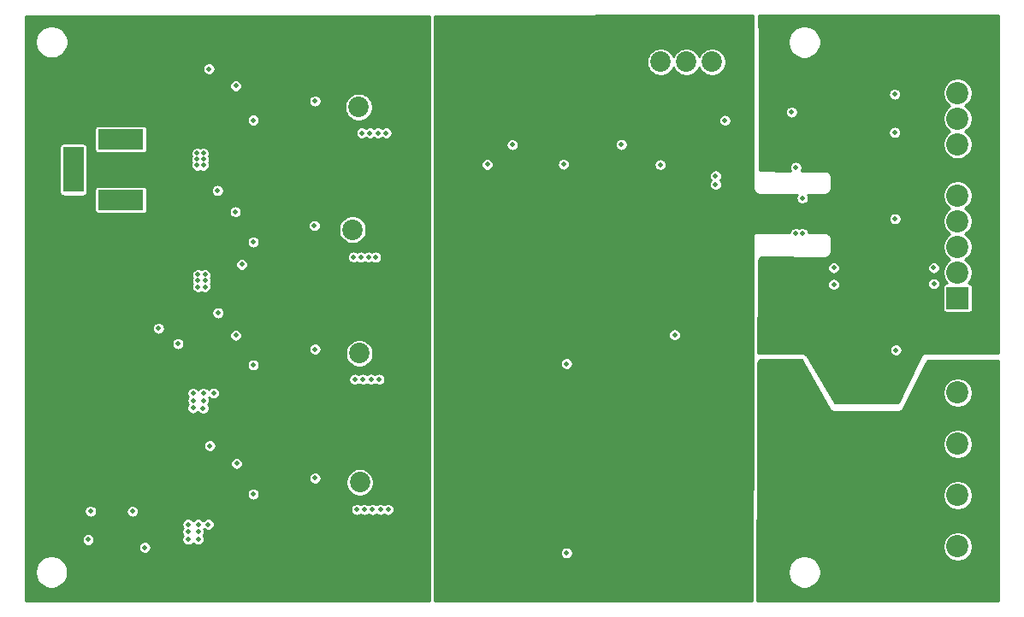
<source format=gbr>
G04 #@! TF.GenerationSoftware,KiCad,Pcbnew,5.1.5-52549c5~84~ubuntu18.04.1*
G04 #@! TF.CreationDate,2019-12-02T09:37:23+01:00*
G04 #@! TF.ProjectId,power_control_ipe_v1,706f7765-725f-4636-9f6e-74726f6c5f69,rev?*
G04 #@! TF.SameCoordinates,Original*
G04 #@! TF.FileFunction,Copper,L2,Inr*
G04 #@! TF.FilePolarity,Positive*
%FSLAX46Y46*%
G04 Gerber Fmt 4.6, Leading zero omitted, Abs format (unit mm)*
G04 Created by KiCad (PCBNEW 5.1.5-52549c5~84~ubuntu18.04.1) date 2019-12-02 09:37:23*
%MOMM*%
%LPD*%
G04 APERTURE LIST*
%ADD10C,2.020000*%
%ADD11C,2.200000*%
%ADD12R,2.200000X2.200000*%
%ADD13R,4.500000X2.000000*%
%ADD14R,2.000000X4.500000*%
%ADD15C,0.500000*%
%ADD16C,0.254000*%
G04 APERTURE END LIST*
D10*
X190524200Y-149769600D03*
X189799200Y-124744600D03*
X190399200Y-112594600D03*
X190474200Y-136994600D03*
X184974200Y-159044600D03*
X201424200Y-159069600D03*
D11*
X249694200Y-140889600D03*
X249694200Y-143429600D03*
X249694200Y-145969600D03*
X249694200Y-148509600D03*
X249694200Y-151049600D03*
X249694200Y-153589600D03*
X249694200Y-156129600D03*
D12*
X249694200Y-158669600D03*
D11*
X249684200Y-108659600D03*
X249684200Y-111199600D03*
X249684200Y-113739600D03*
X249684200Y-116279600D03*
X249684200Y-118819600D03*
X249684200Y-121359600D03*
X249684200Y-123899600D03*
X249684200Y-126439600D03*
X249684200Y-128979600D03*
D12*
X249684200Y-131519600D03*
D10*
X220294200Y-108119600D03*
X222834200Y-108119600D03*
X225374200Y-108119600D03*
X227914200Y-108119600D03*
D13*
X166878000Y-115795800D03*
X166878000Y-121795800D03*
D14*
X162178000Y-118795800D03*
D15*
X170599200Y-134525000D03*
X175024200Y-117169600D03*
X175024200Y-117769600D03*
X175024200Y-118369600D03*
X174424200Y-117169600D03*
X174424200Y-117769600D03*
X174424200Y-118369600D03*
X174494200Y-129199600D03*
X175194200Y-129199600D03*
X174494200Y-129799600D03*
X175194200Y-129799600D03*
X174494200Y-130399600D03*
X175194200Y-130399600D03*
X168024200Y-152649600D03*
X173524200Y-153939600D03*
X174524200Y-153939600D03*
X174524200Y-154669600D03*
X173524200Y-154669600D03*
X173524200Y-155419600D03*
X174524200Y-155419600D03*
X175524200Y-153939600D03*
X175024200Y-141669600D03*
X175014200Y-142439600D03*
X174014200Y-142389600D03*
X174024200Y-141669600D03*
X174024200Y-140949600D03*
X175044200Y-140959600D03*
X176044200Y-140939600D03*
X181024200Y-122499600D03*
X184124200Y-128869600D03*
X182824200Y-128069600D03*
X182824200Y-122519600D03*
X180524200Y-123979600D03*
X181924200Y-121769600D03*
X185224200Y-130569600D03*
X185624200Y-122509600D03*
X186524200Y-122509600D03*
X181024200Y-121769600D03*
X186524200Y-121769600D03*
X181424200Y-124769600D03*
X185624200Y-121769600D03*
X184624200Y-122509600D03*
X182824200Y-126269600D03*
X181424200Y-123979600D03*
X183324200Y-124769600D03*
X180524200Y-124769600D03*
X183324200Y-123949600D03*
X182324200Y-125569600D03*
X182824200Y-121769600D03*
X184624200Y-121769600D03*
X182324200Y-123979600D03*
X183724200Y-122509600D03*
X185224200Y-129769600D03*
X181914200Y-122519600D03*
X183724200Y-121769600D03*
X182324200Y-124769600D03*
X181424200Y-125569600D03*
X183324200Y-125569600D03*
X182824200Y-128869600D03*
X185204200Y-128889600D03*
X183754200Y-134849600D03*
X181954200Y-134849600D03*
X181054200Y-134849600D03*
X182344200Y-137869600D03*
X185244200Y-142869600D03*
X186554200Y-134849600D03*
X181944200Y-134069600D03*
X185244200Y-142069600D03*
X182844200Y-134069600D03*
X183744200Y-134069600D03*
X182844200Y-140369600D03*
X182844200Y-141169600D03*
X186544200Y-134069600D03*
X182854200Y-134849600D03*
X183344200Y-137869600D03*
X184654200Y-134849600D03*
X182844200Y-138569600D03*
X181444200Y-137869600D03*
X184144200Y-141169600D03*
X185244200Y-141159600D03*
X181044200Y-134069600D03*
X183344200Y-137069600D03*
X185644200Y-134069600D03*
X185654200Y-134849600D03*
X184644200Y-134069600D03*
X183624200Y-147649600D03*
X181824200Y-147659600D03*
X180924200Y-147659600D03*
X182224200Y-150469600D03*
X185124200Y-155549600D03*
X186424200Y-147649600D03*
X181824200Y-146749600D03*
X185124200Y-154749600D03*
X183224200Y-149079600D03*
X182724200Y-146749600D03*
X183624200Y-146749600D03*
X182724200Y-153049600D03*
X182724200Y-153849600D03*
X186424200Y-146749600D03*
X182724200Y-147659600D03*
X183194200Y-150449600D03*
X184524200Y-147649600D03*
X182724200Y-151249600D03*
X181324200Y-150469600D03*
X184024200Y-153849600D03*
X185124200Y-153849600D03*
X180924200Y-146749600D03*
X183224200Y-149749600D03*
X185524200Y-146749600D03*
X185524200Y-147649600D03*
X184524200Y-146749600D03*
X181334200Y-149089600D03*
X182224200Y-149749600D03*
X181324200Y-149749600D03*
X182214200Y-149089600D03*
X181444200Y-136289600D03*
X180544200Y-136289600D03*
X182344200Y-137069600D03*
X180544200Y-137069600D03*
X181444200Y-137069600D03*
X182344200Y-136289600D03*
X180724200Y-111569600D03*
X181624200Y-111569600D03*
X182524200Y-111569600D03*
X180724200Y-112469600D03*
X181624200Y-112469600D03*
X182524200Y-112469600D03*
X163060000Y-136110000D03*
X195644200Y-129769600D03*
X196224200Y-129769600D03*
X196424200Y-125269600D03*
X195124200Y-136169600D03*
X195924200Y-136169600D03*
X195824200Y-125269600D03*
X197124200Y-140269600D03*
X196424200Y-140269600D03*
X180324200Y-109469600D03*
X181224200Y-109469600D03*
X182124200Y-109469600D03*
X183024200Y-109469600D03*
X183924200Y-109469600D03*
X184824200Y-109469600D03*
X185824200Y-109469600D03*
X186724200Y-109469600D03*
X183524200Y-112469600D03*
X183524200Y-113269600D03*
X182524200Y-113269600D03*
X181624200Y-113269600D03*
X180724200Y-113269600D03*
X180314200Y-110179600D03*
X181224200Y-110289600D03*
X182124200Y-110299600D03*
X183014200Y-110299600D03*
X183524200Y-111559600D03*
X183924200Y-110269600D03*
X184824200Y-110269600D03*
X185824200Y-110269600D03*
X186724200Y-110269600D03*
X183024200Y-113969600D03*
X183024200Y-115769600D03*
X183024200Y-116669600D03*
X184124200Y-116669600D03*
X185124200Y-116659600D03*
X185124200Y-117469600D03*
X185124200Y-118269600D03*
X183344200Y-136249600D03*
X179824200Y-112469600D03*
X179824200Y-111569600D03*
X195054200Y-129769600D03*
X196994200Y-125269600D03*
X158524200Y-154669600D03*
X158524200Y-152669600D03*
X158524200Y-150669600D03*
X158524200Y-148669600D03*
X158524200Y-146669600D03*
X158524200Y-144669600D03*
X158524200Y-142669600D03*
X158524200Y-140669600D03*
X158524200Y-138669600D03*
X158524200Y-136669600D03*
X158524200Y-134669600D03*
X158524200Y-131169600D03*
X158524200Y-132669600D03*
X160024200Y-131169600D03*
X161524200Y-131169600D03*
X161524200Y-132669600D03*
X160024200Y-132669600D03*
X163024200Y-131169600D03*
X163024200Y-132669600D03*
X174524200Y-104169600D03*
X176024200Y-104169600D03*
X177524200Y-104169600D03*
X179024200Y-104169600D03*
X180524200Y-104169600D03*
X182024200Y-104169600D03*
X183524200Y-104169600D03*
X185524200Y-104169600D03*
X187524200Y-104169600D03*
X189524200Y-104169600D03*
X191524200Y-104169600D03*
X193024200Y-104169600D03*
X194524200Y-104169600D03*
X196024200Y-104169600D03*
X196024200Y-105669600D03*
X196024200Y-107169600D03*
X196024200Y-108669600D03*
X196024200Y-110169600D03*
X196024200Y-111669600D03*
X193024200Y-105669600D03*
X193024200Y-107169600D03*
X193024200Y-108669600D03*
X193024200Y-110169600D03*
X196024200Y-113169600D03*
X196024200Y-114669600D03*
X196024200Y-116169600D03*
X196024200Y-117669600D03*
X196024200Y-119169600D03*
X196024200Y-120669600D03*
X196024200Y-122169600D03*
X196024200Y-123669600D03*
X196524200Y-161169600D03*
X194524200Y-161169600D03*
X192524200Y-161169600D03*
X191024200Y-161169600D03*
X189024200Y-161169600D03*
X187024200Y-161169600D03*
X185024200Y-161169600D03*
X196524200Y-159669600D03*
X196524200Y-158169600D03*
X196524200Y-156669600D03*
X196524200Y-155169600D03*
X196524200Y-153669600D03*
X196524200Y-151669600D03*
X196524200Y-150169600D03*
X196524200Y-148169600D03*
X196524200Y-146169600D03*
X196524200Y-144169600D03*
X196524200Y-142169600D03*
X219024200Y-147369600D03*
X217024200Y-147369600D03*
X221024200Y-145369600D03*
X217024200Y-141369600D03*
X209524200Y-145369600D03*
X217024200Y-149369600D03*
X219024200Y-141369600D03*
X207532200Y-149369600D03*
X205532200Y-141369600D03*
X214524200Y-145369600D03*
X207532200Y-143369600D03*
X221024200Y-149369600D03*
X219024200Y-149369600D03*
X207532200Y-145369600D03*
X209524200Y-141369600D03*
X212024200Y-149369600D03*
X205532200Y-143369600D03*
X212024200Y-143369600D03*
X214524200Y-141369600D03*
X214524200Y-149369600D03*
X214524200Y-147369600D03*
X214524200Y-143369600D03*
X219024200Y-143369600D03*
X212024200Y-141369600D03*
X219024200Y-145369600D03*
X209524200Y-147369600D03*
X209524200Y-149369600D03*
X221024200Y-147369600D03*
X205532200Y-147369600D03*
X212024200Y-147369600D03*
X217024200Y-143369600D03*
X205532200Y-149369600D03*
X207532200Y-147369600D03*
X220074200Y-118969600D03*
X217474200Y-118969600D03*
X216724200Y-118969600D03*
X220824200Y-118969600D03*
X219174200Y-118969600D03*
X215924200Y-118969600D03*
X218374200Y-118969600D03*
X209524200Y-143369600D03*
X220749200Y-113894600D03*
X219149200Y-111194600D03*
X217599200Y-110394600D03*
X218449200Y-111194600D03*
X218749200Y-113894600D03*
X219999200Y-111194600D03*
X219149200Y-111944600D03*
X219199200Y-114794600D03*
X218449200Y-114794600D03*
X219999200Y-111944600D03*
X217549200Y-111944600D03*
X220749200Y-112844600D03*
X218449200Y-110394600D03*
X218449200Y-111944600D03*
X220749200Y-111194600D03*
X218749200Y-112894600D03*
X219149200Y-110394600D03*
X220749200Y-111944600D03*
X208099200Y-116319600D03*
X219199200Y-117069600D03*
X218399200Y-117069600D03*
X218399200Y-116294600D03*
X218424200Y-115569600D03*
X219174200Y-115544600D03*
X205532200Y-145369600D03*
X212024200Y-145369600D03*
X217024200Y-145369600D03*
X219024200Y-122669600D03*
X217024200Y-122669600D03*
X214524200Y-122669600D03*
X212024200Y-122669600D03*
X209524200Y-122669600D03*
X212024200Y-124669600D03*
X214524200Y-124669600D03*
X217024200Y-124669600D03*
X219024200Y-124669600D03*
X219024200Y-126669600D03*
X217024200Y-126669600D03*
X214524200Y-126669600D03*
X212024200Y-126669600D03*
X209524200Y-126669600D03*
X219024200Y-128669600D03*
X217024200Y-128669600D03*
X214524200Y-128669600D03*
X212024200Y-128669600D03*
X209524200Y-128669600D03*
X219024200Y-130669600D03*
X217024200Y-130669600D03*
X214524200Y-130669600D03*
X212024200Y-130669600D03*
X209524200Y-130669600D03*
X240664200Y-122569600D03*
X208864200Y-117029600D03*
X208874200Y-115469600D03*
X208124200Y-115469600D03*
X198224200Y-140469600D03*
X198924200Y-140469600D03*
X199624200Y-140469600D03*
X199624200Y-139769600D03*
X199624200Y-139069600D03*
X199224200Y-135869600D03*
X199774200Y-136319600D03*
X199524200Y-130769600D03*
X199524200Y-129969600D03*
X200224200Y-129969600D03*
X200224200Y-130769600D03*
X208124200Y-114669600D03*
X208424200Y-113769600D03*
X208874200Y-114669600D03*
X210424200Y-113769600D03*
X208424200Y-112769600D03*
X210424200Y-112719600D03*
X207224200Y-111819600D03*
X208124200Y-111819600D03*
X208824200Y-111819600D03*
X209674200Y-111819600D03*
X210424200Y-111819600D03*
X208874200Y-117759600D03*
X208099200Y-117769600D03*
X208874200Y-118819600D03*
X207974200Y-118819600D03*
X209674200Y-118819600D03*
X207224200Y-118819600D03*
X206424200Y-118819600D03*
X206424200Y-119469600D03*
X207224200Y-119469600D03*
X207974200Y-119469600D03*
X208874200Y-119469600D03*
X209674200Y-119469600D03*
X210574200Y-119469600D03*
X211324200Y-119469600D03*
X208124200Y-111069600D03*
X208124200Y-110269600D03*
X209674200Y-111069600D03*
X208824200Y-111069600D03*
X210424200Y-111069600D03*
X207274200Y-110269600D03*
X208824200Y-110269600D03*
X209674200Y-110219600D03*
X210424200Y-110219600D03*
X198174200Y-125269600D03*
X198774200Y-125269600D03*
X198474200Y-124719600D03*
X198774200Y-136319600D03*
X238674200Y-132069600D03*
X238674200Y-132769600D03*
X238724200Y-117769600D03*
X238724200Y-117119600D03*
X243224200Y-116319600D03*
X244124200Y-117269600D03*
X244124200Y-116319600D03*
X246224200Y-104679600D03*
X244424200Y-104669600D03*
X232634200Y-129699600D03*
X233374200Y-129689600D03*
X233364200Y-130329600D03*
X241554200Y-122569600D03*
X239844200Y-122569600D03*
X244994200Y-106939600D03*
X245014200Y-107759600D03*
X245034200Y-108499600D03*
X231024200Y-135669600D03*
X233024200Y-135669600D03*
X231024200Y-133669600D03*
X236024200Y-137169600D03*
X237024200Y-139169600D03*
X235024200Y-132169600D03*
X237024200Y-132169600D03*
X237024200Y-133669600D03*
X248524200Y-134669600D03*
X250024200Y-134669600D03*
X251524200Y-134669600D03*
X253024200Y-134669600D03*
X253024200Y-132669600D03*
X253024200Y-130669600D03*
X253024200Y-128669600D03*
X253024200Y-126669600D03*
X253024200Y-124669600D03*
X253024200Y-122669600D03*
X253024200Y-120669600D03*
X253024200Y-118669600D03*
X253024200Y-116669600D03*
X253024200Y-114669600D03*
X253024200Y-112669600D03*
X253024200Y-110669600D03*
X253024200Y-108669600D03*
X253024200Y-106669600D03*
X253024200Y-104669600D03*
X251024200Y-104669600D03*
X248524200Y-104669600D03*
X233524200Y-110669600D03*
X231524200Y-110669600D03*
X231524200Y-108669600D03*
X207024200Y-132669600D03*
X207024200Y-130669600D03*
X207024200Y-128669600D03*
X207024200Y-126669600D03*
X207024200Y-124669600D03*
X205024200Y-124669600D03*
X205024200Y-126669600D03*
X205024200Y-128669600D03*
X205024200Y-130669600D03*
X221024200Y-130669600D03*
X221024200Y-128669600D03*
X221024200Y-126669600D03*
X205024200Y-122669600D03*
X214524200Y-120169600D03*
X208872100Y-116321700D03*
X231344200Y-117059600D03*
X233404200Y-117049600D03*
X230684200Y-124239600D03*
X232164200Y-124239600D03*
X235524200Y-124269600D03*
X237204200Y-124889600D03*
X237494200Y-126639600D03*
X238874200Y-129239600D03*
X225434200Y-147249600D03*
X225404200Y-149379600D03*
X226484200Y-147239600D03*
X225384200Y-148259600D03*
X208100050Y-117045450D03*
X219187600Y-116306200D03*
X221024200Y-120169600D03*
X222524200Y-120169600D03*
X224024200Y-120169600D03*
X199024200Y-110169600D03*
X199024200Y-108669600D03*
X199024200Y-107169600D03*
X199024200Y-105669600D03*
X199024200Y-104169600D03*
X200524200Y-104169600D03*
X202024200Y-104169600D03*
X203524200Y-104169600D03*
X205024200Y-104169600D03*
X206524200Y-104169600D03*
X208024200Y-104169600D03*
X209524200Y-104169600D03*
X211024200Y-104169600D03*
X212524200Y-104169600D03*
X214024200Y-104169600D03*
X215524200Y-104169600D03*
X217024200Y-104169600D03*
X218524200Y-104169600D03*
X220024200Y-104169600D03*
X221524200Y-104169600D03*
X223024200Y-104169600D03*
X224524200Y-104169600D03*
X226024200Y-104169600D03*
X227524200Y-104169600D03*
X199524200Y-161169600D03*
X201524200Y-161169600D03*
X203524200Y-161169600D03*
X205524200Y-161169600D03*
X207524200Y-161169600D03*
X209524200Y-161169600D03*
X211524200Y-161169600D03*
X213524200Y-161169600D03*
X215524200Y-161169600D03*
X217524200Y-161169600D03*
X219524200Y-161169600D03*
X221524200Y-161169600D03*
X223524200Y-161169600D03*
X225524200Y-161169600D03*
X227524200Y-161169600D03*
X228524200Y-159669600D03*
X227024200Y-122669600D03*
X227024200Y-124169600D03*
X227024200Y-125669600D03*
X227024200Y-127169600D03*
X227024200Y-128669600D03*
X227024200Y-130169600D03*
X227024200Y-131669600D03*
X227024200Y-133169600D03*
X227024200Y-134669600D03*
X227024200Y-136169600D03*
X227024200Y-137669600D03*
X227524200Y-139169600D03*
X227524200Y-140669600D03*
X227524200Y-142169600D03*
X227524200Y-143669600D03*
X199024200Y-111669600D03*
X199024200Y-113169600D03*
X199024200Y-114669600D03*
X199024200Y-116169600D03*
X199024200Y-117669600D03*
X199024200Y-119169600D03*
X199024200Y-120669600D03*
X199024200Y-122169600D03*
X199524200Y-159669600D03*
X199524200Y-158169600D03*
X199524200Y-156669600D03*
X199524200Y-155169600D03*
X199524200Y-153669600D03*
X199524200Y-152169600D03*
X199524200Y-150669600D03*
X199524200Y-149169600D03*
X199524200Y-147669600D03*
X199524200Y-146169600D03*
X199524200Y-144669600D03*
X201524200Y-156669600D03*
X203524200Y-159669600D03*
X203524200Y-158169600D03*
X205524200Y-159669600D03*
X213524200Y-158669600D03*
X215524200Y-158669600D03*
X214524200Y-157169600D03*
X217524200Y-158669600D03*
X219524200Y-158669600D03*
X221524200Y-158669600D03*
X223524200Y-158669600D03*
X225524200Y-158669600D03*
X225524200Y-157169600D03*
X224024200Y-157169600D03*
X207532200Y-151169600D03*
X205532200Y-151169600D03*
X205532200Y-139669600D03*
X207532200Y-139669600D03*
X213524200Y-139169600D03*
X215524200Y-139169600D03*
X214524200Y-138169600D03*
X221024200Y-124669600D03*
X241024200Y-104669600D03*
X239524200Y-104669600D03*
X238024200Y-104669600D03*
X235024200Y-110669600D03*
X236524200Y-110669600D03*
X236524200Y-108669600D03*
X231524200Y-104169600D03*
X231524200Y-106169600D03*
X211524200Y-110169600D03*
X212524200Y-110169600D03*
X211524200Y-111169600D03*
X212524200Y-111169600D03*
X212524200Y-109169600D03*
X211524200Y-109169600D03*
X210024200Y-109169600D03*
X208524200Y-109169600D03*
X207024200Y-109169600D03*
X217524200Y-109169600D03*
X217524200Y-107669600D03*
X217524200Y-106169600D03*
X218524200Y-106169600D03*
X218524200Y-107669600D03*
X218524200Y-109169600D03*
X225524200Y-146169600D03*
X224924200Y-144769600D03*
X224724200Y-142769600D03*
X224724200Y-141369600D03*
X224724200Y-139969600D03*
X223524200Y-138969600D03*
X224174200Y-106789600D03*
X207502200Y-141439600D03*
X231024200Y-140169600D03*
X233024200Y-140169600D03*
X231024200Y-141669600D03*
X233024200Y-141669600D03*
X231024200Y-143169600D03*
X233024200Y-143169600D03*
X235024200Y-143169600D03*
X235024200Y-141669600D03*
X248024200Y-154669600D03*
X248024200Y-159169600D03*
X244024200Y-154669600D03*
X231024200Y-144669600D03*
X233024200Y-144669600D03*
X235024200Y-144669600D03*
X231024200Y-161169600D03*
X231024200Y-159169600D03*
X241024200Y-159669600D03*
X243024200Y-159669600D03*
X245024200Y-159669600D03*
X245024200Y-157669600D03*
X243024200Y-157669600D03*
X241024200Y-157669600D03*
X239024200Y-157669600D03*
X253024200Y-159669600D03*
X253024200Y-157669600D03*
X253024200Y-155669600D03*
X253024200Y-153669600D03*
X253024200Y-151669600D03*
X253024200Y-149669600D03*
X253024200Y-147669600D03*
X253024200Y-145669600D03*
X253024200Y-143669600D03*
X253024200Y-141669600D03*
X253024200Y-139669600D03*
X250524200Y-139169600D03*
X248024200Y-139169600D03*
X235024200Y-146169600D03*
X233024200Y-146169600D03*
X236524200Y-146169600D03*
X238524200Y-146169600D03*
X238524200Y-144669600D03*
X236524200Y-144669600D03*
X240524200Y-144669600D03*
X242024200Y-148669600D03*
X243524200Y-147169600D03*
X245024200Y-145669600D03*
X239524200Y-161169600D03*
X241024200Y-161169600D03*
X243024200Y-161169600D03*
X245024200Y-161169600D03*
X237524200Y-161169600D03*
X239024200Y-159669600D03*
X248024200Y-161169600D03*
X250524200Y-161169600D03*
X253024200Y-161169600D03*
X221674200Y-135169600D03*
X226654200Y-113919600D03*
X237424200Y-128519600D03*
X247324200Y-128519600D03*
X237424200Y-130169600D03*
X247334200Y-130099600D03*
X210684200Y-118269600D03*
X203144200Y-118279600D03*
X220254200Y-118309600D03*
X205614200Y-116329600D03*
X216404200Y-116309600D03*
X210984200Y-156769600D03*
X210984200Y-138019600D03*
X163884200Y-152639600D03*
X163634200Y-155459600D03*
X233254200Y-113099600D03*
X243464200Y-115109600D03*
X233674200Y-118569600D03*
X233674200Y-125119600D03*
X179974200Y-113894600D03*
X179974200Y-125969600D03*
X179974200Y-150944600D03*
X178844200Y-128189600D03*
X179974200Y-138144600D03*
X189894200Y-127459600D03*
X190634200Y-127469600D03*
X191384200Y-127459600D03*
X192084200Y-127469600D03*
X176434200Y-120869600D03*
X186025000Y-124347000D03*
X193324200Y-152469600D03*
X192574200Y-152469600D03*
X191774200Y-152469600D03*
X190974200Y-152469600D03*
X190224200Y-152469600D03*
X175668800Y-146155000D03*
X186075800Y-149358000D03*
X169234200Y-156229600D03*
X178250000Y-110500000D03*
X178200000Y-122981400D03*
X178333200Y-147910000D03*
X178240000Y-135210000D03*
X172524200Y-136039600D03*
X225724200Y-120269600D03*
X225724200Y-119419600D03*
X234324200Y-125119600D03*
X234324200Y-121614600D03*
X243574200Y-136669600D03*
X243464200Y-111329600D03*
X243494200Y-123669600D03*
X191624200Y-139569600D03*
X192424200Y-139569600D03*
X190824200Y-139569600D03*
X190024200Y-139569600D03*
X176484200Y-132989600D03*
X186075800Y-136589800D03*
X193124200Y-115169600D03*
X192324200Y-115169600D03*
X191524200Y-115169600D03*
X190724200Y-115169600D03*
X175589600Y-108815000D03*
X186075800Y-112002600D03*
D16*
G36*
X197397200Y-161538600D02*
G01*
X157455200Y-161538600D01*
X157455200Y-158508960D01*
X158368200Y-158508960D01*
X158368200Y-158830240D01*
X158430878Y-159145345D01*
X158553826Y-159442168D01*
X158732319Y-159709302D01*
X158959498Y-159936481D01*
X159226632Y-160114974D01*
X159523455Y-160237922D01*
X159838560Y-160300600D01*
X160159840Y-160300600D01*
X160474945Y-160237922D01*
X160771768Y-160114974D01*
X161038902Y-159936481D01*
X161266081Y-159709302D01*
X161444574Y-159442168D01*
X161567522Y-159145345D01*
X161630200Y-158830240D01*
X161630200Y-158508960D01*
X161567522Y-158193855D01*
X161444574Y-157897032D01*
X161266081Y-157629898D01*
X161038902Y-157402719D01*
X160771768Y-157224226D01*
X160474945Y-157101278D01*
X160159840Y-157038600D01*
X159838560Y-157038600D01*
X159523455Y-157101278D01*
X159226632Y-157224226D01*
X158959498Y-157402719D01*
X158732319Y-157629898D01*
X158553826Y-157897032D01*
X158430878Y-158193855D01*
X158368200Y-158508960D01*
X157455200Y-158508960D01*
X157455200Y-156167452D01*
X168603200Y-156167452D01*
X168603200Y-156291748D01*
X168627449Y-156413656D01*
X168675015Y-156528491D01*
X168744070Y-156631839D01*
X168831961Y-156719730D01*
X168935309Y-156788785D01*
X169050144Y-156836351D01*
X169172052Y-156860600D01*
X169296348Y-156860600D01*
X169418256Y-156836351D01*
X169533091Y-156788785D01*
X169636439Y-156719730D01*
X169724330Y-156631839D01*
X169793385Y-156528491D01*
X169840951Y-156413656D01*
X169865200Y-156291748D01*
X169865200Y-156167452D01*
X169840951Y-156045544D01*
X169793385Y-155930709D01*
X169724330Y-155827361D01*
X169636439Y-155739470D01*
X169533091Y-155670415D01*
X169418256Y-155622849D01*
X169296348Y-155598600D01*
X169172052Y-155598600D01*
X169050144Y-155622849D01*
X168935309Y-155670415D01*
X168831961Y-155739470D01*
X168744070Y-155827361D01*
X168675015Y-155930709D01*
X168627449Y-156045544D01*
X168603200Y-156167452D01*
X157455200Y-156167452D01*
X157455200Y-155397452D01*
X163003200Y-155397452D01*
X163003200Y-155521748D01*
X163027449Y-155643656D01*
X163075015Y-155758491D01*
X163144070Y-155861839D01*
X163231961Y-155949730D01*
X163335309Y-156018785D01*
X163450144Y-156066351D01*
X163572052Y-156090600D01*
X163696348Y-156090600D01*
X163818256Y-156066351D01*
X163933091Y-156018785D01*
X164036439Y-155949730D01*
X164124330Y-155861839D01*
X164193385Y-155758491D01*
X164240951Y-155643656D01*
X164265200Y-155521748D01*
X164265200Y-155397452D01*
X164240951Y-155275544D01*
X164193385Y-155160709D01*
X164124330Y-155057361D01*
X164036439Y-154969470D01*
X163933091Y-154900415D01*
X163818256Y-154852849D01*
X163696348Y-154828600D01*
X163572052Y-154828600D01*
X163450144Y-154852849D01*
X163335309Y-154900415D01*
X163231961Y-154969470D01*
X163144070Y-155057361D01*
X163075015Y-155160709D01*
X163027449Y-155275544D01*
X163003200Y-155397452D01*
X157455200Y-155397452D01*
X157455200Y-153877452D01*
X172893200Y-153877452D01*
X172893200Y-154001748D01*
X172917449Y-154123656D01*
X172965015Y-154238491D01*
X173009188Y-154304600D01*
X172965015Y-154370709D01*
X172917449Y-154485544D01*
X172893200Y-154607452D01*
X172893200Y-154731748D01*
X172917449Y-154853656D01*
X172965015Y-154968491D01*
X173015869Y-155044600D01*
X172965015Y-155120709D01*
X172917449Y-155235544D01*
X172893200Y-155357452D01*
X172893200Y-155481748D01*
X172917449Y-155603656D01*
X172965015Y-155718491D01*
X173034070Y-155821839D01*
X173121961Y-155909730D01*
X173225309Y-155978785D01*
X173340144Y-156026351D01*
X173462052Y-156050600D01*
X173586348Y-156050600D01*
X173708256Y-156026351D01*
X173823091Y-155978785D01*
X173926439Y-155909730D01*
X174014330Y-155821839D01*
X174024200Y-155807068D01*
X174034070Y-155821839D01*
X174121961Y-155909730D01*
X174225309Y-155978785D01*
X174340144Y-156026351D01*
X174462052Y-156050600D01*
X174586348Y-156050600D01*
X174708256Y-156026351D01*
X174823091Y-155978785D01*
X174926439Y-155909730D01*
X175014330Y-155821839D01*
X175083385Y-155718491D01*
X175130951Y-155603656D01*
X175155200Y-155481748D01*
X175155200Y-155357452D01*
X175130951Y-155235544D01*
X175083385Y-155120709D01*
X175032531Y-155044600D01*
X175083385Y-154968491D01*
X175130951Y-154853656D01*
X175155200Y-154731748D01*
X175155200Y-154607452D01*
X175130951Y-154485544D01*
X175097842Y-154405611D01*
X175121961Y-154429730D01*
X175225309Y-154498785D01*
X175340144Y-154546351D01*
X175462052Y-154570600D01*
X175586348Y-154570600D01*
X175708256Y-154546351D01*
X175823091Y-154498785D01*
X175926439Y-154429730D01*
X176014330Y-154341839D01*
X176083385Y-154238491D01*
X176130951Y-154123656D01*
X176155200Y-154001748D01*
X176155200Y-153877452D01*
X176130951Y-153755544D01*
X176083385Y-153640709D01*
X176014330Y-153537361D01*
X175926439Y-153449470D01*
X175823091Y-153380415D01*
X175708256Y-153332849D01*
X175586348Y-153308600D01*
X175462052Y-153308600D01*
X175340144Y-153332849D01*
X175225309Y-153380415D01*
X175121961Y-153449470D01*
X175034070Y-153537361D01*
X175024200Y-153552132D01*
X175014330Y-153537361D01*
X174926439Y-153449470D01*
X174823091Y-153380415D01*
X174708256Y-153332849D01*
X174586348Y-153308600D01*
X174462052Y-153308600D01*
X174340144Y-153332849D01*
X174225309Y-153380415D01*
X174121961Y-153449470D01*
X174034070Y-153537361D01*
X174024200Y-153552132D01*
X174014330Y-153537361D01*
X173926439Y-153449470D01*
X173823091Y-153380415D01*
X173708256Y-153332849D01*
X173586348Y-153308600D01*
X173462052Y-153308600D01*
X173340144Y-153332849D01*
X173225309Y-153380415D01*
X173121961Y-153449470D01*
X173034070Y-153537361D01*
X172965015Y-153640709D01*
X172917449Y-153755544D01*
X172893200Y-153877452D01*
X157455200Y-153877452D01*
X157455200Y-152577452D01*
X163253200Y-152577452D01*
X163253200Y-152701748D01*
X163277449Y-152823656D01*
X163325015Y-152938491D01*
X163394070Y-153041839D01*
X163481961Y-153129730D01*
X163585309Y-153198785D01*
X163700144Y-153246351D01*
X163822052Y-153270600D01*
X163946348Y-153270600D01*
X164068256Y-153246351D01*
X164183091Y-153198785D01*
X164286439Y-153129730D01*
X164374330Y-153041839D01*
X164443385Y-152938491D01*
X164490951Y-152823656D01*
X164515200Y-152701748D01*
X164515200Y-152587452D01*
X167393200Y-152587452D01*
X167393200Y-152711748D01*
X167417449Y-152833656D01*
X167465015Y-152948491D01*
X167534070Y-153051839D01*
X167621961Y-153139730D01*
X167725309Y-153208785D01*
X167840144Y-153256351D01*
X167962052Y-153280600D01*
X168086348Y-153280600D01*
X168208256Y-153256351D01*
X168323091Y-153208785D01*
X168426439Y-153139730D01*
X168514330Y-153051839D01*
X168583385Y-152948491D01*
X168630951Y-152833656D01*
X168655200Y-152711748D01*
X168655200Y-152587452D01*
X168630951Y-152465544D01*
X168606889Y-152407452D01*
X189593200Y-152407452D01*
X189593200Y-152531748D01*
X189617449Y-152653656D01*
X189665015Y-152768491D01*
X189734070Y-152871839D01*
X189821961Y-152959730D01*
X189925309Y-153028785D01*
X190040144Y-153076351D01*
X190162052Y-153100600D01*
X190286348Y-153100600D01*
X190408256Y-153076351D01*
X190523091Y-153028785D01*
X190599200Y-152977931D01*
X190675309Y-153028785D01*
X190790144Y-153076351D01*
X190912052Y-153100600D01*
X191036348Y-153100600D01*
X191158256Y-153076351D01*
X191273091Y-153028785D01*
X191374200Y-152961226D01*
X191475309Y-153028785D01*
X191590144Y-153076351D01*
X191712052Y-153100600D01*
X191836348Y-153100600D01*
X191958256Y-153076351D01*
X192073091Y-153028785D01*
X192174200Y-152961226D01*
X192275309Y-153028785D01*
X192390144Y-153076351D01*
X192512052Y-153100600D01*
X192636348Y-153100600D01*
X192758256Y-153076351D01*
X192873091Y-153028785D01*
X192949200Y-152977931D01*
X193025309Y-153028785D01*
X193140144Y-153076351D01*
X193262052Y-153100600D01*
X193386348Y-153100600D01*
X193508256Y-153076351D01*
X193623091Y-153028785D01*
X193726439Y-152959730D01*
X193814330Y-152871839D01*
X193883385Y-152768491D01*
X193930951Y-152653656D01*
X193955200Y-152531748D01*
X193955200Y-152407452D01*
X193930951Y-152285544D01*
X193883385Y-152170709D01*
X193814330Y-152067361D01*
X193726439Y-151979470D01*
X193623091Y-151910415D01*
X193508256Y-151862849D01*
X193386348Y-151838600D01*
X193262052Y-151838600D01*
X193140144Y-151862849D01*
X193025309Y-151910415D01*
X192949200Y-151961269D01*
X192873091Y-151910415D01*
X192758256Y-151862849D01*
X192636348Y-151838600D01*
X192512052Y-151838600D01*
X192390144Y-151862849D01*
X192275309Y-151910415D01*
X192174200Y-151977974D01*
X192073091Y-151910415D01*
X191958256Y-151862849D01*
X191836348Y-151838600D01*
X191712052Y-151838600D01*
X191590144Y-151862849D01*
X191475309Y-151910415D01*
X191374200Y-151977974D01*
X191273091Y-151910415D01*
X191158256Y-151862849D01*
X191036348Y-151838600D01*
X190912052Y-151838600D01*
X190790144Y-151862849D01*
X190675309Y-151910415D01*
X190599200Y-151961269D01*
X190523091Y-151910415D01*
X190408256Y-151862849D01*
X190286348Y-151838600D01*
X190162052Y-151838600D01*
X190040144Y-151862849D01*
X189925309Y-151910415D01*
X189821961Y-151979470D01*
X189734070Y-152067361D01*
X189665015Y-152170709D01*
X189617449Y-152285544D01*
X189593200Y-152407452D01*
X168606889Y-152407452D01*
X168583385Y-152350709D01*
X168514330Y-152247361D01*
X168426439Y-152159470D01*
X168323091Y-152090415D01*
X168208256Y-152042849D01*
X168086348Y-152018600D01*
X167962052Y-152018600D01*
X167840144Y-152042849D01*
X167725309Y-152090415D01*
X167621961Y-152159470D01*
X167534070Y-152247361D01*
X167465015Y-152350709D01*
X167417449Y-152465544D01*
X167393200Y-152587452D01*
X164515200Y-152587452D01*
X164515200Y-152577452D01*
X164490951Y-152455544D01*
X164443385Y-152340709D01*
X164374330Y-152237361D01*
X164286439Y-152149470D01*
X164183091Y-152080415D01*
X164068256Y-152032849D01*
X163946348Y-152008600D01*
X163822052Y-152008600D01*
X163700144Y-152032849D01*
X163585309Y-152080415D01*
X163481961Y-152149470D01*
X163394070Y-152237361D01*
X163325015Y-152340709D01*
X163277449Y-152455544D01*
X163253200Y-152577452D01*
X157455200Y-152577452D01*
X157455200Y-150882452D01*
X179343200Y-150882452D01*
X179343200Y-151006748D01*
X179367449Y-151128656D01*
X179415015Y-151243491D01*
X179484070Y-151346839D01*
X179571961Y-151434730D01*
X179675309Y-151503785D01*
X179790144Y-151551351D01*
X179912052Y-151575600D01*
X180036348Y-151575600D01*
X180158256Y-151551351D01*
X180273091Y-151503785D01*
X180376439Y-151434730D01*
X180464330Y-151346839D01*
X180533385Y-151243491D01*
X180580951Y-151128656D01*
X180605200Y-151006748D01*
X180605200Y-150882452D01*
X180580951Y-150760544D01*
X180533385Y-150645709D01*
X180464330Y-150542361D01*
X180376439Y-150454470D01*
X180273091Y-150385415D01*
X180158256Y-150337849D01*
X180036348Y-150313600D01*
X179912052Y-150313600D01*
X179790144Y-150337849D01*
X179675309Y-150385415D01*
X179571961Y-150454470D01*
X179484070Y-150542361D01*
X179415015Y-150645709D01*
X179367449Y-150760544D01*
X179343200Y-150882452D01*
X157455200Y-150882452D01*
X157455200Y-149295852D01*
X185444800Y-149295852D01*
X185444800Y-149420148D01*
X185469049Y-149542056D01*
X185516615Y-149656891D01*
X185585670Y-149760239D01*
X185673561Y-149848130D01*
X185776909Y-149917185D01*
X185891744Y-149964751D01*
X186013652Y-149989000D01*
X186137948Y-149989000D01*
X186259856Y-149964751D01*
X186374691Y-149917185D01*
X186478039Y-149848130D01*
X186565930Y-149760239D01*
X186634985Y-149656891D01*
X186645047Y-149632599D01*
X189133200Y-149632599D01*
X189133200Y-149906601D01*
X189186656Y-150175340D01*
X189291512Y-150428485D01*
X189443740Y-150656311D01*
X189637489Y-150850060D01*
X189865315Y-151002288D01*
X190118460Y-151107144D01*
X190387199Y-151160600D01*
X190661201Y-151160600D01*
X190929940Y-151107144D01*
X191183085Y-151002288D01*
X191410911Y-150850060D01*
X191604660Y-150656311D01*
X191756888Y-150428485D01*
X191861744Y-150175340D01*
X191915200Y-149906601D01*
X191915200Y-149632599D01*
X191861744Y-149363860D01*
X191756888Y-149110715D01*
X191604660Y-148882889D01*
X191410911Y-148689140D01*
X191183085Y-148536912D01*
X190929940Y-148432056D01*
X190661201Y-148378600D01*
X190387199Y-148378600D01*
X190118460Y-148432056D01*
X189865315Y-148536912D01*
X189637489Y-148689140D01*
X189443740Y-148882889D01*
X189291512Y-149110715D01*
X189186656Y-149363860D01*
X189133200Y-149632599D01*
X186645047Y-149632599D01*
X186682551Y-149542056D01*
X186706800Y-149420148D01*
X186706800Y-149295852D01*
X186682551Y-149173944D01*
X186634985Y-149059109D01*
X186565930Y-148955761D01*
X186478039Y-148867870D01*
X186374691Y-148798815D01*
X186259856Y-148751249D01*
X186137948Y-148727000D01*
X186013652Y-148727000D01*
X185891744Y-148751249D01*
X185776909Y-148798815D01*
X185673561Y-148867870D01*
X185585670Y-148955761D01*
X185516615Y-149059109D01*
X185469049Y-149173944D01*
X185444800Y-149295852D01*
X157455200Y-149295852D01*
X157455200Y-147847852D01*
X177702200Y-147847852D01*
X177702200Y-147972148D01*
X177726449Y-148094056D01*
X177774015Y-148208891D01*
X177843070Y-148312239D01*
X177930961Y-148400130D01*
X178034309Y-148469185D01*
X178149144Y-148516751D01*
X178271052Y-148541000D01*
X178395348Y-148541000D01*
X178517256Y-148516751D01*
X178632091Y-148469185D01*
X178735439Y-148400130D01*
X178823330Y-148312239D01*
X178892385Y-148208891D01*
X178939951Y-148094056D01*
X178964200Y-147972148D01*
X178964200Y-147847852D01*
X178939951Y-147725944D01*
X178892385Y-147611109D01*
X178823330Y-147507761D01*
X178735439Y-147419870D01*
X178632091Y-147350815D01*
X178517256Y-147303249D01*
X178395348Y-147279000D01*
X178271052Y-147279000D01*
X178149144Y-147303249D01*
X178034309Y-147350815D01*
X177930961Y-147419870D01*
X177843070Y-147507761D01*
X177774015Y-147611109D01*
X177726449Y-147725944D01*
X177702200Y-147847852D01*
X157455200Y-147847852D01*
X157455200Y-146092852D01*
X175037800Y-146092852D01*
X175037800Y-146217148D01*
X175062049Y-146339056D01*
X175109615Y-146453891D01*
X175178670Y-146557239D01*
X175266561Y-146645130D01*
X175369909Y-146714185D01*
X175484744Y-146761751D01*
X175606652Y-146786000D01*
X175730948Y-146786000D01*
X175852856Y-146761751D01*
X175967691Y-146714185D01*
X176071039Y-146645130D01*
X176158930Y-146557239D01*
X176227985Y-146453891D01*
X176275551Y-146339056D01*
X176299800Y-146217148D01*
X176299800Y-146092852D01*
X176275551Y-145970944D01*
X176227985Y-145856109D01*
X176158930Y-145752761D01*
X176071039Y-145664870D01*
X175967691Y-145595815D01*
X175852856Y-145548249D01*
X175730948Y-145524000D01*
X175606652Y-145524000D01*
X175484744Y-145548249D01*
X175369909Y-145595815D01*
X175266561Y-145664870D01*
X175178670Y-145752761D01*
X175109615Y-145856109D01*
X175062049Y-145970944D01*
X175037800Y-146092852D01*
X157455200Y-146092852D01*
X157455200Y-142327452D01*
X173383200Y-142327452D01*
X173383200Y-142451748D01*
X173407449Y-142573656D01*
X173455015Y-142688491D01*
X173524070Y-142791839D01*
X173611961Y-142879730D01*
X173715309Y-142948785D01*
X173830144Y-142996351D01*
X173952052Y-143020600D01*
X174076348Y-143020600D01*
X174198256Y-142996351D01*
X174313091Y-142948785D01*
X174416439Y-142879730D01*
X174496136Y-142800033D01*
X174524070Y-142841839D01*
X174611961Y-142929730D01*
X174715309Y-142998785D01*
X174830144Y-143046351D01*
X174952052Y-143070600D01*
X175076348Y-143070600D01*
X175198256Y-143046351D01*
X175313091Y-142998785D01*
X175416439Y-142929730D01*
X175504330Y-142841839D01*
X175573385Y-142738491D01*
X175620951Y-142623656D01*
X175645200Y-142501748D01*
X175645200Y-142377452D01*
X175620951Y-142255544D01*
X175573385Y-142140709D01*
X175520849Y-142062083D01*
X175583385Y-141968491D01*
X175630951Y-141853656D01*
X175655200Y-141731748D01*
X175655200Y-141607452D01*
X175630951Y-141485544D01*
X175583700Y-141371469D01*
X175641961Y-141429730D01*
X175745309Y-141498785D01*
X175860144Y-141546351D01*
X175982052Y-141570600D01*
X176106348Y-141570600D01*
X176228256Y-141546351D01*
X176343091Y-141498785D01*
X176446439Y-141429730D01*
X176534330Y-141341839D01*
X176603385Y-141238491D01*
X176650951Y-141123656D01*
X176675200Y-141001748D01*
X176675200Y-140877452D01*
X176650951Y-140755544D01*
X176603385Y-140640709D01*
X176534330Y-140537361D01*
X176446439Y-140449470D01*
X176343091Y-140380415D01*
X176228256Y-140332849D01*
X176106348Y-140308600D01*
X175982052Y-140308600D01*
X175860144Y-140332849D01*
X175745309Y-140380415D01*
X175641961Y-140449470D01*
X175554070Y-140537361D01*
X175537518Y-140562132D01*
X175534330Y-140557361D01*
X175446439Y-140469470D01*
X175343091Y-140400415D01*
X175228256Y-140352849D01*
X175106348Y-140328600D01*
X174982052Y-140328600D01*
X174860144Y-140352849D01*
X174745309Y-140400415D01*
X174641961Y-140469470D01*
X174554070Y-140557361D01*
X174537541Y-140582099D01*
X174514330Y-140547361D01*
X174426439Y-140459470D01*
X174323091Y-140390415D01*
X174208256Y-140342849D01*
X174086348Y-140318600D01*
X173962052Y-140318600D01*
X173840144Y-140342849D01*
X173725309Y-140390415D01*
X173621961Y-140459470D01*
X173534070Y-140547361D01*
X173465015Y-140650709D01*
X173417449Y-140765544D01*
X173393200Y-140887452D01*
X173393200Y-141011748D01*
X173417449Y-141133656D01*
X173465015Y-141248491D01*
X173505847Y-141309600D01*
X173465015Y-141370709D01*
X173417449Y-141485544D01*
X173393200Y-141607452D01*
X173393200Y-141731748D01*
X173417449Y-141853656D01*
X173465015Y-141968491D01*
X173500847Y-142022117D01*
X173455015Y-142090709D01*
X173407449Y-142205544D01*
X173383200Y-142327452D01*
X157455200Y-142327452D01*
X157455200Y-139507452D01*
X189393200Y-139507452D01*
X189393200Y-139631748D01*
X189417449Y-139753656D01*
X189465015Y-139868491D01*
X189534070Y-139971839D01*
X189621961Y-140059730D01*
X189725309Y-140128785D01*
X189840144Y-140176351D01*
X189962052Y-140200600D01*
X190086348Y-140200600D01*
X190208256Y-140176351D01*
X190323091Y-140128785D01*
X190424200Y-140061226D01*
X190525309Y-140128785D01*
X190640144Y-140176351D01*
X190762052Y-140200600D01*
X190886348Y-140200600D01*
X191008256Y-140176351D01*
X191123091Y-140128785D01*
X191224200Y-140061226D01*
X191325309Y-140128785D01*
X191440144Y-140176351D01*
X191562052Y-140200600D01*
X191686348Y-140200600D01*
X191808256Y-140176351D01*
X191923091Y-140128785D01*
X192024200Y-140061226D01*
X192125309Y-140128785D01*
X192240144Y-140176351D01*
X192362052Y-140200600D01*
X192486348Y-140200600D01*
X192608256Y-140176351D01*
X192723091Y-140128785D01*
X192826439Y-140059730D01*
X192914330Y-139971839D01*
X192983385Y-139868491D01*
X193030951Y-139753656D01*
X193055200Y-139631748D01*
X193055200Y-139507452D01*
X193030951Y-139385544D01*
X192983385Y-139270709D01*
X192914330Y-139167361D01*
X192826439Y-139079470D01*
X192723091Y-139010415D01*
X192608256Y-138962849D01*
X192486348Y-138938600D01*
X192362052Y-138938600D01*
X192240144Y-138962849D01*
X192125309Y-139010415D01*
X192024200Y-139077974D01*
X191923091Y-139010415D01*
X191808256Y-138962849D01*
X191686348Y-138938600D01*
X191562052Y-138938600D01*
X191440144Y-138962849D01*
X191325309Y-139010415D01*
X191224200Y-139077974D01*
X191123091Y-139010415D01*
X191008256Y-138962849D01*
X190886348Y-138938600D01*
X190762052Y-138938600D01*
X190640144Y-138962849D01*
X190525309Y-139010415D01*
X190424200Y-139077974D01*
X190323091Y-139010415D01*
X190208256Y-138962849D01*
X190086348Y-138938600D01*
X189962052Y-138938600D01*
X189840144Y-138962849D01*
X189725309Y-139010415D01*
X189621961Y-139079470D01*
X189534070Y-139167361D01*
X189465015Y-139270709D01*
X189417449Y-139385544D01*
X189393200Y-139507452D01*
X157455200Y-139507452D01*
X157455200Y-138082452D01*
X179343200Y-138082452D01*
X179343200Y-138206748D01*
X179367449Y-138328656D01*
X179415015Y-138443491D01*
X179484070Y-138546839D01*
X179571961Y-138634730D01*
X179675309Y-138703785D01*
X179790144Y-138751351D01*
X179912052Y-138775600D01*
X180036348Y-138775600D01*
X180158256Y-138751351D01*
X180273091Y-138703785D01*
X180376439Y-138634730D01*
X180464330Y-138546839D01*
X180533385Y-138443491D01*
X180580951Y-138328656D01*
X180605200Y-138206748D01*
X180605200Y-138082452D01*
X180580951Y-137960544D01*
X180533385Y-137845709D01*
X180464330Y-137742361D01*
X180376439Y-137654470D01*
X180273091Y-137585415D01*
X180158256Y-137537849D01*
X180036348Y-137513600D01*
X179912052Y-137513600D01*
X179790144Y-137537849D01*
X179675309Y-137585415D01*
X179571961Y-137654470D01*
X179484070Y-137742361D01*
X179415015Y-137845709D01*
X179367449Y-137960544D01*
X179343200Y-138082452D01*
X157455200Y-138082452D01*
X157455200Y-135977452D01*
X171893200Y-135977452D01*
X171893200Y-136101748D01*
X171917449Y-136223656D01*
X171965015Y-136338491D01*
X172034070Y-136441839D01*
X172121961Y-136529730D01*
X172225309Y-136598785D01*
X172340144Y-136646351D01*
X172462052Y-136670600D01*
X172586348Y-136670600D01*
X172708256Y-136646351D01*
X172823091Y-136598785D01*
X172926439Y-136529730D01*
X172928517Y-136527652D01*
X185444800Y-136527652D01*
X185444800Y-136651948D01*
X185469049Y-136773856D01*
X185516615Y-136888691D01*
X185585670Y-136992039D01*
X185673561Y-137079930D01*
X185776909Y-137148985D01*
X185891744Y-137196551D01*
X186013652Y-137220800D01*
X186137948Y-137220800D01*
X186259856Y-137196551D01*
X186374691Y-137148985D01*
X186478039Y-137079930D01*
X186565930Y-136992039D01*
X186634985Y-136888691D01*
X186647863Y-136857599D01*
X189083200Y-136857599D01*
X189083200Y-137131601D01*
X189136656Y-137400340D01*
X189241512Y-137653485D01*
X189393740Y-137881311D01*
X189587489Y-138075060D01*
X189815315Y-138227288D01*
X190068460Y-138332144D01*
X190337199Y-138385600D01*
X190611201Y-138385600D01*
X190879940Y-138332144D01*
X191133085Y-138227288D01*
X191360911Y-138075060D01*
X191554660Y-137881311D01*
X191706888Y-137653485D01*
X191811744Y-137400340D01*
X191865200Y-137131601D01*
X191865200Y-136857599D01*
X191811744Y-136588860D01*
X191706888Y-136335715D01*
X191554660Y-136107889D01*
X191360911Y-135914140D01*
X191133085Y-135761912D01*
X190879940Y-135657056D01*
X190611201Y-135603600D01*
X190337199Y-135603600D01*
X190068460Y-135657056D01*
X189815315Y-135761912D01*
X189587489Y-135914140D01*
X189393740Y-136107889D01*
X189241512Y-136335715D01*
X189136656Y-136588860D01*
X189083200Y-136857599D01*
X186647863Y-136857599D01*
X186682551Y-136773856D01*
X186706800Y-136651948D01*
X186706800Y-136527652D01*
X186682551Y-136405744D01*
X186634985Y-136290909D01*
X186565930Y-136187561D01*
X186478039Y-136099670D01*
X186374691Y-136030615D01*
X186259856Y-135983049D01*
X186137948Y-135958800D01*
X186013652Y-135958800D01*
X185891744Y-135983049D01*
X185776909Y-136030615D01*
X185673561Y-136099670D01*
X185585670Y-136187561D01*
X185516615Y-136290909D01*
X185469049Y-136405744D01*
X185444800Y-136527652D01*
X172928517Y-136527652D01*
X173014330Y-136441839D01*
X173083385Y-136338491D01*
X173130951Y-136223656D01*
X173155200Y-136101748D01*
X173155200Y-135977452D01*
X173130951Y-135855544D01*
X173083385Y-135740709D01*
X173014330Y-135637361D01*
X172926439Y-135549470D01*
X172823091Y-135480415D01*
X172708256Y-135432849D01*
X172586348Y-135408600D01*
X172462052Y-135408600D01*
X172340144Y-135432849D01*
X172225309Y-135480415D01*
X172121961Y-135549470D01*
X172034070Y-135637361D01*
X171965015Y-135740709D01*
X171917449Y-135855544D01*
X171893200Y-135977452D01*
X157455200Y-135977452D01*
X157455200Y-134462852D01*
X169968200Y-134462852D01*
X169968200Y-134587148D01*
X169992449Y-134709056D01*
X170040015Y-134823891D01*
X170109070Y-134927239D01*
X170196961Y-135015130D01*
X170300309Y-135084185D01*
X170415144Y-135131751D01*
X170537052Y-135156000D01*
X170661348Y-135156000D01*
X170702310Y-135147852D01*
X177609000Y-135147852D01*
X177609000Y-135272148D01*
X177633249Y-135394056D01*
X177680815Y-135508891D01*
X177749870Y-135612239D01*
X177837761Y-135700130D01*
X177941109Y-135769185D01*
X178055944Y-135816751D01*
X178177852Y-135841000D01*
X178302148Y-135841000D01*
X178424056Y-135816751D01*
X178538891Y-135769185D01*
X178642239Y-135700130D01*
X178730130Y-135612239D01*
X178799185Y-135508891D01*
X178846751Y-135394056D01*
X178871000Y-135272148D01*
X178871000Y-135147852D01*
X178846751Y-135025944D01*
X178799185Y-134911109D01*
X178730130Y-134807761D01*
X178642239Y-134719870D01*
X178538891Y-134650815D01*
X178424056Y-134603249D01*
X178302148Y-134579000D01*
X178177852Y-134579000D01*
X178055944Y-134603249D01*
X177941109Y-134650815D01*
X177837761Y-134719870D01*
X177749870Y-134807761D01*
X177680815Y-134911109D01*
X177633249Y-135025944D01*
X177609000Y-135147852D01*
X170702310Y-135147852D01*
X170783256Y-135131751D01*
X170898091Y-135084185D01*
X171001439Y-135015130D01*
X171089330Y-134927239D01*
X171158385Y-134823891D01*
X171205951Y-134709056D01*
X171230200Y-134587148D01*
X171230200Y-134462852D01*
X171205951Y-134340944D01*
X171158385Y-134226109D01*
X171089330Y-134122761D01*
X171001439Y-134034870D01*
X170898091Y-133965815D01*
X170783256Y-133918249D01*
X170661348Y-133894000D01*
X170537052Y-133894000D01*
X170415144Y-133918249D01*
X170300309Y-133965815D01*
X170196961Y-134034870D01*
X170109070Y-134122761D01*
X170040015Y-134226109D01*
X169992449Y-134340944D01*
X169968200Y-134462852D01*
X157455200Y-134462852D01*
X157455200Y-132927452D01*
X175853200Y-132927452D01*
X175853200Y-133051748D01*
X175877449Y-133173656D01*
X175925015Y-133288491D01*
X175994070Y-133391839D01*
X176081961Y-133479730D01*
X176185309Y-133548785D01*
X176300144Y-133596351D01*
X176422052Y-133620600D01*
X176546348Y-133620600D01*
X176668256Y-133596351D01*
X176783091Y-133548785D01*
X176886439Y-133479730D01*
X176974330Y-133391839D01*
X177043385Y-133288491D01*
X177090951Y-133173656D01*
X177115200Y-133051748D01*
X177115200Y-132927452D01*
X177090951Y-132805544D01*
X177043385Y-132690709D01*
X176974330Y-132587361D01*
X176886439Y-132499470D01*
X176783091Y-132430415D01*
X176668256Y-132382849D01*
X176546348Y-132358600D01*
X176422052Y-132358600D01*
X176300144Y-132382849D01*
X176185309Y-132430415D01*
X176081961Y-132499470D01*
X175994070Y-132587361D01*
X175925015Y-132690709D01*
X175877449Y-132805544D01*
X175853200Y-132927452D01*
X157455200Y-132927452D01*
X157455200Y-129137452D01*
X173863200Y-129137452D01*
X173863200Y-129261748D01*
X173887449Y-129383656D01*
X173935015Y-129498491D01*
X173935756Y-129499600D01*
X173935015Y-129500709D01*
X173887449Y-129615544D01*
X173863200Y-129737452D01*
X173863200Y-129861748D01*
X173887449Y-129983656D01*
X173935015Y-130098491D01*
X173935756Y-130099600D01*
X173935015Y-130100709D01*
X173887449Y-130215544D01*
X173863200Y-130337452D01*
X173863200Y-130461748D01*
X173887449Y-130583656D01*
X173935015Y-130698491D01*
X174004070Y-130801839D01*
X174091961Y-130889730D01*
X174195309Y-130958785D01*
X174310144Y-131006351D01*
X174432052Y-131030600D01*
X174556348Y-131030600D01*
X174678256Y-131006351D01*
X174793091Y-130958785D01*
X174844200Y-130924635D01*
X174895309Y-130958785D01*
X175010144Y-131006351D01*
X175132052Y-131030600D01*
X175256348Y-131030600D01*
X175378256Y-131006351D01*
X175493091Y-130958785D01*
X175596439Y-130889730D01*
X175684330Y-130801839D01*
X175753385Y-130698491D01*
X175800951Y-130583656D01*
X175825200Y-130461748D01*
X175825200Y-130337452D01*
X175800951Y-130215544D01*
X175753385Y-130100709D01*
X175752644Y-130099600D01*
X175753385Y-130098491D01*
X175800951Y-129983656D01*
X175825200Y-129861748D01*
X175825200Y-129737452D01*
X175800951Y-129615544D01*
X175753385Y-129500709D01*
X175752644Y-129499600D01*
X175753385Y-129498491D01*
X175800951Y-129383656D01*
X175825200Y-129261748D01*
X175825200Y-129137452D01*
X175800951Y-129015544D01*
X175753385Y-128900709D01*
X175684330Y-128797361D01*
X175596439Y-128709470D01*
X175493091Y-128640415D01*
X175378256Y-128592849D01*
X175256348Y-128568600D01*
X175132052Y-128568600D01*
X175010144Y-128592849D01*
X174895309Y-128640415D01*
X174844200Y-128674565D01*
X174793091Y-128640415D01*
X174678256Y-128592849D01*
X174556348Y-128568600D01*
X174432052Y-128568600D01*
X174310144Y-128592849D01*
X174195309Y-128640415D01*
X174091961Y-128709470D01*
X174004070Y-128797361D01*
X173935015Y-128900709D01*
X173887449Y-129015544D01*
X173863200Y-129137452D01*
X157455200Y-129137452D01*
X157455200Y-128127452D01*
X178213200Y-128127452D01*
X178213200Y-128251748D01*
X178237449Y-128373656D01*
X178285015Y-128488491D01*
X178354070Y-128591839D01*
X178441961Y-128679730D01*
X178545309Y-128748785D01*
X178660144Y-128796351D01*
X178782052Y-128820600D01*
X178906348Y-128820600D01*
X179028256Y-128796351D01*
X179143091Y-128748785D01*
X179246439Y-128679730D01*
X179334330Y-128591839D01*
X179403385Y-128488491D01*
X179450951Y-128373656D01*
X179475200Y-128251748D01*
X179475200Y-128127452D01*
X179450951Y-128005544D01*
X179403385Y-127890709D01*
X179334330Y-127787361D01*
X179246439Y-127699470D01*
X179143091Y-127630415D01*
X179028256Y-127582849D01*
X178906348Y-127558600D01*
X178782052Y-127558600D01*
X178660144Y-127582849D01*
X178545309Y-127630415D01*
X178441961Y-127699470D01*
X178354070Y-127787361D01*
X178285015Y-127890709D01*
X178237449Y-128005544D01*
X178213200Y-128127452D01*
X157455200Y-128127452D01*
X157455200Y-127397452D01*
X189263200Y-127397452D01*
X189263200Y-127521748D01*
X189287449Y-127643656D01*
X189335015Y-127758491D01*
X189404070Y-127861839D01*
X189491961Y-127949730D01*
X189595309Y-128018785D01*
X189710144Y-128066351D01*
X189832052Y-128090600D01*
X189956348Y-128090600D01*
X190078256Y-128066351D01*
X190193091Y-128018785D01*
X190256717Y-127976271D01*
X190335309Y-128028785D01*
X190450144Y-128076351D01*
X190572052Y-128100600D01*
X190696348Y-128100600D01*
X190818256Y-128076351D01*
X190933091Y-128028785D01*
X191016683Y-127972931D01*
X191085309Y-128018785D01*
X191200144Y-128066351D01*
X191322052Y-128090600D01*
X191446348Y-128090600D01*
X191568256Y-128066351D01*
X191683091Y-128018785D01*
X191726717Y-127989635D01*
X191785309Y-128028785D01*
X191900144Y-128076351D01*
X192022052Y-128100600D01*
X192146348Y-128100600D01*
X192268256Y-128076351D01*
X192383091Y-128028785D01*
X192486439Y-127959730D01*
X192574330Y-127871839D01*
X192643385Y-127768491D01*
X192690951Y-127653656D01*
X192715200Y-127531748D01*
X192715200Y-127407452D01*
X192690951Y-127285544D01*
X192643385Y-127170709D01*
X192574330Y-127067361D01*
X192486439Y-126979470D01*
X192383091Y-126910415D01*
X192268256Y-126862849D01*
X192146348Y-126838600D01*
X192022052Y-126838600D01*
X191900144Y-126862849D01*
X191785309Y-126910415D01*
X191741683Y-126939565D01*
X191683091Y-126900415D01*
X191568256Y-126852849D01*
X191446348Y-126828600D01*
X191322052Y-126828600D01*
X191200144Y-126852849D01*
X191085309Y-126900415D01*
X191001717Y-126956269D01*
X190933091Y-126910415D01*
X190818256Y-126862849D01*
X190696348Y-126838600D01*
X190572052Y-126838600D01*
X190450144Y-126862849D01*
X190335309Y-126910415D01*
X190271683Y-126952929D01*
X190193091Y-126900415D01*
X190078256Y-126852849D01*
X189956348Y-126828600D01*
X189832052Y-126828600D01*
X189710144Y-126852849D01*
X189595309Y-126900415D01*
X189491961Y-126969470D01*
X189404070Y-127057361D01*
X189335015Y-127160709D01*
X189287449Y-127275544D01*
X189263200Y-127397452D01*
X157455200Y-127397452D01*
X157455200Y-125907452D01*
X179343200Y-125907452D01*
X179343200Y-126031748D01*
X179367449Y-126153656D01*
X179415015Y-126268491D01*
X179484070Y-126371839D01*
X179571961Y-126459730D01*
X179675309Y-126528785D01*
X179790144Y-126576351D01*
X179912052Y-126600600D01*
X180036348Y-126600600D01*
X180158256Y-126576351D01*
X180273091Y-126528785D01*
X180376439Y-126459730D01*
X180464330Y-126371839D01*
X180533385Y-126268491D01*
X180580951Y-126153656D01*
X180605200Y-126031748D01*
X180605200Y-125907452D01*
X180580951Y-125785544D01*
X180533385Y-125670709D01*
X180464330Y-125567361D01*
X180376439Y-125479470D01*
X180273091Y-125410415D01*
X180158256Y-125362849D01*
X180036348Y-125338600D01*
X179912052Y-125338600D01*
X179790144Y-125362849D01*
X179675309Y-125410415D01*
X179571961Y-125479470D01*
X179484070Y-125567361D01*
X179415015Y-125670709D01*
X179367449Y-125785544D01*
X179343200Y-125907452D01*
X157455200Y-125907452D01*
X157455200Y-124284852D01*
X185394000Y-124284852D01*
X185394000Y-124409148D01*
X185418249Y-124531056D01*
X185465815Y-124645891D01*
X185534870Y-124749239D01*
X185622761Y-124837130D01*
X185726109Y-124906185D01*
X185840944Y-124953751D01*
X185962852Y-124978000D01*
X186087148Y-124978000D01*
X186209056Y-124953751D01*
X186323891Y-124906185D01*
X186427239Y-124837130D01*
X186515130Y-124749239D01*
X186584185Y-124645891D01*
X186600045Y-124607599D01*
X188408200Y-124607599D01*
X188408200Y-124881601D01*
X188461656Y-125150340D01*
X188566512Y-125403485D01*
X188718740Y-125631311D01*
X188912489Y-125825060D01*
X189140315Y-125977288D01*
X189393460Y-126082144D01*
X189662199Y-126135600D01*
X189936201Y-126135600D01*
X190204940Y-126082144D01*
X190458085Y-125977288D01*
X190685911Y-125825060D01*
X190879660Y-125631311D01*
X191031888Y-125403485D01*
X191136744Y-125150340D01*
X191190200Y-124881601D01*
X191190200Y-124607599D01*
X191136744Y-124338860D01*
X191031888Y-124085715D01*
X190879660Y-123857889D01*
X190685911Y-123664140D01*
X190458085Y-123511912D01*
X190204940Y-123407056D01*
X189936201Y-123353600D01*
X189662199Y-123353600D01*
X189393460Y-123407056D01*
X189140315Y-123511912D01*
X188912489Y-123664140D01*
X188718740Y-123857889D01*
X188566512Y-124085715D01*
X188461656Y-124338860D01*
X188408200Y-124607599D01*
X186600045Y-124607599D01*
X186631751Y-124531056D01*
X186656000Y-124409148D01*
X186656000Y-124284852D01*
X186631751Y-124162944D01*
X186584185Y-124048109D01*
X186515130Y-123944761D01*
X186427239Y-123856870D01*
X186323891Y-123787815D01*
X186209056Y-123740249D01*
X186087148Y-123716000D01*
X185962852Y-123716000D01*
X185840944Y-123740249D01*
X185726109Y-123787815D01*
X185622761Y-123856870D01*
X185534870Y-123944761D01*
X185465815Y-124048109D01*
X185418249Y-124162944D01*
X185394000Y-124284852D01*
X157455200Y-124284852D01*
X157455200Y-116545800D01*
X160795157Y-116545800D01*
X160795157Y-121045800D01*
X160802513Y-121120489D01*
X160824299Y-121192308D01*
X160859678Y-121258496D01*
X160907289Y-121316511D01*
X160965304Y-121364122D01*
X161031492Y-121399501D01*
X161103311Y-121421287D01*
X161178000Y-121428643D01*
X163178000Y-121428643D01*
X163252689Y-121421287D01*
X163324508Y-121399501D01*
X163390696Y-121364122D01*
X163448711Y-121316511D01*
X163496322Y-121258496D01*
X163531701Y-121192308D01*
X163553487Y-121120489D01*
X163560843Y-121045800D01*
X163560843Y-120795800D01*
X164245157Y-120795800D01*
X164245157Y-122795800D01*
X164252513Y-122870489D01*
X164274299Y-122942308D01*
X164309678Y-123008496D01*
X164357289Y-123066511D01*
X164415304Y-123114122D01*
X164481492Y-123149501D01*
X164553311Y-123171287D01*
X164628000Y-123178643D01*
X169128000Y-123178643D01*
X169202689Y-123171287D01*
X169274508Y-123149501D01*
X169340696Y-123114122D01*
X169398711Y-123066511D01*
X169446322Y-123008496D01*
X169481701Y-122942308D01*
X169488694Y-122919252D01*
X177569000Y-122919252D01*
X177569000Y-123043548D01*
X177593249Y-123165456D01*
X177640815Y-123280291D01*
X177709870Y-123383639D01*
X177797761Y-123471530D01*
X177901109Y-123540585D01*
X178015944Y-123588151D01*
X178137852Y-123612400D01*
X178262148Y-123612400D01*
X178384056Y-123588151D01*
X178498891Y-123540585D01*
X178602239Y-123471530D01*
X178690130Y-123383639D01*
X178759185Y-123280291D01*
X178806751Y-123165456D01*
X178831000Y-123043548D01*
X178831000Y-122919252D01*
X178806751Y-122797344D01*
X178759185Y-122682509D01*
X178690130Y-122579161D01*
X178602239Y-122491270D01*
X178498891Y-122422215D01*
X178384056Y-122374649D01*
X178262148Y-122350400D01*
X178137852Y-122350400D01*
X178015944Y-122374649D01*
X177901109Y-122422215D01*
X177797761Y-122491270D01*
X177709870Y-122579161D01*
X177640815Y-122682509D01*
X177593249Y-122797344D01*
X177569000Y-122919252D01*
X169488694Y-122919252D01*
X169503487Y-122870489D01*
X169510843Y-122795800D01*
X169510843Y-120807452D01*
X175803200Y-120807452D01*
X175803200Y-120931748D01*
X175827449Y-121053656D01*
X175875015Y-121168491D01*
X175944070Y-121271839D01*
X176031961Y-121359730D01*
X176135309Y-121428785D01*
X176250144Y-121476351D01*
X176372052Y-121500600D01*
X176496348Y-121500600D01*
X176618256Y-121476351D01*
X176733091Y-121428785D01*
X176836439Y-121359730D01*
X176924330Y-121271839D01*
X176993385Y-121168491D01*
X177040951Y-121053656D01*
X177065200Y-120931748D01*
X177065200Y-120807452D01*
X177040951Y-120685544D01*
X176993385Y-120570709D01*
X176924330Y-120467361D01*
X176836439Y-120379470D01*
X176733091Y-120310415D01*
X176618256Y-120262849D01*
X176496348Y-120238600D01*
X176372052Y-120238600D01*
X176250144Y-120262849D01*
X176135309Y-120310415D01*
X176031961Y-120379470D01*
X175944070Y-120467361D01*
X175875015Y-120570709D01*
X175827449Y-120685544D01*
X175803200Y-120807452D01*
X169510843Y-120807452D01*
X169510843Y-120795800D01*
X169503487Y-120721111D01*
X169481701Y-120649292D01*
X169446322Y-120583104D01*
X169398711Y-120525089D01*
X169340696Y-120477478D01*
X169274508Y-120442099D01*
X169202689Y-120420313D01*
X169128000Y-120412957D01*
X164628000Y-120412957D01*
X164553311Y-120420313D01*
X164481492Y-120442099D01*
X164415304Y-120477478D01*
X164357289Y-120525089D01*
X164309678Y-120583104D01*
X164274299Y-120649292D01*
X164252513Y-120721111D01*
X164245157Y-120795800D01*
X163560843Y-120795800D01*
X163560843Y-116545800D01*
X163553487Y-116471111D01*
X163531701Y-116399292D01*
X163496322Y-116333104D01*
X163448711Y-116275089D01*
X163390696Y-116227478D01*
X163324508Y-116192099D01*
X163252689Y-116170313D01*
X163178000Y-116162957D01*
X161178000Y-116162957D01*
X161103311Y-116170313D01*
X161031492Y-116192099D01*
X160965304Y-116227478D01*
X160907289Y-116275089D01*
X160859678Y-116333104D01*
X160824299Y-116399292D01*
X160802513Y-116471111D01*
X160795157Y-116545800D01*
X157455200Y-116545800D01*
X157455200Y-114795800D01*
X164245157Y-114795800D01*
X164245157Y-116795800D01*
X164252513Y-116870489D01*
X164274299Y-116942308D01*
X164309678Y-117008496D01*
X164357289Y-117066511D01*
X164415304Y-117114122D01*
X164481492Y-117149501D01*
X164553311Y-117171287D01*
X164628000Y-117178643D01*
X169128000Y-117178643D01*
X169202689Y-117171287D01*
X169274508Y-117149501D01*
X169340696Y-117114122D01*
X169348823Y-117107452D01*
X173793200Y-117107452D01*
X173793200Y-117231748D01*
X173817449Y-117353656D01*
X173865015Y-117468491D01*
X173865756Y-117469600D01*
X173865015Y-117470709D01*
X173817449Y-117585544D01*
X173793200Y-117707452D01*
X173793200Y-117831748D01*
X173817449Y-117953656D01*
X173865015Y-118068491D01*
X173865756Y-118069600D01*
X173865015Y-118070709D01*
X173817449Y-118185544D01*
X173793200Y-118307452D01*
X173793200Y-118431748D01*
X173817449Y-118553656D01*
X173865015Y-118668491D01*
X173934070Y-118771839D01*
X174021961Y-118859730D01*
X174125309Y-118928785D01*
X174240144Y-118976351D01*
X174362052Y-119000600D01*
X174486348Y-119000600D01*
X174608256Y-118976351D01*
X174723091Y-118928785D01*
X174724200Y-118928044D01*
X174725309Y-118928785D01*
X174840144Y-118976351D01*
X174962052Y-119000600D01*
X175086348Y-119000600D01*
X175208256Y-118976351D01*
X175323091Y-118928785D01*
X175426439Y-118859730D01*
X175514330Y-118771839D01*
X175583385Y-118668491D01*
X175630951Y-118553656D01*
X175655200Y-118431748D01*
X175655200Y-118307452D01*
X175630951Y-118185544D01*
X175583385Y-118070709D01*
X175582644Y-118069600D01*
X175583385Y-118068491D01*
X175630951Y-117953656D01*
X175655200Y-117831748D01*
X175655200Y-117707452D01*
X175630951Y-117585544D01*
X175583385Y-117470709D01*
X175582644Y-117469600D01*
X175583385Y-117468491D01*
X175630951Y-117353656D01*
X175655200Y-117231748D01*
X175655200Y-117107452D01*
X175630951Y-116985544D01*
X175583385Y-116870709D01*
X175514330Y-116767361D01*
X175426439Y-116679470D01*
X175323091Y-116610415D01*
X175208256Y-116562849D01*
X175086348Y-116538600D01*
X174962052Y-116538600D01*
X174840144Y-116562849D01*
X174725309Y-116610415D01*
X174724200Y-116611156D01*
X174723091Y-116610415D01*
X174608256Y-116562849D01*
X174486348Y-116538600D01*
X174362052Y-116538600D01*
X174240144Y-116562849D01*
X174125309Y-116610415D01*
X174021961Y-116679470D01*
X173934070Y-116767361D01*
X173865015Y-116870709D01*
X173817449Y-116985544D01*
X173793200Y-117107452D01*
X169348823Y-117107452D01*
X169398711Y-117066511D01*
X169446322Y-117008496D01*
X169481701Y-116942308D01*
X169503487Y-116870489D01*
X169510843Y-116795800D01*
X169510843Y-115107452D01*
X190093200Y-115107452D01*
X190093200Y-115231748D01*
X190117449Y-115353656D01*
X190165015Y-115468491D01*
X190234070Y-115571839D01*
X190321961Y-115659730D01*
X190425309Y-115728785D01*
X190540144Y-115776351D01*
X190662052Y-115800600D01*
X190786348Y-115800600D01*
X190908256Y-115776351D01*
X191023091Y-115728785D01*
X191124200Y-115661226D01*
X191225309Y-115728785D01*
X191340144Y-115776351D01*
X191462052Y-115800600D01*
X191586348Y-115800600D01*
X191708256Y-115776351D01*
X191823091Y-115728785D01*
X191924200Y-115661226D01*
X192025309Y-115728785D01*
X192140144Y-115776351D01*
X192262052Y-115800600D01*
X192386348Y-115800600D01*
X192508256Y-115776351D01*
X192623091Y-115728785D01*
X192724200Y-115661226D01*
X192825309Y-115728785D01*
X192940144Y-115776351D01*
X193062052Y-115800600D01*
X193186348Y-115800600D01*
X193308256Y-115776351D01*
X193423091Y-115728785D01*
X193526439Y-115659730D01*
X193614330Y-115571839D01*
X193683385Y-115468491D01*
X193730951Y-115353656D01*
X193755200Y-115231748D01*
X193755200Y-115107452D01*
X193730951Y-114985544D01*
X193683385Y-114870709D01*
X193614330Y-114767361D01*
X193526439Y-114679470D01*
X193423091Y-114610415D01*
X193308256Y-114562849D01*
X193186348Y-114538600D01*
X193062052Y-114538600D01*
X192940144Y-114562849D01*
X192825309Y-114610415D01*
X192724200Y-114677974D01*
X192623091Y-114610415D01*
X192508256Y-114562849D01*
X192386348Y-114538600D01*
X192262052Y-114538600D01*
X192140144Y-114562849D01*
X192025309Y-114610415D01*
X191924200Y-114677974D01*
X191823091Y-114610415D01*
X191708256Y-114562849D01*
X191586348Y-114538600D01*
X191462052Y-114538600D01*
X191340144Y-114562849D01*
X191225309Y-114610415D01*
X191124200Y-114677974D01*
X191023091Y-114610415D01*
X190908256Y-114562849D01*
X190786348Y-114538600D01*
X190662052Y-114538600D01*
X190540144Y-114562849D01*
X190425309Y-114610415D01*
X190321961Y-114679470D01*
X190234070Y-114767361D01*
X190165015Y-114870709D01*
X190117449Y-114985544D01*
X190093200Y-115107452D01*
X169510843Y-115107452D01*
X169510843Y-114795800D01*
X169503487Y-114721111D01*
X169481701Y-114649292D01*
X169446322Y-114583104D01*
X169398711Y-114525089D01*
X169340696Y-114477478D01*
X169274508Y-114442099D01*
X169202689Y-114420313D01*
X169128000Y-114412957D01*
X164628000Y-114412957D01*
X164553311Y-114420313D01*
X164481492Y-114442099D01*
X164415304Y-114477478D01*
X164357289Y-114525089D01*
X164309678Y-114583104D01*
X164274299Y-114649292D01*
X164252513Y-114721111D01*
X164245157Y-114795800D01*
X157455200Y-114795800D01*
X157455200Y-113832452D01*
X179343200Y-113832452D01*
X179343200Y-113956748D01*
X179367449Y-114078656D01*
X179415015Y-114193491D01*
X179484070Y-114296839D01*
X179571961Y-114384730D01*
X179675309Y-114453785D01*
X179790144Y-114501351D01*
X179912052Y-114525600D01*
X180036348Y-114525600D01*
X180158256Y-114501351D01*
X180273091Y-114453785D01*
X180376439Y-114384730D01*
X180464330Y-114296839D01*
X180533385Y-114193491D01*
X180580951Y-114078656D01*
X180605200Y-113956748D01*
X180605200Y-113832452D01*
X180580951Y-113710544D01*
X180533385Y-113595709D01*
X180464330Y-113492361D01*
X180376439Y-113404470D01*
X180273091Y-113335415D01*
X180158256Y-113287849D01*
X180036348Y-113263600D01*
X179912052Y-113263600D01*
X179790144Y-113287849D01*
X179675309Y-113335415D01*
X179571961Y-113404470D01*
X179484070Y-113492361D01*
X179415015Y-113595709D01*
X179367449Y-113710544D01*
X179343200Y-113832452D01*
X157455200Y-113832452D01*
X157455200Y-111940452D01*
X185444800Y-111940452D01*
X185444800Y-112064748D01*
X185469049Y-112186656D01*
X185516615Y-112301491D01*
X185585670Y-112404839D01*
X185673561Y-112492730D01*
X185776909Y-112561785D01*
X185891744Y-112609351D01*
X186013652Y-112633600D01*
X186137948Y-112633600D01*
X186259856Y-112609351D01*
X186374691Y-112561785D01*
X186478039Y-112492730D01*
X186513170Y-112457599D01*
X189008200Y-112457599D01*
X189008200Y-112731601D01*
X189061656Y-113000340D01*
X189166512Y-113253485D01*
X189318740Y-113481311D01*
X189512489Y-113675060D01*
X189740315Y-113827288D01*
X189993460Y-113932144D01*
X190262199Y-113985600D01*
X190536201Y-113985600D01*
X190804940Y-113932144D01*
X191058085Y-113827288D01*
X191285911Y-113675060D01*
X191479660Y-113481311D01*
X191631888Y-113253485D01*
X191736744Y-113000340D01*
X191790200Y-112731601D01*
X191790200Y-112457599D01*
X191736744Y-112188860D01*
X191631888Y-111935715D01*
X191479660Y-111707889D01*
X191285911Y-111514140D01*
X191058085Y-111361912D01*
X190804940Y-111257056D01*
X190536201Y-111203600D01*
X190262199Y-111203600D01*
X189993460Y-111257056D01*
X189740315Y-111361912D01*
X189512489Y-111514140D01*
X189318740Y-111707889D01*
X189166512Y-111935715D01*
X189061656Y-112188860D01*
X189008200Y-112457599D01*
X186513170Y-112457599D01*
X186565930Y-112404839D01*
X186634985Y-112301491D01*
X186682551Y-112186656D01*
X186706800Y-112064748D01*
X186706800Y-111940452D01*
X186682551Y-111818544D01*
X186634985Y-111703709D01*
X186565930Y-111600361D01*
X186478039Y-111512470D01*
X186374691Y-111443415D01*
X186259856Y-111395849D01*
X186137948Y-111371600D01*
X186013652Y-111371600D01*
X185891744Y-111395849D01*
X185776909Y-111443415D01*
X185673561Y-111512470D01*
X185585670Y-111600361D01*
X185516615Y-111703709D01*
X185469049Y-111818544D01*
X185444800Y-111940452D01*
X157455200Y-111940452D01*
X157455200Y-110437852D01*
X177619000Y-110437852D01*
X177619000Y-110562148D01*
X177643249Y-110684056D01*
X177690815Y-110798891D01*
X177759870Y-110902239D01*
X177847761Y-110990130D01*
X177951109Y-111059185D01*
X178065944Y-111106751D01*
X178187852Y-111131000D01*
X178312148Y-111131000D01*
X178434056Y-111106751D01*
X178548891Y-111059185D01*
X178652239Y-110990130D01*
X178740130Y-110902239D01*
X178809185Y-110798891D01*
X178856751Y-110684056D01*
X178881000Y-110562148D01*
X178881000Y-110437852D01*
X178856751Y-110315944D01*
X178809185Y-110201109D01*
X178740130Y-110097761D01*
X178652239Y-110009870D01*
X178548891Y-109940815D01*
X178434056Y-109893249D01*
X178312148Y-109869000D01*
X178187852Y-109869000D01*
X178065944Y-109893249D01*
X177951109Y-109940815D01*
X177847761Y-110009870D01*
X177759870Y-110097761D01*
X177690815Y-110201109D01*
X177643249Y-110315944D01*
X177619000Y-110437852D01*
X157455200Y-110437852D01*
X157455200Y-108752852D01*
X174958600Y-108752852D01*
X174958600Y-108877148D01*
X174982849Y-108999056D01*
X175030415Y-109113891D01*
X175099470Y-109217239D01*
X175187361Y-109305130D01*
X175290709Y-109374185D01*
X175405544Y-109421751D01*
X175527452Y-109446000D01*
X175651748Y-109446000D01*
X175773656Y-109421751D01*
X175888491Y-109374185D01*
X175991839Y-109305130D01*
X176079730Y-109217239D01*
X176148785Y-109113891D01*
X176196351Y-108999056D01*
X176220600Y-108877148D01*
X176220600Y-108752852D01*
X176196351Y-108630944D01*
X176148785Y-108516109D01*
X176079730Y-108412761D01*
X175991839Y-108324870D01*
X175888491Y-108255815D01*
X175773656Y-108208249D01*
X175651748Y-108184000D01*
X175527452Y-108184000D01*
X175405544Y-108208249D01*
X175290709Y-108255815D01*
X175187361Y-108324870D01*
X175099470Y-108412761D01*
X175030415Y-108516109D01*
X174982849Y-108630944D01*
X174958600Y-108752852D01*
X157455200Y-108752852D01*
X157455200Y-105983960D01*
X158393200Y-105983960D01*
X158393200Y-106305240D01*
X158455878Y-106620345D01*
X158578826Y-106917168D01*
X158757319Y-107184302D01*
X158984498Y-107411481D01*
X159251632Y-107589974D01*
X159548455Y-107712922D01*
X159863560Y-107775600D01*
X160184840Y-107775600D01*
X160499945Y-107712922D01*
X160796768Y-107589974D01*
X161063902Y-107411481D01*
X161291081Y-107184302D01*
X161469574Y-106917168D01*
X161592522Y-106620345D01*
X161655200Y-106305240D01*
X161655200Y-105983960D01*
X161592522Y-105668855D01*
X161469574Y-105372032D01*
X161291081Y-105104898D01*
X161063902Y-104877719D01*
X160796768Y-104699226D01*
X160499945Y-104576278D01*
X160184840Y-104513600D01*
X159863560Y-104513600D01*
X159548455Y-104576278D01*
X159251632Y-104699226D01*
X158984498Y-104877719D01*
X158757319Y-105104898D01*
X158578826Y-105372032D01*
X158455878Y-105668855D01*
X158393200Y-105983960D01*
X157455200Y-105983960D01*
X157455200Y-103580466D01*
X197397200Y-103568132D01*
X197397200Y-161538600D01*
G37*
X197397200Y-161538600D02*
X157455200Y-161538600D01*
X157455200Y-158508960D01*
X158368200Y-158508960D01*
X158368200Y-158830240D01*
X158430878Y-159145345D01*
X158553826Y-159442168D01*
X158732319Y-159709302D01*
X158959498Y-159936481D01*
X159226632Y-160114974D01*
X159523455Y-160237922D01*
X159838560Y-160300600D01*
X160159840Y-160300600D01*
X160474945Y-160237922D01*
X160771768Y-160114974D01*
X161038902Y-159936481D01*
X161266081Y-159709302D01*
X161444574Y-159442168D01*
X161567522Y-159145345D01*
X161630200Y-158830240D01*
X161630200Y-158508960D01*
X161567522Y-158193855D01*
X161444574Y-157897032D01*
X161266081Y-157629898D01*
X161038902Y-157402719D01*
X160771768Y-157224226D01*
X160474945Y-157101278D01*
X160159840Y-157038600D01*
X159838560Y-157038600D01*
X159523455Y-157101278D01*
X159226632Y-157224226D01*
X158959498Y-157402719D01*
X158732319Y-157629898D01*
X158553826Y-157897032D01*
X158430878Y-158193855D01*
X158368200Y-158508960D01*
X157455200Y-158508960D01*
X157455200Y-156167452D01*
X168603200Y-156167452D01*
X168603200Y-156291748D01*
X168627449Y-156413656D01*
X168675015Y-156528491D01*
X168744070Y-156631839D01*
X168831961Y-156719730D01*
X168935309Y-156788785D01*
X169050144Y-156836351D01*
X169172052Y-156860600D01*
X169296348Y-156860600D01*
X169418256Y-156836351D01*
X169533091Y-156788785D01*
X169636439Y-156719730D01*
X169724330Y-156631839D01*
X169793385Y-156528491D01*
X169840951Y-156413656D01*
X169865200Y-156291748D01*
X169865200Y-156167452D01*
X169840951Y-156045544D01*
X169793385Y-155930709D01*
X169724330Y-155827361D01*
X169636439Y-155739470D01*
X169533091Y-155670415D01*
X169418256Y-155622849D01*
X169296348Y-155598600D01*
X169172052Y-155598600D01*
X169050144Y-155622849D01*
X168935309Y-155670415D01*
X168831961Y-155739470D01*
X168744070Y-155827361D01*
X168675015Y-155930709D01*
X168627449Y-156045544D01*
X168603200Y-156167452D01*
X157455200Y-156167452D01*
X157455200Y-155397452D01*
X163003200Y-155397452D01*
X163003200Y-155521748D01*
X163027449Y-155643656D01*
X163075015Y-155758491D01*
X163144070Y-155861839D01*
X163231961Y-155949730D01*
X163335309Y-156018785D01*
X163450144Y-156066351D01*
X163572052Y-156090600D01*
X163696348Y-156090600D01*
X163818256Y-156066351D01*
X163933091Y-156018785D01*
X164036439Y-155949730D01*
X164124330Y-155861839D01*
X164193385Y-155758491D01*
X164240951Y-155643656D01*
X164265200Y-155521748D01*
X164265200Y-155397452D01*
X164240951Y-155275544D01*
X164193385Y-155160709D01*
X164124330Y-155057361D01*
X164036439Y-154969470D01*
X163933091Y-154900415D01*
X163818256Y-154852849D01*
X163696348Y-154828600D01*
X163572052Y-154828600D01*
X163450144Y-154852849D01*
X163335309Y-154900415D01*
X163231961Y-154969470D01*
X163144070Y-155057361D01*
X163075015Y-155160709D01*
X163027449Y-155275544D01*
X163003200Y-155397452D01*
X157455200Y-155397452D01*
X157455200Y-153877452D01*
X172893200Y-153877452D01*
X172893200Y-154001748D01*
X172917449Y-154123656D01*
X172965015Y-154238491D01*
X173009188Y-154304600D01*
X172965015Y-154370709D01*
X172917449Y-154485544D01*
X172893200Y-154607452D01*
X172893200Y-154731748D01*
X172917449Y-154853656D01*
X172965015Y-154968491D01*
X173015869Y-155044600D01*
X172965015Y-155120709D01*
X172917449Y-155235544D01*
X172893200Y-155357452D01*
X172893200Y-155481748D01*
X172917449Y-155603656D01*
X172965015Y-155718491D01*
X173034070Y-155821839D01*
X173121961Y-155909730D01*
X173225309Y-155978785D01*
X173340144Y-156026351D01*
X173462052Y-156050600D01*
X173586348Y-156050600D01*
X173708256Y-156026351D01*
X173823091Y-155978785D01*
X173926439Y-155909730D01*
X174014330Y-155821839D01*
X174024200Y-155807068D01*
X174034070Y-155821839D01*
X174121961Y-155909730D01*
X174225309Y-155978785D01*
X174340144Y-156026351D01*
X174462052Y-156050600D01*
X174586348Y-156050600D01*
X174708256Y-156026351D01*
X174823091Y-155978785D01*
X174926439Y-155909730D01*
X175014330Y-155821839D01*
X175083385Y-155718491D01*
X175130951Y-155603656D01*
X175155200Y-155481748D01*
X175155200Y-155357452D01*
X175130951Y-155235544D01*
X175083385Y-155120709D01*
X175032531Y-155044600D01*
X175083385Y-154968491D01*
X175130951Y-154853656D01*
X175155200Y-154731748D01*
X175155200Y-154607452D01*
X175130951Y-154485544D01*
X175097842Y-154405611D01*
X175121961Y-154429730D01*
X175225309Y-154498785D01*
X175340144Y-154546351D01*
X175462052Y-154570600D01*
X175586348Y-154570600D01*
X175708256Y-154546351D01*
X175823091Y-154498785D01*
X175926439Y-154429730D01*
X176014330Y-154341839D01*
X176083385Y-154238491D01*
X176130951Y-154123656D01*
X176155200Y-154001748D01*
X176155200Y-153877452D01*
X176130951Y-153755544D01*
X176083385Y-153640709D01*
X176014330Y-153537361D01*
X175926439Y-153449470D01*
X175823091Y-153380415D01*
X175708256Y-153332849D01*
X175586348Y-153308600D01*
X175462052Y-153308600D01*
X175340144Y-153332849D01*
X175225309Y-153380415D01*
X175121961Y-153449470D01*
X175034070Y-153537361D01*
X175024200Y-153552132D01*
X175014330Y-153537361D01*
X174926439Y-153449470D01*
X174823091Y-153380415D01*
X174708256Y-153332849D01*
X174586348Y-153308600D01*
X174462052Y-153308600D01*
X174340144Y-153332849D01*
X174225309Y-153380415D01*
X174121961Y-153449470D01*
X174034070Y-153537361D01*
X174024200Y-153552132D01*
X174014330Y-153537361D01*
X173926439Y-153449470D01*
X173823091Y-153380415D01*
X173708256Y-153332849D01*
X173586348Y-153308600D01*
X173462052Y-153308600D01*
X173340144Y-153332849D01*
X173225309Y-153380415D01*
X173121961Y-153449470D01*
X173034070Y-153537361D01*
X172965015Y-153640709D01*
X172917449Y-153755544D01*
X172893200Y-153877452D01*
X157455200Y-153877452D01*
X157455200Y-152577452D01*
X163253200Y-152577452D01*
X163253200Y-152701748D01*
X163277449Y-152823656D01*
X163325015Y-152938491D01*
X163394070Y-153041839D01*
X163481961Y-153129730D01*
X163585309Y-153198785D01*
X163700144Y-153246351D01*
X163822052Y-153270600D01*
X163946348Y-153270600D01*
X164068256Y-153246351D01*
X164183091Y-153198785D01*
X164286439Y-153129730D01*
X164374330Y-153041839D01*
X164443385Y-152938491D01*
X164490951Y-152823656D01*
X164515200Y-152701748D01*
X164515200Y-152587452D01*
X167393200Y-152587452D01*
X167393200Y-152711748D01*
X167417449Y-152833656D01*
X167465015Y-152948491D01*
X167534070Y-153051839D01*
X167621961Y-153139730D01*
X167725309Y-153208785D01*
X167840144Y-153256351D01*
X167962052Y-153280600D01*
X168086348Y-153280600D01*
X168208256Y-153256351D01*
X168323091Y-153208785D01*
X168426439Y-153139730D01*
X168514330Y-153051839D01*
X168583385Y-152948491D01*
X168630951Y-152833656D01*
X168655200Y-152711748D01*
X168655200Y-152587452D01*
X168630951Y-152465544D01*
X168606889Y-152407452D01*
X189593200Y-152407452D01*
X189593200Y-152531748D01*
X189617449Y-152653656D01*
X189665015Y-152768491D01*
X189734070Y-152871839D01*
X189821961Y-152959730D01*
X189925309Y-153028785D01*
X190040144Y-153076351D01*
X190162052Y-153100600D01*
X190286348Y-153100600D01*
X190408256Y-153076351D01*
X190523091Y-153028785D01*
X190599200Y-152977931D01*
X190675309Y-153028785D01*
X190790144Y-153076351D01*
X190912052Y-153100600D01*
X191036348Y-153100600D01*
X191158256Y-153076351D01*
X191273091Y-153028785D01*
X191374200Y-152961226D01*
X191475309Y-153028785D01*
X191590144Y-153076351D01*
X191712052Y-153100600D01*
X191836348Y-153100600D01*
X191958256Y-153076351D01*
X192073091Y-153028785D01*
X192174200Y-152961226D01*
X192275309Y-153028785D01*
X192390144Y-153076351D01*
X192512052Y-153100600D01*
X192636348Y-153100600D01*
X192758256Y-153076351D01*
X192873091Y-153028785D01*
X192949200Y-152977931D01*
X193025309Y-153028785D01*
X193140144Y-153076351D01*
X193262052Y-153100600D01*
X193386348Y-153100600D01*
X193508256Y-153076351D01*
X193623091Y-153028785D01*
X193726439Y-152959730D01*
X193814330Y-152871839D01*
X193883385Y-152768491D01*
X193930951Y-152653656D01*
X193955200Y-152531748D01*
X193955200Y-152407452D01*
X193930951Y-152285544D01*
X193883385Y-152170709D01*
X193814330Y-152067361D01*
X193726439Y-151979470D01*
X193623091Y-151910415D01*
X193508256Y-151862849D01*
X193386348Y-151838600D01*
X193262052Y-151838600D01*
X193140144Y-151862849D01*
X193025309Y-151910415D01*
X192949200Y-151961269D01*
X192873091Y-151910415D01*
X192758256Y-151862849D01*
X192636348Y-151838600D01*
X192512052Y-151838600D01*
X192390144Y-151862849D01*
X192275309Y-151910415D01*
X192174200Y-151977974D01*
X192073091Y-151910415D01*
X191958256Y-151862849D01*
X191836348Y-151838600D01*
X191712052Y-151838600D01*
X191590144Y-151862849D01*
X191475309Y-151910415D01*
X191374200Y-151977974D01*
X191273091Y-151910415D01*
X191158256Y-151862849D01*
X191036348Y-151838600D01*
X190912052Y-151838600D01*
X190790144Y-151862849D01*
X190675309Y-151910415D01*
X190599200Y-151961269D01*
X190523091Y-151910415D01*
X190408256Y-151862849D01*
X190286348Y-151838600D01*
X190162052Y-151838600D01*
X190040144Y-151862849D01*
X189925309Y-151910415D01*
X189821961Y-151979470D01*
X189734070Y-152067361D01*
X189665015Y-152170709D01*
X189617449Y-152285544D01*
X189593200Y-152407452D01*
X168606889Y-152407452D01*
X168583385Y-152350709D01*
X168514330Y-152247361D01*
X168426439Y-152159470D01*
X168323091Y-152090415D01*
X168208256Y-152042849D01*
X168086348Y-152018600D01*
X167962052Y-152018600D01*
X167840144Y-152042849D01*
X167725309Y-152090415D01*
X167621961Y-152159470D01*
X167534070Y-152247361D01*
X167465015Y-152350709D01*
X167417449Y-152465544D01*
X167393200Y-152587452D01*
X164515200Y-152587452D01*
X164515200Y-152577452D01*
X164490951Y-152455544D01*
X164443385Y-152340709D01*
X164374330Y-152237361D01*
X164286439Y-152149470D01*
X164183091Y-152080415D01*
X164068256Y-152032849D01*
X163946348Y-152008600D01*
X163822052Y-152008600D01*
X163700144Y-152032849D01*
X163585309Y-152080415D01*
X163481961Y-152149470D01*
X163394070Y-152237361D01*
X163325015Y-152340709D01*
X163277449Y-152455544D01*
X163253200Y-152577452D01*
X157455200Y-152577452D01*
X157455200Y-150882452D01*
X179343200Y-150882452D01*
X179343200Y-151006748D01*
X179367449Y-151128656D01*
X179415015Y-151243491D01*
X179484070Y-151346839D01*
X179571961Y-151434730D01*
X179675309Y-151503785D01*
X179790144Y-151551351D01*
X179912052Y-151575600D01*
X180036348Y-151575600D01*
X180158256Y-151551351D01*
X180273091Y-151503785D01*
X180376439Y-151434730D01*
X180464330Y-151346839D01*
X180533385Y-151243491D01*
X180580951Y-151128656D01*
X180605200Y-151006748D01*
X180605200Y-150882452D01*
X180580951Y-150760544D01*
X180533385Y-150645709D01*
X180464330Y-150542361D01*
X180376439Y-150454470D01*
X180273091Y-150385415D01*
X180158256Y-150337849D01*
X180036348Y-150313600D01*
X179912052Y-150313600D01*
X179790144Y-150337849D01*
X179675309Y-150385415D01*
X179571961Y-150454470D01*
X179484070Y-150542361D01*
X179415015Y-150645709D01*
X179367449Y-150760544D01*
X179343200Y-150882452D01*
X157455200Y-150882452D01*
X157455200Y-149295852D01*
X185444800Y-149295852D01*
X185444800Y-149420148D01*
X185469049Y-149542056D01*
X185516615Y-149656891D01*
X185585670Y-149760239D01*
X185673561Y-149848130D01*
X185776909Y-149917185D01*
X185891744Y-149964751D01*
X186013652Y-149989000D01*
X186137948Y-149989000D01*
X186259856Y-149964751D01*
X186374691Y-149917185D01*
X186478039Y-149848130D01*
X186565930Y-149760239D01*
X186634985Y-149656891D01*
X186645047Y-149632599D01*
X189133200Y-149632599D01*
X189133200Y-149906601D01*
X189186656Y-150175340D01*
X189291512Y-150428485D01*
X189443740Y-150656311D01*
X189637489Y-150850060D01*
X189865315Y-151002288D01*
X190118460Y-151107144D01*
X190387199Y-151160600D01*
X190661201Y-151160600D01*
X190929940Y-151107144D01*
X191183085Y-151002288D01*
X191410911Y-150850060D01*
X191604660Y-150656311D01*
X191756888Y-150428485D01*
X191861744Y-150175340D01*
X191915200Y-149906601D01*
X191915200Y-149632599D01*
X191861744Y-149363860D01*
X191756888Y-149110715D01*
X191604660Y-148882889D01*
X191410911Y-148689140D01*
X191183085Y-148536912D01*
X190929940Y-148432056D01*
X190661201Y-148378600D01*
X190387199Y-148378600D01*
X190118460Y-148432056D01*
X189865315Y-148536912D01*
X189637489Y-148689140D01*
X189443740Y-148882889D01*
X189291512Y-149110715D01*
X189186656Y-149363860D01*
X189133200Y-149632599D01*
X186645047Y-149632599D01*
X186682551Y-149542056D01*
X186706800Y-149420148D01*
X186706800Y-149295852D01*
X186682551Y-149173944D01*
X186634985Y-149059109D01*
X186565930Y-148955761D01*
X186478039Y-148867870D01*
X186374691Y-148798815D01*
X186259856Y-148751249D01*
X186137948Y-148727000D01*
X186013652Y-148727000D01*
X185891744Y-148751249D01*
X185776909Y-148798815D01*
X185673561Y-148867870D01*
X185585670Y-148955761D01*
X185516615Y-149059109D01*
X185469049Y-149173944D01*
X185444800Y-149295852D01*
X157455200Y-149295852D01*
X157455200Y-147847852D01*
X177702200Y-147847852D01*
X177702200Y-147972148D01*
X177726449Y-148094056D01*
X177774015Y-148208891D01*
X177843070Y-148312239D01*
X177930961Y-148400130D01*
X178034309Y-148469185D01*
X178149144Y-148516751D01*
X178271052Y-148541000D01*
X178395348Y-148541000D01*
X178517256Y-148516751D01*
X178632091Y-148469185D01*
X178735439Y-148400130D01*
X178823330Y-148312239D01*
X178892385Y-148208891D01*
X178939951Y-148094056D01*
X178964200Y-147972148D01*
X178964200Y-147847852D01*
X178939951Y-147725944D01*
X178892385Y-147611109D01*
X178823330Y-147507761D01*
X178735439Y-147419870D01*
X178632091Y-147350815D01*
X178517256Y-147303249D01*
X178395348Y-147279000D01*
X178271052Y-147279000D01*
X178149144Y-147303249D01*
X178034309Y-147350815D01*
X177930961Y-147419870D01*
X177843070Y-147507761D01*
X177774015Y-147611109D01*
X177726449Y-147725944D01*
X177702200Y-147847852D01*
X157455200Y-147847852D01*
X157455200Y-146092852D01*
X175037800Y-146092852D01*
X175037800Y-146217148D01*
X175062049Y-146339056D01*
X175109615Y-146453891D01*
X175178670Y-146557239D01*
X175266561Y-146645130D01*
X175369909Y-146714185D01*
X175484744Y-146761751D01*
X175606652Y-146786000D01*
X175730948Y-146786000D01*
X175852856Y-146761751D01*
X175967691Y-146714185D01*
X176071039Y-146645130D01*
X176158930Y-146557239D01*
X176227985Y-146453891D01*
X176275551Y-146339056D01*
X176299800Y-146217148D01*
X176299800Y-146092852D01*
X176275551Y-145970944D01*
X176227985Y-145856109D01*
X176158930Y-145752761D01*
X176071039Y-145664870D01*
X175967691Y-145595815D01*
X175852856Y-145548249D01*
X175730948Y-145524000D01*
X175606652Y-145524000D01*
X175484744Y-145548249D01*
X175369909Y-145595815D01*
X175266561Y-145664870D01*
X175178670Y-145752761D01*
X175109615Y-145856109D01*
X175062049Y-145970944D01*
X175037800Y-146092852D01*
X157455200Y-146092852D01*
X157455200Y-142327452D01*
X173383200Y-142327452D01*
X173383200Y-142451748D01*
X173407449Y-142573656D01*
X173455015Y-142688491D01*
X173524070Y-142791839D01*
X173611961Y-142879730D01*
X173715309Y-142948785D01*
X173830144Y-142996351D01*
X173952052Y-143020600D01*
X174076348Y-143020600D01*
X174198256Y-142996351D01*
X174313091Y-142948785D01*
X174416439Y-142879730D01*
X174496136Y-142800033D01*
X174524070Y-142841839D01*
X174611961Y-142929730D01*
X174715309Y-142998785D01*
X174830144Y-143046351D01*
X174952052Y-143070600D01*
X175076348Y-143070600D01*
X175198256Y-143046351D01*
X175313091Y-142998785D01*
X175416439Y-142929730D01*
X175504330Y-142841839D01*
X175573385Y-142738491D01*
X175620951Y-142623656D01*
X175645200Y-142501748D01*
X175645200Y-142377452D01*
X175620951Y-142255544D01*
X175573385Y-142140709D01*
X175520849Y-142062083D01*
X175583385Y-141968491D01*
X175630951Y-141853656D01*
X175655200Y-141731748D01*
X175655200Y-141607452D01*
X175630951Y-141485544D01*
X175583700Y-141371469D01*
X175641961Y-141429730D01*
X175745309Y-141498785D01*
X175860144Y-141546351D01*
X175982052Y-141570600D01*
X176106348Y-141570600D01*
X176228256Y-141546351D01*
X176343091Y-141498785D01*
X176446439Y-141429730D01*
X176534330Y-141341839D01*
X176603385Y-141238491D01*
X176650951Y-141123656D01*
X176675200Y-141001748D01*
X176675200Y-140877452D01*
X176650951Y-140755544D01*
X176603385Y-140640709D01*
X176534330Y-140537361D01*
X176446439Y-140449470D01*
X176343091Y-140380415D01*
X176228256Y-140332849D01*
X176106348Y-140308600D01*
X175982052Y-140308600D01*
X175860144Y-140332849D01*
X175745309Y-140380415D01*
X175641961Y-140449470D01*
X175554070Y-140537361D01*
X175537518Y-140562132D01*
X175534330Y-140557361D01*
X175446439Y-140469470D01*
X175343091Y-140400415D01*
X175228256Y-140352849D01*
X175106348Y-140328600D01*
X174982052Y-140328600D01*
X174860144Y-140352849D01*
X174745309Y-140400415D01*
X174641961Y-140469470D01*
X174554070Y-140557361D01*
X174537541Y-140582099D01*
X174514330Y-140547361D01*
X174426439Y-140459470D01*
X174323091Y-140390415D01*
X174208256Y-140342849D01*
X174086348Y-140318600D01*
X173962052Y-140318600D01*
X173840144Y-140342849D01*
X173725309Y-140390415D01*
X173621961Y-140459470D01*
X173534070Y-140547361D01*
X173465015Y-140650709D01*
X173417449Y-140765544D01*
X173393200Y-140887452D01*
X173393200Y-141011748D01*
X173417449Y-141133656D01*
X173465015Y-141248491D01*
X173505847Y-141309600D01*
X173465015Y-141370709D01*
X173417449Y-141485544D01*
X173393200Y-141607452D01*
X173393200Y-141731748D01*
X173417449Y-141853656D01*
X173465015Y-141968491D01*
X173500847Y-142022117D01*
X173455015Y-142090709D01*
X173407449Y-142205544D01*
X173383200Y-142327452D01*
X157455200Y-142327452D01*
X157455200Y-139507452D01*
X189393200Y-139507452D01*
X189393200Y-139631748D01*
X189417449Y-139753656D01*
X189465015Y-139868491D01*
X189534070Y-139971839D01*
X189621961Y-140059730D01*
X189725309Y-140128785D01*
X189840144Y-140176351D01*
X189962052Y-140200600D01*
X190086348Y-140200600D01*
X190208256Y-140176351D01*
X190323091Y-140128785D01*
X190424200Y-140061226D01*
X190525309Y-140128785D01*
X190640144Y-140176351D01*
X190762052Y-140200600D01*
X190886348Y-140200600D01*
X191008256Y-140176351D01*
X191123091Y-140128785D01*
X191224200Y-140061226D01*
X191325309Y-140128785D01*
X191440144Y-140176351D01*
X191562052Y-140200600D01*
X191686348Y-140200600D01*
X191808256Y-140176351D01*
X191923091Y-140128785D01*
X192024200Y-140061226D01*
X192125309Y-140128785D01*
X192240144Y-140176351D01*
X192362052Y-140200600D01*
X192486348Y-140200600D01*
X192608256Y-140176351D01*
X192723091Y-140128785D01*
X192826439Y-140059730D01*
X192914330Y-139971839D01*
X192983385Y-139868491D01*
X193030951Y-139753656D01*
X193055200Y-139631748D01*
X193055200Y-139507452D01*
X193030951Y-139385544D01*
X192983385Y-139270709D01*
X192914330Y-139167361D01*
X192826439Y-139079470D01*
X192723091Y-139010415D01*
X192608256Y-138962849D01*
X192486348Y-138938600D01*
X192362052Y-138938600D01*
X192240144Y-138962849D01*
X192125309Y-139010415D01*
X192024200Y-139077974D01*
X191923091Y-139010415D01*
X191808256Y-138962849D01*
X191686348Y-138938600D01*
X191562052Y-138938600D01*
X191440144Y-138962849D01*
X191325309Y-139010415D01*
X191224200Y-139077974D01*
X191123091Y-139010415D01*
X191008256Y-138962849D01*
X190886348Y-138938600D01*
X190762052Y-138938600D01*
X190640144Y-138962849D01*
X190525309Y-139010415D01*
X190424200Y-139077974D01*
X190323091Y-139010415D01*
X190208256Y-138962849D01*
X190086348Y-138938600D01*
X189962052Y-138938600D01*
X189840144Y-138962849D01*
X189725309Y-139010415D01*
X189621961Y-139079470D01*
X189534070Y-139167361D01*
X189465015Y-139270709D01*
X189417449Y-139385544D01*
X189393200Y-139507452D01*
X157455200Y-139507452D01*
X157455200Y-138082452D01*
X179343200Y-138082452D01*
X179343200Y-138206748D01*
X179367449Y-138328656D01*
X179415015Y-138443491D01*
X179484070Y-138546839D01*
X179571961Y-138634730D01*
X179675309Y-138703785D01*
X179790144Y-138751351D01*
X179912052Y-138775600D01*
X180036348Y-138775600D01*
X180158256Y-138751351D01*
X180273091Y-138703785D01*
X180376439Y-138634730D01*
X180464330Y-138546839D01*
X180533385Y-138443491D01*
X180580951Y-138328656D01*
X180605200Y-138206748D01*
X180605200Y-138082452D01*
X180580951Y-137960544D01*
X180533385Y-137845709D01*
X180464330Y-137742361D01*
X180376439Y-137654470D01*
X180273091Y-137585415D01*
X180158256Y-137537849D01*
X180036348Y-137513600D01*
X179912052Y-137513600D01*
X179790144Y-137537849D01*
X179675309Y-137585415D01*
X179571961Y-137654470D01*
X179484070Y-137742361D01*
X179415015Y-137845709D01*
X179367449Y-137960544D01*
X179343200Y-138082452D01*
X157455200Y-138082452D01*
X157455200Y-135977452D01*
X171893200Y-135977452D01*
X171893200Y-136101748D01*
X171917449Y-136223656D01*
X171965015Y-136338491D01*
X172034070Y-136441839D01*
X172121961Y-136529730D01*
X172225309Y-136598785D01*
X172340144Y-136646351D01*
X172462052Y-136670600D01*
X172586348Y-136670600D01*
X172708256Y-136646351D01*
X172823091Y-136598785D01*
X172926439Y-136529730D01*
X172928517Y-136527652D01*
X185444800Y-136527652D01*
X185444800Y-136651948D01*
X185469049Y-136773856D01*
X185516615Y-136888691D01*
X185585670Y-136992039D01*
X185673561Y-137079930D01*
X185776909Y-137148985D01*
X185891744Y-137196551D01*
X186013652Y-137220800D01*
X186137948Y-137220800D01*
X186259856Y-137196551D01*
X186374691Y-137148985D01*
X186478039Y-137079930D01*
X186565930Y-136992039D01*
X186634985Y-136888691D01*
X186647863Y-136857599D01*
X189083200Y-136857599D01*
X189083200Y-137131601D01*
X189136656Y-137400340D01*
X189241512Y-137653485D01*
X189393740Y-137881311D01*
X189587489Y-138075060D01*
X189815315Y-138227288D01*
X190068460Y-138332144D01*
X190337199Y-138385600D01*
X190611201Y-138385600D01*
X190879940Y-138332144D01*
X191133085Y-138227288D01*
X191360911Y-138075060D01*
X191554660Y-137881311D01*
X191706888Y-137653485D01*
X191811744Y-137400340D01*
X191865200Y-137131601D01*
X191865200Y-136857599D01*
X191811744Y-136588860D01*
X191706888Y-136335715D01*
X191554660Y-136107889D01*
X191360911Y-135914140D01*
X191133085Y-135761912D01*
X190879940Y-135657056D01*
X190611201Y-135603600D01*
X190337199Y-135603600D01*
X190068460Y-135657056D01*
X189815315Y-135761912D01*
X189587489Y-135914140D01*
X189393740Y-136107889D01*
X189241512Y-136335715D01*
X189136656Y-136588860D01*
X189083200Y-136857599D01*
X186647863Y-136857599D01*
X186682551Y-136773856D01*
X186706800Y-136651948D01*
X186706800Y-136527652D01*
X186682551Y-136405744D01*
X186634985Y-136290909D01*
X186565930Y-136187561D01*
X186478039Y-136099670D01*
X186374691Y-136030615D01*
X186259856Y-135983049D01*
X186137948Y-135958800D01*
X186013652Y-135958800D01*
X185891744Y-135983049D01*
X185776909Y-136030615D01*
X185673561Y-136099670D01*
X185585670Y-136187561D01*
X185516615Y-136290909D01*
X185469049Y-136405744D01*
X185444800Y-136527652D01*
X172928517Y-136527652D01*
X173014330Y-136441839D01*
X173083385Y-136338491D01*
X173130951Y-136223656D01*
X173155200Y-136101748D01*
X173155200Y-135977452D01*
X173130951Y-135855544D01*
X173083385Y-135740709D01*
X173014330Y-135637361D01*
X172926439Y-135549470D01*
X172823091Y-135480415D01*
X172708256Y-135432849D01*
X172586348Y-135408600D01*
X172462052Y-135408600D01*
X172340144Y-135432849D01*
X172225309Y-135480415D01*
X172121961Y-135549470D01*
X172034070Y-135637361D01*
X171965015Y-135740709D01*
X171917449Y-135855544D01*
X171893200Y-135977452D01*
X157455200Y-135977452D01*
X157455200Y-134462852D01*
X169968200Y-134462852D01*
X169968200Y-134587148D01*
X169992449Y-134709056D01*
X170040015Y-134823891D01*
X170109070Y-134927239D01*
X170196961Y-135015130D01*
X170300309Y-135084185D01*
X170415144Y-135131751D01*
X170537052Y-135156000D01*
X170661348Y-135156000D01*
X170702310Y-135147852D01*
X177609000Y-135147852D01*
X177609000Y-135272148D01*
X177633249Y-135394056D01*
X177680815Y-135508891D01*
X177749870Y-135612239D01*
X177837761Y-135700130D01*
X177941109Y-135769185D01*
X178055944Y-135816751D01*
X178177852Y-135841000D01*
X178302148Y-135841000D01*
X178424056Y-135816751D01*
X178538891Y-135769185D01*
X178642239Y-135700130D01*
X178730130Y-135612239D01*
X178799185Y-135508891D01*
X178846751Y-135394056D01*
X178871000Y-135272148D01*
X178871000Y-135147852D01*
X178846751Y-135025944D01*
X178799185Y-134911109D01*
X178730130Y-134807761D01*
X178642239Y-134719870D01*
X178538891Y-134650815D01*
X178424056Y-134603249D01*
X178302148Y-134579000D01*
X178177852Y-134579000D01*
X178055944Y-134603249D01*
X177941109Y-134650815D01*
X177837761Y-134719870D01*
X177749870Y-134807761D01*
X177680815Y-134911109D01*
X177633249Y-135025944D01*
X177609000Y-135147852D01*
X170702310Y-135147852D01*
X170783256Y-135131751D01*
X170898091Y-135084185D01*
X171001439Y-135015130D01*
X171089330Y-134927239D01*
X171158385Y-134823891D01*
X171205951Y-134709056D01*
X171230200Y-134587148D01*
X171230200Y-134462852D01*
X171205951Y-134340944D01*
X171158385Y-134226109D01*
X171089330Y-134122761D01*
X171001439Y-134034870D01*
X170898091Y-133965815D01*
X170783256Y-133918249D01*
X170661348Y-133894000D01*
X170537052Y-133894000D01*
X170415144Y-133918249D01*
X170300309Y-133965815D01*
X170196961Y-134034870D01*
X170109070Y-134122761D01*
X170040015Y-134226109D01*
X169992449Y-134340944D01*
X169968200Y-134462852D01*
X157455200Y-134462852D01*
X157455200Y-132927452D01*
X175853200Y-132927452D01*
X175853200Y-133051748D01*
X175877449Y-133173656D01*
X175925015Y-133288491D01*
X175994070Y-133391839D01*
X176081961Y-133479730D01*
X176185309Y-133548785D01*
X176300144Y-133596351D01*
X176422052Y-133620600D01*
X176546348Y-133620600D01*
X176668256Y-133596351D01*
X176783091Y-133548785D01*
X176886439Y-133479730D01*
X176974330Y-133391839D01*
X177043385Y-133288491D01*
X177090951Y-133173656D01*
X177115200Y-133051748D01*
X177115200Y-132927452D01*
X177090951Y-132805544D01*
X177043385Y-132690709D01*
X176974330Y-132587361D01*
X176886439Y-132499470D01*
X176783091Y-132430415D01*
X176668256Y-132382849D01*
X176546348Y-132358600D01*
X176422052Y-132358600D01*
X176300144Y-132382849D01*
X176185309Y-132430415D01*
X176081961Y-132499470D01*
X175994070Y-132587361D01*
X175925015Y-132690709D01*
X175877449Y-132805544D01*
X175853200Y-132927452D01*
X157455200Y-132927452D01*
X157455200Y-129137452D01*
X173863200Y-129137452D01*
X173863200Y-129261748D01*
X173887449Y-129383656D01*
X173935015Y-129498491D01*
X173935756Y-129499600D01*
X173935015Y-129500709D01*
X173887449Y-129615544D01*
X173863200Y-129737452D01*
X173863200Y-129861748D01*
X173887449Y-129983656D01*
X173935015Y-130098491D01*
X173935756Y-130099600D01*
X173935015Y-130100709D01*
X173887449Y-130215544D01*
X173863200Y-130337452D01*
X173863200Y-130461748D01*
X173887449Y-130583656D01*
X173935015Y-130698491D01*
X174004070Y-130801839D01*
X174091961Y-130889730D01*
X174195309Y-130958785D01*
X174310144Y-131006351D01*
X174432052Y-131030600D01*
X174556348Y-131030600D01*
X174678256Y-131006351D01*
X174793091Y-130958785D01*
X174844200Y-130924635D01*
X174895309Y-130958785D01*
X175010144Y-131006351D01*
X175132052Y-131030600D01*
X175256348Y-131030600D01*
X175378256Y-131006351D01*
X175493091Y-130958785D01*
X175596439Y-130889730D01*
X175684330Y-130801839D01*
X175753385Y-130698491D01*
X175800951Y-130583656D01*
X175825200Y-130461748D01*
X175825200Y-130337452D01*
X175800951Y-130215544D01*
X175753385Y-130100709D01*
X175752644Y-130099600D01*
X175753385Y-130098491D01*
X175800951Y-129983656D01*
X175825200Y-129861748D01*
X175825200Y-129737452D01*
X175800951Y-129615544D01*
X175753385Y-129500709D01*
X175752644Y-129499600D01*
X175753385Y-129498491D01*
X175800951Y-129383656D01*
X175825200Y-129261748D01*
X175825200Y-129137452D01*
X175800951Y-129015544D01*
X175753385Y-128900709D01*
X175684330Y-128797361D01*
X175596439Y-128709470D01*
X175493091Y-128640415D01*
X175378256Y-128592849D01*
X175256348Y-128568600D01*
X175132052Y-128568600D01*
X175010144Y-128592849D01*
X174895309Y-128640415D01*
X174844200Y-128674565D01*
X174793091Y-128640415D01*
X174678256Y-128592849D01*
X174556348Y-128568600D01*
X174432052Y-128568600D01*
X174310144Y-128592849D01*
X174195309Y-128640415D01*
X174091961Y-128709470D01*
X174004070Y-128797361D01*
X173935015Y-128900709D01*
X173887449Y-129015544D01*
X173863200Y-129137452D01*
X157455200Y-129137452D01*
X157455200Y-128127452D01*
X178213200Y-128127452D01*
X178213200Y-128251748D01*
X178237449Y-128373656D01*
X178285015Y-128488491D01*
X178354070Y-128591839D01*
X178441961Y-128679730D01*
X178545309Y-128748785D01*
X178660144Y-128796351D01*
X178782052Y-128820600D01*
X178906348Y-128820600D01*
X179028256Y-128796351D01*
X179143091Y-128748785D01*
X179246439Y-128679730D01*
X179334330Y-128591839D01*
X179403385Y-128488491D01*
X179450951Y-128373656D01*
X179475200Y-128251748D01*
X179475200Y-128127452D01*
X179450951Y-128005544D01*
X179403385Y-127890709D01*
X179334330Y-127787361D01*
X179246439Y-127699470D01*
X179143091Y-127630415D01*
X179028256Y-127582849D01*
X178906348Y-127558600D01*
X178782052Y-127558600D01*
X178660144Y-127582849D01*
X178545309Y-127630415D01*
X178441961Y-127699470D01*
X178354070Y-127787361D01*
X178285015Y-127890709D01*
X178237449Y-128005544D01*
X178213200Y-128127452D01*
X157455200Y-128127452D01*
X157455200Y-127397452D01*
X189263200Y-127397452D01*
X189263200Y-127521748D01*
X189287449Y-127643656D01*
X189335015Y-127758491D01*
X189404070Y-127861839D01*
X189491961Y-127949730D01*
X189595309Y-128018785D01*
X189710144Y-128066351D01*
X189832052Y-128090600D01*
X189956348Y-128090600D01*
X190078256Y-128066351D01*
X190193091Y-128018785D01*
X190256717Y-127976271D01*
X190335309Y-128028785D01*
X190450144Y-128076351D01*
X190572052Y-128100600D01*
X190696348Y-128100600D01*
X190818256Y-128076351D01*
X190933091Y-128028785D01*
X191016683Y-127972931D01*
X191085309Y-128018785D01*
X191200144Y-128066351D01*
X191322052Y-128090600D01*
X191446348Y-128090600D01*
X191568256Y-128066351D01*
X191683091Y-128018785D01*
X191726717Y-127989635D01*
X191785309Y-128028785D01*
X191900144Y-128076351D01*
X192022052Y-128100600D01*
X192146348Y-128100600D01*
X192268256Y-128076351D01*
X192383091Y-128028785D01*
X192486439Y-127959730D01*
X192574330Y-127871839D01*
X192643385Y-127768491D01*
X192690951Y-127653656D01*
X192715200Y-127531748D01*
X192715200Y-127407452D01*
X192690951Y-127285544D01*
X192643385Y-127170709D01*
X192574330Y-127067361D01*
X192486439Y-126979470D01*
X192383091Y-126910415D01*
X192268256Y-126862849D01*
X192146348Y-126838600D01*
X192022052Y-126838600D01*
X191900144Y-126862849D01*
X191785309Y-126910415D01*
X191741683Y-126939565D01*
X191683091Y-126900415D01*
X191568256Y-126852849D01*
X191446348Y-126828600D01*
X191322052Y-126828600D01*
X191200144Y-126852849D01*
X191085309Y-126900415D01*
X191001717Y-126956269D01*
X190933091Y-126910415D01*
X190818256Y-126862849D01*
X190696348Y-126838600D01*
X190572052Y-126838600D01*
X190450144Y-126862849D01*
X190335309Y-126910415D01*
X190271683Y-126952929D01*
X190193091Y-126900415D01*
X190078256Y-126852849D01*
X189956348Y-126828600D01*
X189832052Y-126828600D01*
X189710144Y-126852849D01*
X189595309Y-126900415D01*
X189491961Y-126969470D01*
X189404070Y-127057361D01*
X189335015Y-127160709D01*
X189287449Y-127275544D01*
X189263200Y-127397452D01*
X157455200Y-127397452D01*
X157455200Y-125907452D01*
X179343200Y-125907452D01*
X179343200Y-126031748D01*
X179367449Y-126153656D01*
X179415015Y-126268491D01*
X179484070Y-126371839D01*
X179571961Y-126459730D01*
X179675309Y-126528785D01*
X179790144Y-126576351D01*
X179912052Y-126600600D01*
X180036348Y-126600600D01*
X180158256Y-126576351D01*
X180273091Y-126528785D01*
X180376439Y-126459730D01*
X180464330Y-126371839D01*
X180533385Y-126268491D01*
X180580951Y-126153656D01*
X180605200Y-126031748D01*
X180605200Y-125907452D01*
X180580951Y-125785544D01*
X180533385Y-125670709D01*
X180464330Y-125567361D01*
X180376439Y-125479470D01*
X180273091Y-125410415D01*
X180158256Y-125362849D01*
X180036348Y-125338600D01*
X179912052Y-125338600D01*
X179790144Y-125362849D01*
X179675309Y-125410415D01*
X179571961Y-125479470D01*
X179484070Y-125567361D01*
X179415015Y-125670709D01*
X179367449Y-125785544D01*
X179343200Y-125907452D01*
X157455200Y-125907452D01*
X157455200Y-124284852D01*
X185394000Y-124284852D01*
X185394000Y-124409148D01*
X185418249Y-124531056D01*
X185465815Y-124645891D01*
X185534870Y-124749239D01*
X185622761Y-124837130D01*
X185726109Y-124906185D01*
X185840944Y-124953751D01*
X185962852Y-124978000D01*
X186087148Y-124978000D01*
X186209056Y-124953751D01*
X186323891Y-124906185D01*
X186427239Y-124837130D01*
X186515130Y-124749239D01*
X186584185Y-124645891D01*
X186600045Y-124607599D01*
X188408200Y-124607599D01*
X188408200Y-124881601D01*
X188461656Y-125150340D01*
X188566512Y-125403485D01*
X188718740Y-125631311D01*
X188912489Y-125825060D01*
X189140315Y-125977288D01*
X189393460Y-126082144D01*
X189662199Y-126135600D01*
X189936201Y-126135600D01*
X190204940Y-126082144D01*
X190458085Y-125977288D01*
X190685911Y-125825060D01*
X190879660Y-125631311D01*
X191031888Y-125403485D01*
X191136744Y-125150340D01*
X191190200Y-124881601D01*
X191190200Y-124607599D01*
X191136744Y-124338860D01*
X191031888Y-124085715D01*
X190879660Y-123857889D01*
X190685911Y-123664140D01*
X190458085Y-123511912D01*
X190204940Y-123407056D01*
X189936201Y-123353600D01*
X189662199Y-123353600D01*
X189393460Y-123407056D01*
X189140315Y-123511912D01*
X188912489Y-123664140D01*
X188718740Y-123857889D01*
X188566512Y-124085715D01*
X188461656Y-124338860D01*
X188408200Y-124607599D01*
X186600045Y-124607599D01*
X186631751Y-124531056D01*
X186656000Y-124409148D01*
X186656000Y-124284852D01*
X186631751Y-124162944D01*
X186584185Y-124048109D01*
X186515130Y-123944761D01*
X186427239Y-123856870D01*
X186323891Y-123787815D01*
X186209056Y-123740249D01*
X186087148Y-123716000D01*
X185962852Y-123716000D01*
X185840944Y-123740249D01*
X185726109Y-123787815D01*
X185622761Y-123856870D01*
X185534870Y-123944761D01*
X185465815Y-124048109D01*
X185418249Y-124162944D01*
X185394000Y-124284852D01*
X157455200Y-124284852D01*
X157455200Y-116545800D01*
X160795157Y-116545800D01*
X160795157Y-121045800D01*
X160802513Y-121120489D01*
X160824299Y-121192308D01*
X160859678Y-121258496D01*
X160907289Y-121316511D01*
X160965304Y-121364122D01*
X161031492Y-121399501D01*
X161103311Y-121421287D01*
X161178000Y-121428643D01*
X163178000Y-121428643D01*
X163252689Y-121421287D01*
X163324508Y-121399501D01*
X163390696Y-121364122D01*
X163448711Y-121316511D01*
X163496322Y-121258496D01*
X163531701Y-121192308D01*
X163553487Y-121120489D01*
X163560843Y-121045800D01*
X163560843Y-120795800D01*
X164245157Y-120795800D01*
X164245157Y-122795800D01*
X164252513Y-122870489D01*
X164274299Y-122942308D01*
X164309678Y-123008496D01*
X164357289Y-123066511D01*
X164415304Y-123114122D01*
X164481492Y-123149501D01*
X164553311Y-123171287D01*
X164628000Y-123178643D01*
X169128000Y-123178643D01*
X169202689Y-123171287D01*
X169274508Y-123149501D01*
X169340696Y-123114122D01*
X169398711Y-123066511D01*
X169446322Y-123008496D01*
X169481701Y-122942308D01*
X169488694Y-122919252D01*
X177569000Y-122919252D01*
X177569000Y-123043548D01*
X177593249Y-123165456D01*
X177640815Y-123280291D01*
X177709870Y-123383639D01*
X177797761Y-123471530D01*
X177901109Y-123540585D01*
X178015944Y-123588151D01*
X178137852Y-123612400D01*
X178262148Y-123612400D01*
X178384056Y-123588151D01*
X178498891Y-123540585D01*
X178602239Y-123471530D01*
X178690130Y-123383639D01*
X178759185Y-123280291D01*
X178806751Y-123165456D01*
X178831000Y-123043548D01*
X178831000Y-122919252D01*
X178806751Y-122797344D01*
X178759185Y-122682509D01*
X178690130Y-122579161D01*
X178602239Y-122491270D01*
X178498891Y-122422215D01*
X178384056Y-122374649D01*
X178262148Y-122350400D01*
X178137852Y-122350400D01*
X178015944Y-122374649D01*
X177901109Y-122422215D01*
X177797761Y-122491270D01*
X177709870Y-122579161D01*
X177640815Y-122682509D01*
X177593249Y-122797344D01*
X177569000Y-122919252D01*
X169488694Y-122919252D01*
X169503487Y-122870489D01*
X169510843Y-122795800D01*
X169510843Y-120807452D01*
X175803200Y-120807452D01*
X175803200Y-120931748D01*
X175827449Y-121053656D01*
X175875015Y-121168491D01*
X175944070Y-121271839D01*
X176031961Y-121359730D01*
X176135309Y-121428785D01*
X176250144Y-121476351D01*
X176372052Y-121500600D01*
X176496348Y-121500600D01*
X176618256Y-121476351D01*
X176733091Y-121428785D01*
X176836439Y-121359730D01*
X176924330Y-121271839D01*
X176993385Y-121168491D01*
X177040951Y-121053656D01*
X177065200Y-120931748D01*
X177065200Y-120807452D01*
X177040951Y-120685544D01*
X176993385Y-120570709D01*
X176924330Y-120467361D01*
X176836439Y-120379470D01*
X176733091Y-120310415D01*
X176618256Y-120262849D01*
X176496348Y-120238600D01*
X176372052Y-120238600D01*
X176250144Y-120262849D01*
X176135309Y-120310415D01*
X176031961Y-120379470D01*
X175944070Y-120467361D01*
X175875015Y-120570709D01*
X175827449Y-120685544D01*
X175803200Y-120807452D01*
X169510843Y-120807452D01*
X169510843Y-120795800D01*
X169503487Y-120721111D01*
X169481701Y-120649292D01*
X169446322Y-120583104D01*
X169398711Y-120525089D01*
X169340696Y-120477478D01*
X169274508Y-120442099D01*
X169202689Y-120420313D01*
X169128000Y-120412957D01*
X164628000Y-120412957D01*
X164553311Y-120420313D01*
X164481492Y-120442099D01*
X164415304Y-120477478D01*
X164357289Y-120525089D01*
X164309678Y-120583104D01*
X164274299Y-120649292D01*
X164252513Y-120721111D01*
X164245157Y-120795800D01*
X163560843Y-120795800D01*
X163560843Y-116545800D01*
X163553487Y-116471111D01*
X163531701Y-116399292D01*
X163496322Y-116333104D01*
X163448711Y-116275089D01*
X163390696Y-116227478D01*
X163324508Y-116192099D01*
X163252689Y-116170313D01*
X163178000Y-116162957D01*
X161178000Y-116162957D01*
X161103311Y-116170313D01*
X161031492Y-116192099D01*
X160965304Y-116227478D01*
X160907289Y-116275089D01*
X160859678Y-116333104D01*
X160824299Y-116399292D01*
X160802513Y-116471111D01*
X160795157Y-116545800D01*
X157455200Y-116545800D01*
X157455200Y-114795800D01*
X164245157Y-114795800D01*
X164245157Y-116795800D01*
X164252513Y-116870489D01*
X164274299Y-116942308D01*
X164309678Y-117008496D01*
X164357289Y-117066511D01*
X164415304Y-117114122D01*
X164481492Y-117149501D01*
X164553311Y-117171287D01*
X164628000Y-117178643D01*
X169128000Y-117178643D01*
X169202689Y-117171287D01*
X169274508Y-117149501D01*
X169340696Y-117114122D01*
X169348823Y-117107452D01*
X173793200Y-117107452D01*
X173793200Y-117231748D01*
X173817449Y-117353656D01*
X173865015Y-117468491D01*
X173865756Y-117469600D01*
X173865015Y-117470709D01*
X173817449Y-117585544D01*
X173793200Y-117707452D01*
X173793200Y-117831748D01*
X173817449Y-117953656D01*
X173865015Y-118068491D01*
X173865756Y-118069600D01*
X173865015Y-118070709D01*
X173817449Y-118185544D01*
X173793200Y-118307452D01*
X173793200Y-118431748D01*
X173817449Y-118553656D01*
X173865015Y-118668491D01*
X173934070Y-118771839D01*
X174021961Y-118859730D01*
X174125309Y-118928785D01*
X174240144Y-118976351D01*
X174362052Y-119000600D01*
X174486348Y-119000600D01*
X174608256Y-118976351D01*
X174723091Y-118928785D01*
X174724200Y-118928044D01*
X174725309Y-118928785D01*
X174840144Y-118976351D01*
X174962052Y-119000600D01*
X175086348Y-119000600D01*
X175208256Y-118976351D01*
X175323091Y-118928785D01*
X175426439Y-118859730D01*
X175514330Y-118771839D01*
X175583385Y-118668491D01*
X175630951Y-118553656D01*
X175655200Y-118431748D01*
X175655200Y-118307452D01*
X175630951Y-118185544D01*
X175583385Y-118070709D01*
X175582644Y-118069600D01*
X175583385Y-118068491D01*
X175630951Y-117953656D01*
X175655200Y-117831748D01*
X175655200Y-117707452D01*
X175630951Y-117585544D01*
X175583385Y-117470709D01*
X175582644Y-117469600D01*
X175583385Y-117468491D01*
X175630951Y-117353656D01*
X175655200Y-117231748D01*
X175655200Y-117107452D01*
X175630951Y-116985544D01*
X175583385Y-116870709D01*
X175514330Y-116767361D01*
X175426439Y-116679470D01*
X175323091Y-116610415D01*
X175208256Y-116562849D01*
X175086348Y-116538600D01*
X174962052Y-116538600D01*
X174840144Y-116562849D01*
X174725309Y-116610415D01*
X174724200Y-116611156D01*
X174723091Y-116610415D01*
X174608256Y-116562849D01*
X174486348Y-116538600D01*
X174362052Y-116538600D01*
X174240144Y-116562849D01*
X174125309Y-116610415D01*
X174021961Y-116679470D01*
X173934070Y-116767361D01*
X173865015Y-116870709D01*
X173817449Y-116985544D01*
X173793200Y-117107452D01*
X169348823Y-117107452D01*
X169398711Y-117066511D01*
X169446322Y-117008496D01*
X169481701Y-116942308D01*
X169503487Y-116870489D01*
X169510843Y-116795800D01*
X169510843Y-115107452D01*
X190093200Y-115107452D01*
X190093200Y-115231748D01*
X190117449Y-115353656D01*
X190165015Y-115468491D01*
X190234070Y-115571839D01*
X190321961Y-115659730D01*
X190425309Y-115728785D01*
X190540144Y-115776351D01*
X190662052Y-115800600D01*
X190786348Y-115800600D01*
X190908256Y-115776351D01*
X191023091Y-115728785D01*
X191124200Y-115661226D01*
X191225309Y-115728785D01*
X191340144Y-115776351D01*
X191462052Y-115800600D01*
X191586348Y-115800600D01*
X191708256Y-115776351D01*
X191823091Y-115728785D01*
X191924200Y-115661226D01*
X192025309Y-115728785D01*
X192140144Y-115776351D01*
X192262052Y-115800600D01*
X192386348Y-115800600D01*
X192508256Y-115776351D01*
X192623091Y-115728785D01*
X192724200Y-115661226D01*
X192825309Y-115728785D01*
X192940144Y-115776351D01*
X193062052Y-115800600D01*
X193186348Y-115800600D01*
X193308256Y-115776351D01*
X193423091Y-115728785D01*
X193526439Y-115659730D01*
X193614330Y-115571839D01*
X193683385Y-115468491D01*
X193730951Y-115353656D01*
X193755200Y-115231748D01*
X193755200Y-115107452D01*
X193730951Y-114985544D01*
X193683385Y-114870709D01*
X193614330Y-114767361D01*
X193526439Y-114679470D01*
X193423091Y-114610415D01*
X193308256Y-114562849D01*
X193186348Y-114538600D01*
X193062052Y-114538600D01*
X192940144Y-114562849D01*
X192825309Y-114610415D01*
X192724200Y-114677974D01*
X192623091Y-114610415D01*
X192508256Y-114562849D01*
X192386348Y-114538600D01*
X192262052Y-114538600D01*
X192140144Y-114562849D01*
X192025309Y-114610415D01*
X191924200Y-114677974D01*
X191823091Y-114610415D01*
X191708256Y-114562849D01*
X191586348Y-114538600D01*
X191462052Y-114538600D01*
X191340144Y-114562849D01*
X191225309Y-114610415D01*
X191124200Y-114677974D01*
X191023091Y-114610415D01*
X190908256Y-114562849D01*
X190786348Y-114538600D01*
X190662052Y-114538600D01*
X190540144Y-114562849D01*
X190425309Y-114610415D01*
X190321961Y-114679470D01*
X190234070Y-114767361D01*
X190165015Y-114870709D01*
X190117449Y-114985544D01*
X190093200Y-115107452D01*
X169510843Y-115107452D01*
X169510843Y-114795800D01*
X169503487Y-114721111D01*
X169481701Y-114649292D01*
X169446322Y-114583104D01*
X169398711Y-114525089D01*
X169340696Y-114477478D01*
X169274508Y-114442099D01*
X169202689Y-114420313D01*
X169128000Y-114412957D01*
X164628000Y-114412957D01*
X164553311Y-114420313D01*
X164481492Y-114442099D01*
X164415304Y-114477478D01*
X164357289Y-114525089D01*
X164309678Y-114583104D01*
X164274299Y-114649292D01*
X164252513Y-114721111D01*
X164245157Y-114795800D01*
X157455200Y-114795800D01*
X157455200Y-113832452D01*
X179343200Y-113832452D01*
X179343200Y-113956748D01*
X179367449Y-114078656D01*
X179415015Y-114193491D01*
X179484070Y-114296839D01*
X179571961Y-114384730D01*
X179675309Y-114453785D01*
X179790144Y-114501351D01*
X179912052Y-114525600D01*
X180036348Y-114525600D01*
X180158256Y-114501351D01*
X180273091Y-114453785D01*
X180376439Y-114384730D01*
X180464330Y-114296839D01*
X180533385Y-114193491D01*
X180580951Y-114078656D01*
X180605200Y-113956748D01*
X180605200Y-113832452D01*
X180580951Y-113710544D01*
X180533385Y-113595709D01*
X180464330Y-113492361D01*
X180376439Y-113404470D01*
X180273091Y-113335415D01*
X180158256Y-113287849D01*
X180036348Y-113263600D01*
X179912052Y-113263600D01*
X179790144Y-113287849D01*
X179675309Y-113335415D01*
X179571961Y-113404470D01*
X179484070Y-113492361D01*
X179415015Y-113595709D01*
X179367449Y-113710544D01*
X179343200Y-113832452D01*
X157455200Y-113832452D01*
X157455200Y-111940452D01*
X185444800Y-111940452D01*
X185444800Y-112064748D01*
X185469049Y-112186656D01*
X185516615Y-112301491D01*
X185585670Y-112404839D01*
X185673561Y-112492730D01*
X185776909Y-112561785D01*
X185891744Y-112609351D01*
X186013652Y-112633600D01*
X186137948Y-112633600D01*
X186259856Y-112609351D01*
X186374691Y-112561785D01*
X186478039Y-112492730D01*
X186513170Y-112457599D01*
X189008200Y-112457599D01*
X189008200Y-112731601D01*
X189061656Y-113000340D01*
X189166512Y-113253485D01*
X189318740Y-113481311D01*
X189512489Y-113675060D01*
X189740315Y-113827288D01*
X189993460Y-113932144D01*
X190262199Y-113985600D01*
X190536201Y-113985600D01*
X190804940Y-113932144D01*
X191058085Y-113827288D01*
X191285911Y-113675060D01*
X191479660Y-113481311D01*
X191631888Y-113253485D01*
X191736744Y-113000340D01*
X191790200Y-112731601D01*
X191790200Y-112457599D01*
X191736744Y-112188860D01*
X191631888Y-111935715D01*
X191479660Y-111707889D01*
X191285911Y-111514140D01*
X191058085Y-111361912D01*
X190804940Y-111257056D01*
X190536201Y-111203600D01*
X190262199Y-111203600D01*
X189993460Y-111257056D01*
X189740315Y-111361912D01*
X189512489Y-111514140D01*
X189318740Y-111707889D01*
X189166512Y-111935715D01*
X189061656Y-112188860D01*
X189008200Y-112457599D01*
X186513170Y-112457599D01*
X186565930Y-112404839D01*
X186634985Y-112301491D01*
X186682551Y-112186656D01*
X186706800Y-112064748D01*
X186706800Y-111940452D01*
X186682551Y-111818544D01*
X186634985Y-111703709D01*
X186565930Y-111600361D01*
X186478039Y-111512470D01*
X186374691Y-111443415D01*
X186259856Y-111395849D01*
X186137948Y-111371600D01*
X186013652Y-111371600D01*
X185891744Y-111395849D01*
X185776909Y-111443415D01*
X185673561Y-111512470D01*
X185585670Y-111600361D01*
X185516615Y-111703709D01*
X185469049Y-111818544D01*
X185444800Y-111940452D01*
X157455200Y-111940452D01*
X157455200Y-110437852D01*
X177619000Y-110437852D01*
X177619000Y-110562148D01*
X177643249Y-110684056D01*
X177690815Y-110798891D01*
X177759870Y-110902239D01*
X177847761Y-110990130D01*
X177951109Y-111059185D01*
X178065944Y-111106751D01*
X178187852Y-111131000D01*
X178312148Y-111131000D01*
X178434056Y-111106751D01*
X178548891Y-111059185D01*
X178652239Y-110990130D01*
X178740130Y-110902239D01*
X178809185Y-110798891D01*
X178856751Y-110684056D01*
X178881000Y-110562148D01*
X178881000Y-110437852D01*
X178856751Y-110315944D01*
X178809185Y-110201109D01*
X178740130Y-110097761D01*
X178652239Y-110009870D01*
X178548891Y-109940815D01*
X178434056Y-109893249D01*
X178312148Y-109869000D01*
X178187852Y-109869000D01*
X178065944Y-109893249D01*
X177951109Y-109940815D01*
X177847761Y-110009870D01*
X177759870Y-110097761D01*
X177690815Y-110201109D01*
X177643249Y-110315944D01*
X177619000Y-110437852D01*
X157455200Y-110437852D01*
X157455200Y-108752852D01*
X174958600Y-108752852D01*
X174958600Y-108877148D01*
X174982849Y-108999056D01*
X175030415Y-109113891D01*
X175099470Y-109217239D01*
X175187361Y-109305130D01*
X175290709Y-109374185D01*
X175405544Y-109421751D01*
X175527452Y-109446000D01*
X175651748Y-109446000D01*
X175773656Y-109421751D01*
X175888491Y-109374185D01*
X175991839Y-109305130D01*
X176079730Y-109217239D01*
X176148785Y-109113891D01*
X176196351Y-108999056D01*
X176220600Y-108877148D01*
X176220600Y-108752852D01*
X176196351Y-108630944D01*
X176148785Y-108516109D01*
X176079730Y-108412761D01*
X175991839Y-108324870D01*
X175888491Y-108255815D01*
X175773656Y-108208249D01*
X175651748Y-108184000D01*
X175527452Y-108184000D01*
X175405544Y-108208249D01*
X175290709Y-108255815D01*
X175187361Y-108324870D01*
X175099470Y-108412761D01*
X175030415Y-108516109D01*
X174982849Y-108630944D01*
X174958600Y-108752852D01*
X157455200Y-108752852D01*
X157455200Y-105983960D01*
X158393200Y-105983960D01*
X158393200Y-106305240D01*
X158455878Y-106620345D01*
X158578826Y-106917168D01*
X158757319Y-107184302D01*
X158984498Y-107411481D01*
X159251632Y-107589974D01*
X159548455Y-107712922D01*
X159863560Y-107775600D01*
X160184840Y-107775600D01*
X160499945Y-107712922D01*
X160796768Y-107589974D01*
X161063902Y-107411481D01*
X161291081Y-107184302D01*
X161469574Y-106917168D01*
X161592522Y-106620345D01*
X161655200Y-106305240D01*
X161655200Y-105983960D01*
X161592522Y-105668855D01*
X161469574Y-105372032D01*
X161291081Y-105104898D01*
X161063902Y-104877719D01*
X160796768Y-104699226D01*
X160499945Y-104576278D01*
X160184840Y-104513600D01*
X159863560Y-104513600D01*
X159548455Y-104576278D01*
X159251632Y-104699226D01*
X158984498Y-104877719D01*
X158757319Y-105104898D01*
X158578826Y-105372032D01*
X158455878Y-105668855D01*
X158393200Y-105983960D01*
X157455200Y-105983960D01*
X157455200Y-103580466D01*
X197397200Y-103568132D01*
X197397200Y-161538600D01*
G36*
X234126068Y-137610979D02*
G01*
X234217394Y-137649742D01*
X234295217Y-137711269D01*
X234359090Y-137798101D01*
X236930535Y-142500430D01*
X236939660Y-142514750D01*
X237018705Y-142622207D01*
X237042244Y-142646578D01*
X237146889Y-142729311D01*
X237176034Y-142746592D01*
X237298829Y-142798711D01*
X237331507Y-142807670D01*
X237463714Y-142825465D01*
X237480655Y-142826600D01*
X243773832Y-142826600D01*
X243791413Y-142825377D01*
X243928516Y-142806213D01*
X243962332Y-142796571D01*
X244088925Y-142740546D01*
X244118799Y-142722002D01*
X244225177Y-142633413D01*
X244248823Y-142607387D01*
X244326832Y-142493023D01*
X244335728Y-142477810D01*
X245194315Y-140743734D01*
X248213200Y-140743734D01*
X248213200Y-141035466D01*
X248270114Y-141321592D01*
X248381755Y-141591117D01*
X248543832Y-141833683D01*
X248750117Y-142039968D01*
X248992683Y-142202045D01*
X249262208Y-142313686D01*
X249548334Y-142370600D01*
X249840066Y-142370600D01*
X250126192Y-142313686D01*
X250395717Y-142202045D01*
X250638283Y-142039968D01*
X250844568Y-141833683D01*
X251006645Y-141591117D01*
X251118286Y-141321592D01*
X251175200Y-141035466D01*
X251175200Y-140743734D01*
X251118286Y-140457608D01*
X251006645Y-140188083D01*
X250844568Y-139945517D01*
X250638283Y-139739232D01*
X250395717Y-139577155D01*
X250126192Y-139465514D01*
X249840066Y-139408600D01*
X249548334Y-139408600D01*
X249262208Y-139465514D01*
X248992683Y-139577155D01*
X248750117Y-139739232D01*
X248543832Y-139945517D01*
X248381755Y-140188083D01*
X248270114Y-140457608D01*
X248213200Y-140743734D01*
X245194315Y-140743734D01*
X246596376Y-137912014D01*
X246659408Y-137819607D01*
X246738502Y-137753740D01*
X246832628Y-137712083D01*
X246943399Y-137696600D01*
X253743201Y-137696600D01*
X253743201Y-161538600D01*
X229862057Y-161538600D01*
X229873277Y-158508960D01*
X232893200Y-158508960D01*
X232893200Y-158830240D01*
X232955878Y-159145345D01*
X233078826Y-159442168D01*
X233257319Y-159709302D01*
X233484498Y-159936481D01*
X233751632Y-160114974D01*
X234048455Y-160237922D01*
X234363560Y-160300600D01*
X234684840Y-160300600D01*
X234999945Y-160237922D01*
X235296768Y-160114974D01*
X235563902Y-159936481D01*
X235791081Y-159709302D01*
X235969574Y-159442168D01*
X236092522Y-159145345D01*
X236155200Y-158830240D01*
X236155200Y-158508960D01*
X236092522Y-158193855D01*
X235969574Y-157897032D01*
X235791081Y-157629898D01*
X235563902Y-157402719D01*
X235296768Y-157224226D01*
X234999945Y-157101278D01*
X234684840Y-157038600D01*
X234363560Y-157038600D01*
X234048455Y-157101278D01*
X233751632Y-157224226D01*
X233484498Y-157402719D01*
X233257319Y-157629898D01*
X233078826Y-157897032D01*
X232955878Y-158193855D01*
X232893200Y-158508960D01*
X229873277Y-158508960D01*
X229882629Y-155983734D01*
X248213200Y-155983734D01*
X248213200Y-156275466D01*
X248270114Y-156561592D01*
X248381755Y-156831117D01*
X248543832Y-157073683D01*
X248750117Y-157279968D01*
X248992683Y-157442045D01*
X249262208Y-157553686D01*
X249548334Y-157610600D01*
X249840066Y-157610600D01*
X250126192Y-157553686D01*
X250395717Y-157442045D01*
X250638283Y-157279968D01*
X250844568Y-157073683D01*
X251006645Y-156831117D01*
X251118286Y-156561592D01*
X251175200Y-156275466D01*
X251175200Y-155983734D01*
X251118286Y-155697608D01*
X251006645Y-155428083D01*
X250844568Y-155185517D01*
X250638283Y-154979232D01*
X250395717Y-154817155D01*
X250126192Y-154705514D01*
X249840066Y-154648600D01*
X249548334Y-154648600D01*
X249262208Y-154705514D01*
X248992683Y-154817155D01*
X248750117Y-154979232D01*
X248543832Y-155185517D01*
X248381755Y-155428083D01*
X248270114Y-155697608D01*
X248213200Y-155983734D01*
X229882629Y-155983734D01*
X229901443Y-150903734D01*
X248213200Y-150903734D01*
X248213200Y-151195466D01*
X248270114Y-151481592D01*
X248381755Y-151751117D01*
X248543832Y-151993683D01*
X248750117Y-152199968D01*
X248992683Y-152362045D01*
X249262208Y-152473686D01*
X249548334Y-152530600D01*
X249840066Y-152530600D01*
X250126192Y-152473686D01*
X250395717Y-152362045D01*
X250638283Y-152199968D01*
X250844568Y-151993683D01*
X251006645Y-151751117D01*
X251118286Y-151481592D01*
X251175200Y-151195466D01*
X251175200Y-150903734D01*
X251118286Y-150617608D01*
X251006645Y-150348083D01*
X250844568Y-150105517D01*
X250638283Y-149899232D01*
X250395717Y-149737155D01*
X250126192Y-149625514D01*
X249840066Y-149568600D01*
X249548334Y-149568600D01*
X249262208Y-149625514D01*
X248992683Y-149737155D01*
X248750117Y-149899232D01*
X248543832Y-150105517D01*
X248381755Y-150348083D01*
X248270114Y-150617608D01*
X248213200Y-150903734D01*
X229901443Y-150903734D01*
X229920258Y-145823734D01*
X248213200Y-145823734D01*
X248213200Y-146115466D01*
X248270114Y-146401592D01*
X248381755Y-146671117D01*
X248543832Y-146913683D01*
X248750117Y-147119968D01*
X248992683Y-147282045D01*
X249262208Y-147393686D01*
X249548334Y-147450600D01*
X249840066Y-147450600D01*
X250126192Y-147393686D01*
X250395717Y-147282045D01*
X250638283Y-147119968D01*
X250844568Y-146913683D01*
X251006645Y-146671117D01*
X251118286Y-146401592D01*
X251175200Y-146115466D01*
X251175200Y-145823734D01*
X251118286Y-145537608D01*
X251006645Y-145268083D01*
X250844568Y-145025517D01*
X250638283Y-144819232D01*
X250395717Y-144657155D01*
X250126192Y-144545514D01*
X249840066Y-144488600D01*
X249548334Y-144488600D01*
X249262208Y-144545514D01*
X248992683Y-144657155D01*
X248750117Y-144819232D01*
X248543832Y-145025517D01*
X248381755Y-145268083D01*
X248270114Y-145537608D01*
X248213200Y-145823734D01*
X229920258Y-145823734D01*
X229949323Y-137976527D01*
X229963414Y-137872232D01*
X230000729Y-137782849D01*
X230059858Y-137706134D01*
X230136793Y-137647288D01*
X230226316Y-137610304D01*
X230330659Y-137596600D01*
X234019236Y-137596600D01*
X234126068Y-137610979D01*
G37*
X234126068Y-137610979D02*
X234217394Y-137649742D01*
X234295217Y-137711269D01*
X234359090Y-137798101D01*
X236930535Y-142500430D01*
X236939660Y-142514750D01*
X237018705Y-142622207D01*
X237042244Y-142646578D01*
X237146889Y-142729311D01*
X237176034Y-142746592D01*
X237298829Y-142798711D01*
X237331507Y-142807670D01*
X237463714Y-142825465D01*
X237480655Y-142826600D01*
X243773832Y-142826600D01*
X243791413Y-142825377D01*
X243928516Y-142806213D01*
X243962332Y-142796571D01*
X244088925Y-142740546D01*
X244118799Y-142722002D01*
X244225177Y-142633413D01*
X244248823Y-142607387D01*
X244326832Y-142493023D01*
X244335728Y-142477810D01*
X245194315Y-140743734D01*
X248213200Y-140743734D01*
X248213200Y-141035466D01*
X248270114Y-141321592D01*
X248381755Y-141591117D01*
X248543832Y-141833683D01*
X248750117Y-142039968D01*
X248992683Y-142202045D01*
X249262208Y-142313686D01*
X249548334Y-142370600D01*
X249840066Y-142370600D01*
X250126192Y-142313686D01*
X250395717Y-142202045D01*
X250638283Y-142039968D01*
X250844568Y-141833683D01*
X251006645Y-141591117D01*
X251118286Y-141321592D01*
X251175200Y-141035466D01*
X251175200Y-140743734D01*
X251118286Y-140457608D01*
X251006645Y-140188083D01*
X250844568Y-139945517D01*
X250638283Y-139739232D01*
X250395717Y-139577155D01*
X250126192Y-139465514D01*
X249840066Y-139408600D01*
X249548334Y-139408600D01*
X249262208Y-139465514D01*
X248992683Y-139577155D01*
X248750117Y-139739232D01*
X248543832Y-139945517D01*
X248381755Y-140188083D01*
X248270114Y-140457608D01*
X248213200Y-140743734D01*
X245194315Y-140743734D01*
X246596376Y-137912014D01*
X246659408Y-137819607D01*
X246738502Y-137753740D01*
X246832628Y-137712083D01*
X246943399Y-137696600D01*
X253743201Y-137696600D01*
X253743201Y-161538600D01*
X229862057Y-161538600D01*
X229873277Y-158508960D01*
X232893200Y-158508960D01*
X232893200Y-158830240D01*
X232955878Y-159145345D01*
X233078826Y-159442168D01*
X233257319Y-159709302D01*
X233484498Y-159936481D01*
X233751632Y-160114974D01*
X234048455Y-160237922D01*
X234363560Y-160300600D01*
X234684840Y-160300600D01*
X234999945Y-160237922D01*
X235296768Y-160114974D01*
X235563902Y-159936481D01*
X235791081Y-159709302D01*
X235969574Y-159442168D01*
X236092522Y-159145345D01*
X236155200Y-158830240D01*
X236155200Y-158508960D01*
X236092522Y-158193855D01*
X235969574Y-157897032D01*
X235791081Y-157629898D01*
X235563902Y-157402719D01*
X235296768Y-157224226D01*
X234999945Y-157101278D01*
X234684840Y-157038600D01*
X234363560Y-157038600D01*
X234048455Y-157101278D01*
X233751632Y-157224226D01*
X233484498Y-157402719D01*
X233257319Y-157629898D01*
X233078826Y-157897032D01*
X232955878Y-158193855D01*
X232893200Y-158508960D01*
X229873277Y-158508960D01*
X229882629Y-155983734D01*
X248213200Y-155983734D01*
X248213200Y-156275466D01*
X248270114Y-156561592D01*
X248381755Y-156831117D01*
X248543832Y-157073683D01*
X248750117Y-157279968D01*
X248992683Y-157442045D01*
X249262208Y-157553686D01*
X249548334Y-157610600D01*
X249840066Y-157610600D01*
X250126192Y-157553686D01*
X250395717Y-157442045D01*
X250638283Y-157279968D01*
X250844568Y-157073683D01*
X251006645Y-156831117D01*
X251118286Y-156561592D01*
X251175200Y-156275466D01*
X251175200Y-155983734D01*
X251118286Y-155697608D01*
X251006645Y-155428083D01*
X250844568Y-155185517D01*
X250638283Y-154979232D01*
X250395717Y-154817155D01*
X250126192Y-154705514D01*
X249840066Y-154648600D01*
X249548334Y-154648600D01*
X249262208Y-154705514D01*
X248992683Y-154817155D01*
X248750117Y-154979232D01*
X248543832Y-155185517D01*
X248381755Y-155428083D01*
X248270114Y-155697608D01*
X248213200Y-155983734D01*
X229882629Y-155983734D01*
X229901443Y-150903734D01*
X248213200Y-150903734D01*
X248213200Y-151195466D01*
X248270114Y-151481592D01*
X248381755Y-151751117D01*
X248543832Y-151993683D01*
X248750117Y-152199968D01*
X248992683Y-152362045D01*
X249262208Y-152473686D01*
X249548334Y-152530600D01*
X249840066Y-152530600D01*
X250126192Y-152473686D01*
X250395717Y-152362045D01*
X250638283Y-152199968D01*
X250844568Y-151993683D01*
X251006645Y-151751117D01*
X251118286Y-151481592D01*
X251175200Y-151195466D01*
X251175200Y-150903734D01*
X251118286Y-150617608D01*
X251006645Y-150348083D01*
X250844568Y-150105517D01*
X250638283Y-149899232D01*
X250395717Y-149737155D01*
X250126192Y-149625514D01*
X249840066Y-149568600D01*
X249548334Y-149568600D01*
X249262208Y-149625514D01*
X248992683Y-149737155D01*
X248750117Y-149899232D01*
X248543832Y-150105517D01*
X248381755Y-150348083D01*
X248270114Y-150617608D01*
X248213200Y-150903734D01*
X229901443Y-150903734D01*
X229920258Y-145823734D01*
X248213200Y-145823734D01*
X248213200Y-146115466D01*
X248270114Y-146401592D01*
X248381755Y-146671117D01*
X248543832Y-146913683D01*
X248750117Y-147119968D01*
X248992683Y-147282045D01*
X249262208Y-147393686D01*
X249548334Y-147450600D01*
X249840066Y-147450600D01*
X250126192Y-147393686D01*
X250395717Y-147282045D01*
X250638283Y-147119968D01*
X250844568Y-146913683D01*
X251006645Y-146671117D01*
X251118286Y-146401592D01*
X251175200Y-146115466D01*
X251175200Y-145823734D01*
X251118286Y-145537608D01*
X251006645Y-145268083D01*
X250844568Y-145025517D01*
X250638283Y-144819232D01*
X250395717Y-144657155D01*
X250126192Y-144545514D01*
X249840066Y-144488600D01*
X249548334Y-144488600D01*
X249262208Y-144545514D01*
X248992683Y-144657155D01*
X248750117Y-144819232D01*
X248543832Y-145025517D01*
X248381755Y-145268083D01*
X248270114Y-145537608D01*
X248213200Y-145823734D01*
X229920258Y-145823734D01*
X229949323Y-137976527D01*
X229963414Y-137872232D01*
X230000729Y-137782849D01*
X230059858Y-137706134D01*
X230136793Y-137647288D01*
X230226316Y-137610304D01*
X230330659Y-137596600D01*
X234019236Y-137596600D01*
X234126068Y-137610979D01*
G36*
X253743201Y-136942621D02*
G01*
X246538633Y-136942601D01*
X246520868Y-136943850D01*
X246382360Y-136963417D01*
X246348220Y-136973259D01*
X246220553Y-137030429D01*
X246190476Y-137049344D01*
X246083642Y-137139643D01*
X246059981Y-137166149D01*
X245982342Y-137282509D01*
X245973521Y-137297980D01*
X243774631Y-141872788D01*
X240704163Y-141882489D01*
X240703757Y-141882491D01*
X240700609Y-141882511D01*
X240700215Y-141882514D01*
X237587800Y-141911946D01*
X234809599Y-137265968D01*
X234800372Y-137252568D01*
X234721273Y-137152136D01*
X234698085Y-137129404D01*
X234596103Y-137052312D01*
X234567909Y-137036203D01*
X234449712Y-136987493D01*
X234418355Y-136979060D01*
X234291669Y-136961914D01*
X234275440Y-136960770D01*
X229932139Y-136933281D01*
X229935000Y-136607452D01*
X242943200Y-136607452D01*
X242943200Y-136731748D01*
X242967449Y-136853656D01*
X243015015Y-136968491D01*
X243084070Y-137071839D01*
X243171961Y-137159730D01*
X243275309Y-137228785D01*
X243390144Y-137276351D01*
X243512052Y-137300600D01*
X243636348Y-137300600D01*
X243758256Y-137276351D01*
X243873091Y-137228785D01*
X243976439Y-137159730D01*
X244064330Y-137071839D01*
X244133385Y-136968491D01*
X244180951Y-136853656D01*
X244205200Y-136731748D01*
X244205200Y-136607452D01*
X244180951Y-136485544D01*
X244133385Y-136370709D01*
X244064330Y-136267361D01*
X243976439Y-136179470D01*
X243873091Y-136110415D01*
X243758256Y-136062849D01*
X243636348Y-136038600D01*
X243512052Y-136038600D01*
X243390144Y-136062849D01*
X243275309Y-136110415D01*
X243171961Y-136179470D01*
X243084070Y-136267361D01*
X243015015Y-136370709D01*
X242967449Y-136485544D01*
X242943200Y-136607452D01*
X229935000Y-136607452D01*
X229992075Y-130107452D01*
X236793200Y-130107452D01*
X236793200Y-130231748D01*
X236817449Y-130353656D01*
X236865015Y-130468491D01*
X236934070Y-130571839D01*
X237021961Y-130659730D01*
X237125309Y-130728785D01*
X237240144Y-130776351D01*
X237362052Y-130800600D01*
X237486348Y-130800600D01*
X237608256Y-130776351D01*
X237723091Y-130728785D01*
X237826439Y-130659730D01*
X237914330Y-130571839D01*
X237983385Y-130468491D01*
X238030951Y-130353656D01*
X238055200Y-130231748D01*
X238055200Y-130107452D01*
X238041277Y-130037452D01*
X246703200Y-130037452D01*
X246703200Y-130161748D01*
X246727449Y-130283656D01*
X246775015Y-130398491D01*
X246844070Y-130501839D01*
X246931961Y-130589730D01*
X247035309Y-130658785D01*
X247150144Y-130706351D01*
X247272052Y-130730600D01*
X247396348Y-130730600D01*
X247518256Y-130706351D01*
X247633091Y-130658785D01*
X247736439Y-130589730D01*
X247824330Y-130501839D01*
X247879280Y-130419600D01*
X248201357Y-130419600D01*
X248201357Y-132619600D01*
X248208713Y-132694289D01*
X248230499Y-132766108D01*
X248265878Y-132832296D01*
X248313489Y-132890311D01*
X248371504Y-132937922D01*
X248437692Y-132973301D01*
X248509511Y-132995087D01*
X248584200Y-133002443D01*
X250784200Y-133002443D01*
X250858889Y-132995087D01*
X250930708Y-132973301D01*
X250996896Y-132937922D01*
X251054911Y-132890311D01*
X251102522Y-132832296D01*
X251137901Y-132766108D01*
X251159687Y-132694289D01*
X251167043Y-132619600D01*
X251167043Y-130419600D01*
X251159687Y-130344911D01*
X251137901Y-130273092D01*
X251102522Y-130206904D01*
X251054911Y-130148889D01*
X250996896Y-130101278D01*
X250930708Y-130065899D01*
X250858889Y-130044113D01*
X250784200Y-130036757D01*
X250721494Y-130036757D01*
X250834568Y-129923683D01*
X250996645Y-129681117D01*
X251108286Y-129411592D01*
X251165200Y-129125466D01*
X251165200Y-128833734D01*
X251108286Y-128547608D01*
X250996645Y-128278083D01*
X250834568Y-128035517D01*
X250628283Y-127829232D01*
X250449241Y-127709600D01*
X250628283Y-127589968D01*
X250834568Y-127383683D01*
X250996645Y-127141117D01*
X251108286Y-126871592D01*
X251165200Y-126585466D01*
X251165200Y-126293734D01*
X251108286Y-126007608D01*
X250996645Y-125738083D01*
X250834568Y-125495517D01*
X250628283Y-125289232D01*
X250449241Y-125169600D01*
X250628283Y-125049968D01*
X250834568Y-124843683D01*
X250996645Y-124601117D01*
X251108286Y-124331592D01*
X251165200Y-124045466D01*
X251165200Y-123753734D01*
X251108286Y-123467608D01*
X250996645Y-123198083D01*
X250834568Y-122955517D01*
X250628283Y-122749232D01*
X250449241Y-122629600D01*
X250628283Y-122509968D01*
X250834568Y-122303683D01*
X250996645Y-122061117D01*
X251108286Y-121791592D01*
X251165200Y-121505466D01*
X251165200Y-121213734D01*
X251108286Y-120927608D01*
X250996645Y-120658083D01*
X250834568Y-120415517D01*
X250628283Y-120209232D01*
X250385717Y-120047155D01*
X250116192Y-119935514D01*
X249830066Y-119878600D01*
X249538334Y-119878600D01*
X249252208Y-119935514D01*
X248982683Y-120047155D01*
X248740117Y-120209232D01*
X248533832Y-120415517D01*
X248371755Y-120658083D01*
X248260114Y-120927608D01*
X248203200Y-121213734D01*
X248203200Y-121505466D01*
X248260114Y-121791592D01*
X248371755Y-122061117D01*
X248533832Y-122303683D01*
X248740117Y-122509968D01*
X248919159Y-122629600D01*
X248740117Y-122749232D01*
X248533832Y-122955517D01*
X248371755Y-123198083D01*
X248260114Y-123467608D01*
X248203200Y-123753734D01*
X248203200Y-124045466D01*
X248260114Y-124331592D01*
X248371755Y-124601117D01*
X248533832Y-124843683D01*
X248740117Y-125049968D01*
X248919159Y-125169600D01*
X248740117Y-125289232D01*
X248533832Y-125495517D01*
X248371755Y-125738083D01*
X248260114Y-126007608D01*
X248203200Y-126293734D01*
X248203200Y-126585466D01*
X248260114Y-126871592D01*
X248371755Y-127141117D01*
X248533832Y-127383683D01*
X248740117Y-127589968D01*
X248919159Y-127709600D01*
X248740117Y-127829232D01*
X248533832Y-128035517D01*
X248371755Y-128278083D01*
X248260114Y-128547608D01*
X248203200Y-128833734D01*
X248203200Y-129125466D01*
X248260114Y-129411592D01*
X248371755Y-129681117D01*
X248533832Y-129923683D01*
X248646906Y-130036757D01*
X248584200Y-130036757D01*
X248509511Y-130044113D01*
X248437692Y-130065899D01*
X248371504Y-130101278D01*
X248313489Y-130148889D01*
X248265878Y-130206904D01*
X248230499Y-130273092D01*
X248208713Y-130344911D01*
X248201357Y-130419600D01*
X247879280Y-130419600D01*
X247893385Y-130398491D01*
X247940951Y-130283656D01*
X247965200Y-130161748D01*
X247965200Y-130037452D01*
X247940951Y-129915544D01*
X247893385Y-129800709D01*
X247824330Y-129697361D01*
X247736439Y-129609470D01*
X247633091Y-129540415D01*
X247518256Y-129492849D01*
X247396348Y-129468600D01*
X247272052Y-129468600D01*
X247150144Y-129492849D01*
X247035309Y-129540415D01*
X246931961Y-129609470D01*
X246844070Y-129697361D01*
X246775015Y-129800709D01*
X246727449Y-129915544D01*
X246703200Y-130037452D01*
X238041277Y-130037452D01*
X238030951Y-129985544D01*
X237983385Y-129870709D01*
X237914330Y-129767361D01*
X237826439Y-129679470D01*
X237723091Y-129610415D01*
X237608256Y-129562849D01*
X237486348Y-129538600D01*
X237362052Y-129538600D01*
X237240144Y-129562849D01*
X237125309Y-129610415D01*
X237021961Y-129679470D01*
X236934070Y-129767361D01*
X236865015Y-129870709D01*
X236817449Y-129985544D01*
X236793200Y-130107452D01*
X229992075Y-130107452D01*
X230006564Y-128457452D01*
X236793200Y-128457452D01*
X236793200Y-128581748D01*
X236817449Y-128703656D01*
X236865015Y-128818491D01*
X236934070Y-128921839D01*
X237021961Y-129009730D01*
X237125309Y-129078785D01*
X237240144Y-129126351D01*
X237362052Y-129150600D01*
X237486348Y-129150600D01*
X237608256Y-129126351D01*
X237723091Y-129078785D01*
X237826439Y-129009730D01*
X237914330Y-128921839D01*
X237983385Y-128818491D01*
X238030951Y-128703656D01*
X238055200Y-128581748D01*
X238055200Y-128457452D01*
X246693200Y-128457452D01*
X246693200Y-128581748D01*
X246717449Y-128703656D01*
X246765015Y-128818491D01*
X246834070Y-128921839D01*
X246921961Y-129009730D01*
X247025309Y-129078785D01*
X247140144Y-129126351D01*
X247262052Y-129150600D01*
X247386348Y-129150600D01*
X247508256Y-129126351D01*
X247623091Y-129078785D01*
X247726439Y-129009730D01*
X247814330Y-128921839D01*
X247883385Y-128818491D01*
X247930951Y-128703656D01*
X247955200Y-128581748D01*
X247955200Y-128457452D01*
X247930951Y-128335544D01*
X247883385Y-128220709D01*
X247814330Y-128117361D01*
X247726439Y-128029470D01*
X247623091Y-127960415D01*
X247508256Y-127912849D01*
X247386348Y-127888600D01*
X247262052Y-127888600D01*
X247140144Y-127912849D01*
X247025309Y-127960415D01*
X246921961Y-128029470D01*
X246834070Y-128117361D01*
X246765015Y-128220709D01*
X246717449Y-128335544D01*
X246693200Y-128457452D01*
X238055200Y-128457452D01*
X238030951Y-128335544D01*
X237983385Y-128220709D01*
X237914330Y-128117361D01*
X237826439Y-128029470D01*
X237723091Y-127960415D01*
X237608256Y-127912849D01*
X237486348Y-127888600D01*
X237362052Y-127888600D01*
X237240144Y-127912849D01*
X237125309Y-127960415D01*
X237021961Y-128029470D01*
X236934070Y-128117361D01*
X236865015Y-128220709D01*
X236817449Y-128335544D01*
X236793200Y-128457452D01*
X230006564Y-128457452D01*
X230011733Y-127868815D01*
X230026413Y-127764382D01*
X230064332Y-127675035D01*
X230124080Y-127598543D01*
X230201586Y-127540115D01*
X230291571Y-127503732D01*
X230396229Y-127490848D01*
X236555053Y-127542386D01*
X236571704Y-127541430D01*
X236701750Y-127525347D01*
X236733961Y-127516968D01*
X236855363Y-127467649D01*
X236884292Y-127451190D01*
X236988711Y-127372023D01*
X237012370Y-127348612D01*
X237092634Y-127245034D01*
X237109397Y-127216281D01*
X237159994Y-127095407D01*
X237168712Y-127063285D01*
X237186166Y-126933415D01*
X237187298Y-126916776D01*
X237190060Y-125651832D01*
X237189004Y-125635213D01*
X237172167Y-125505457D01*
X237163615Y-125473342D01*
X237113692Y-125352398D01*
X237097101Y-125323601D01*
X237017509Y-125219749D01*
X236994015Y-125196243D01*
X236890206Y-125116597D01*
X236861418Y-125099991D01*
X236740499Y-125050003D01*
X236708389Y-125041433D01*
X236578643Y-125024528D01*
X236562024Y-125023464D01*
X234948971Y-125026134D01*
X234930951Y-124935544D01*
X234883385Y-124820709D01*
X234814330Y-124717361D01*
X234726439Y-124629470D01*
X234623091Y-124560415D01*
X234508256Y-124512849D01*
X234386348Y-124488600D01*
X234262052Y-124488600D01*
X234140144Y-124512849D01*
X234025309Y-124560415D01*
X233999200Y-124577860D01*
X233973091Y-124560415D01*
X233858256Y-124512849D01*
X233736348Y-124488600D01*
X233612052Y-124488600D01*
X233490144Y-124512849D01*
X233375309Y-124560415D01*
X233271961Y-124629470D01*
X233184070Y-124717361D01*
X233115015Y-124820709D01*
X233067449Y-124935544D01*
X233047526Y-125035702D01*
X229675430Y-125062586D01*
X229671946Y-125062600D01*
X229614200Y-125062600D01*
X229589424Y-125065040D01*
X229565598Y-125072268D01*
X229523172Y-125089842D01*
X229501215Y-125101578D01*
X229481970Y-125117372D01*
X229466177Y-125136618D01*
X229454442Y-125158572D01*
X229436868Y-125200998D01*
X229429641Y-125224822D01*
X229427200Y-125249600D01*
X229427200Y-126978688D01*
X229427198Y-126980168D01*
X229389701Y-139654109D01*
X229389701Y-139654281D01*
X229314844Y-161538600D01*
X197931200Y-161538600D01*
X197931200Y-156707452D01*
X210353200Y-156707452D01*
X210353200Y-156831748D01*
X210377449Y-156953656D01*
X210425015Y-157068491D01*
X210494070Y-157171839D01*
X210581961Y-157259730D01*
X210685309Y-157328785D01*
X210800144Y-157376351D01*
X210922052Y-157400600D01*
X211046348Y-157400600D01*
X211168256Y-157376351D01*
X211283091Y-157328785D01*
X211386439Y-157259730D01*
X211474330Y-157171839D01*
X211543385Y-157068491D01*
X211590951Y-156953656D01*
X211615200Y-156831748D01*
X211615200Y-156707452D01*
X211590951Y-156585544D01*
X211543385Y-156470709D01*
X211474330Y-156367361D01*
X211386439Y-156279470D01*
X211283091Y-156210415D01*
X211168256Y-156162849D01*
X211046348Y-156138600D01*
X210922052Y-156138600D01*
X210800144Y-156162849D01*
X210685309Y-156210415D01*
X210581961Y-156279470D01*
X210494070Y-156367361D01*
X210425015Y-156470709D01*
X210377449Y-156585544D01*
X210353200Y-156707452D01*
X197931200Y-156707452D01*
X197931200Y-137957452D01*
X210353200Y-137957452D01*
X210353200Y-138081748D01*
X210377449Y-138203656D01*
X210425015Y-138318491D01*
X210494070Y-138421839D01*
X210581961Y-138509730D01*
X210685309Y-138578785D01*
X210800144Y-138626351D01*
X210922052Y-138650600D01*
X211046348Y-138650600D01*
X211168256Y-138626351D01*
X211283091Y-138578785D01*
X211386439Y-138509730D01*
X211474330Y-138421839D01*
X211543385Y-138318491D01*
X211590951Y-138203656D01*
X211615200Y-138081748D01*
X211615200Y-137957452D01*
X211590951Y-137835544D01*
X211543385Y-137720709D01*
X211474330Y-137617361D01*
X211386439Y-137529470D01*
X211283091Y-137460415D01*
X211168256Y-137412849D01*
X211046348Y-137388600D01*
X210922052Y-137388600D01*
X210800144Y-137412849D01*
X210685309Y-137460415D01*
X210581961Y-137529470D01*
X210494070Y-137617361D01*
X210425015Y-137720709D01*
X210377449Y-137835544D01*
X210353200Y-137957452D01*
X197931200Y-137957452D01*
X197931200Y-135107452D01*
X221043200Y-135107452D01*
X221043200Y-135231748D01*
X221067449Y-135353656D01*
X221115015Y-135468491D01*
X221184070Y-135571839D01*
X221271961Y-135659730D01*
X221375309Y-135728785D01*
X221490144Y-135776351D01*
X221612052Y-135800600D01*
X221736348Y-135800600D01*
X221858256Y-135776351D01*
X221973091Y-135728785D01*
X222076439Y-135659730D01*
X222164330Y-135571839D01*
X222233385Y-135468491D01*
X222280951Y-135353656D01*
X222305200Y-135231748D01*
X222305200Y-135107452D01*
X222280951Y-134985544D01*
X222233385Y-134870709D01*
X222164330Y-134767361D01*
X222076439Y-134679470D01*
X221973091Y-134610415D01*
X221858256Y-134562849D01*
X221736348Y-134538600D01*
X221612052Y-134538600D01*
X221490144Y-134562849D01*
X221375309Y-134610415D01*
X221271961Y-134679470D01*
X221184070Y-134767361D01*
X221115015Y-134870709D01*
X221067449Y-134985544D01*
X221043200Y-135107452D01*
X197931200Y-135107452D01*
X197931200Y-123607452D01*
X242863200Y-123607452D01*
X242863200Y-123731748D01*
X242887449Y-123853656D01*
X242935015Y-123968491D01*
X243004070Y-124071839D01*
X243091961Y-124159730D01*
X243195309Y-124228785D01*
X243310144Y-124276351D01*
X243432052Y-124300600D01*
X243556348Y-124300600D01*
X243678256Y-124276351D01*
X243793091Y-124228785D01*
X243896439Y-124159730D01*
X243984330Y-124071839D01*
X244053385Y-123968491D01*
X244100951Y-123853656D01*
X244125200Y-123731748D01*
X244125200Y-123607452D01*
X244100951Y-123485544D01*
X244053385Y-123370709D01*
X243984330Y-123267361D01*
X243896439Y-123179470D01*
X243793091Y-123110415D01*
X243678256Y-123062849D01*
X243556348Y-123038600D01*
X243432052Y-123038600D01*
X243310144Y-123062849D01*
X243195309Y-123110415D01*
X243091961Y-123179470D01*
X243004070Y-123267361D01*
X242935015Y-123370709D01*
X242887449Y-123485544D01*
X242863200Y-123607452D01*
X197931200Y-123607452D01*
X197931200Y-119357452D01*
X225093200Y-119357452D01*
X225093200Y-119481748D01*
X225117449Y-119603656D01*
X225165015Y-119718491D01*
X225234070Y-119821839D01*
X225256831Y-119844600D01*
X225234070Y-119867361D01*
X225165015Y-119970709D01*
X225117449Y-120085544D01*
X225093200Y-120207452D01*
X225093200Y-120331748D01*
X225117449Y-120453656D01*
X225165015Y-120568491D01*
X225234070Y-120671839D01*
X225321961Y-120759730D01*
X225425309Y-120828785D01*
X225540144Y-120876351D01*
X225662052Y-120900600D01*
X225786348Y-120900600D01*
X225908256Y-120876351D01*
X226023091Y-120828785D01*
X226126439Y-120759730D01*
X226214330Y-120671839D01*
X226283385Y-120568491D01*
X226330951Y-120453656D01*
X226355200Y-120331748D01*
X226355200Y-120207452D01*
X226330951Y-120085544D01*
X226283385Y-119970709D01*
X226214330Y-119867361D01*
X226191569Y-119844600D01*
X226214330Y-119821839D01*
X226283385Y-119718491D01*
X226330951Y-119603656D01*
X226355200Y-119481748D01*
X226355200Y-119357452D01*
X226330951Y-119235544D01*
X226283385Y-119120709D01*
X226214330Y-119017361D01*
X226126439Y-118929470D01*
X226023091Y-118860415D01*
X225908256Y-118812849D01*
X225786348Y-118788600D01*
X225662052Y-118788600D01*
X225540144Y-118812849D01*
X225425309Y-118860415D01*
X225321961Y-118929470D01*
X225234070Y-119017361D01*
X225165015Y-119120709D01*
X225117449Y-119235544D01*
X225093200Y-119357452D01*
X197931200Y-119357452D01*
X197931200Y-118217452D01*
X202513200Y-118217452D01*
X202513200Y-118341748D01*
X202537449Y-118463656D01*
X202585015Y-118578491D01*
X202654070Y-118681839D01*
X202741961Y-118769730D01*
X202845309Y-118838785D01*
X202960144Y-118886351D01*
X203082052Y-118910600D01*
X203206348Y-118910600D01*
X203328256Y-118886351D01*
X203443091Y-118838785D01*
X203546439Y-118769730D01*
X203634330Y-118681839D01*
X203703385Y-118578491D01*
X203750951Y-118463656D01*
X203775200Y-118341748D01*
X203775200Y-118217452D01*
X203773211Y-118207452D01*
X210053200Y-118207452D01*
X210053200Y-118331748D01*
X210077449Y-118453656D01*
X210125015Y-118568491D01*
X210194070Y-118671839D01*
X210281961Y-118759730D01*
X210385309Y-118828785D01*
X210500144Y-118876351D01*
X210622052Y-118900600D01*
X210746348Y-118900600D01*
X210868256Y-118876351D01*
X210983091Y-118828785D01*
X211086439Y-118759730D01*
X211174330Y-118671839D01*
X211243385Y-118568491D01*
X211290951Y-118453656D01*
X211315200Y-118331748D01*
X211315200Y-118247452D01*
X219623200Y-118247452D01*
X219623200Y-118371748D01*
X219647449Y-118493656D01*
X219695015Y-118608491D01*
X219764070Y-118711839D01*
X219851961Y-118799730D01*
X219955309Y-118868785D01*
X220070144Y-118916351D01*
X220192052Y-118940600D01*
X220316348Y-118940600D01*
X220438256Y-118916351D01*
X220553091Y-118868785D01*
X220656439Y-118799730D01*
X220744330Y-118711839D01*
X220813385Y-118608491D01*
X220860951Y-118493656D01*
X220885200Y-118371748D01*
X220885200Y-118247452D01*
X220860951Y-118125544D01*
X220813385Y-118010709D01*
X220744330Y-117907361D01*
X220656439Y-117819470D01*
X220553091Y-117750415D01*
X220438256Y-117702849D01*
X220316348Y-117678600D01*
X220192052Y-117678600D01*
X220070144Y-117702849D01*
X219955309Y-117750415D01*
X219851961Y-117819470D01*
X219764070Y-117907361D01*
X219695015Y-118010709D01*
X219647449Y-118125544D01*
X219623200Y-118247452D01*
X211315200Y-118247452D01*
X211315200Y-118207452D01*
X211290951Y-118085544D01*
X211243385Y-117970709D01*
X211174330Y-117867361D01*
X211086439Y-117779470D01*
X210983091Y-117710415D01*
X210868256Y-117662849D01*
X210746348Y-117638600D01*
X210622052Y-117638600D01*
X210500144Y-117662849D01*
X210385309Y-117710415D01*
X210281961Y-117779470D01*
X210194070Y-117867361D01*
X210125015Y-117970709D01*
X210077449Y-118085544D01*
X210053200Y-118207452D01*
X203773211Y-118207452D01*
X203750951Y-118095544D01*
X203703385Y-117980709D01*
X203634330Y-117877361D01*
X203546439Y-117789470D01*
X203443091Y-117720415D01*
X203328256Y-117672849D01*
X203206348Y-117648600D01*
X203082052Y-117648600D01*
X202960144Y-117672849D01*
X202845309Y-117720415D01*
X202741961Y-117789470D01*
X202654070Y-117877361D01*
X202585015Y-117980709D01*
X202537449Y-118095544D01*
X202513200Y-118217452D01*
X197931200Y-118217452D01*
X197931200Y-116267452D01*
X204983200Y-116267452D01*
X204983200Y-116391748D01*
X205007449Y-116513656D01*
X205055015Y-116628491D01*
X205124070Y-116731839D01*
X205211961Y-116819730D01*
X205315309Y-116888785D01*
X205430144Y-116936351D01*
X205552052Y-116960600D01*
X205676348Y-116960600D01*
X205798256Y-116936351D01*
X205913091Y-116888785D01*
X206016439Y-116819730D01*
X206104330Y-116731839D01*
X206173385Y-116628491D01*
X206220951Y-116513656D01*
X206245200Y-116391748D01*
X206245200Y-116267452D01*
X206241222Y-116247452D01*
X215773200Y-116247452D01*
X215773200Y-116371748D01*
X215797449Y-116493656D01*
X215845015Y-116608491D01*
X215914070Y-116711839D01*
X216001961Y-116799730D01*
X216105309Y-116868785D01*
X216220144Y-116916351D01*
X216342052Y-116940600D01*
X216466348Y-116940600D01*
X216588256Y-116916351D01*
X216703091Y-116868785D01*
X216806439Y-116799730D01*
X216894330Y-116711839D01*
X216963385Y-116608491D01*
X217010951Y-116493656D01*
X217035200Y-116371748D01*
X217035200Y-116247452D01*
X217010951Y-116125544D01*
X216963385Y-116010709D01*
X216894330Y-115907361D01*
X216806439Y-115819470D01*
X216703091Y-115750415D01*
X216588256Y-115702849D01*
X216466348Y-115678600D01*
X216342052Y-115678600D01*
X216220144Y-115702849D01*
X216105309Y-115750415D01*
X216001961Y-115819470D01*
X215914070Y-115907361D01*
X215845015Y-116010709D01*
X215797449Y-116125544D01*
X215773200Y-116247452D01*
X206241222Y-116247452D01*
X206220951Y-116145544D01*
X206173385Y-116030709D01*
X206104330Y-115927361D01*
X206016439Y-115839470D01*
X205913091Y-115770415D01*
X205798256Y-115722849D01*
X205676348Y-115698600D01*
X205552052Y-115698600D01*
X205430144Y-115722849D01*
X205315309Y-115770415D01*
X205211961Y-115839470D01*
X205124070Y-115927361D01*
X205055015Y-116030709D01*
X205007449Y-116145544D01*
X204983200Y-116267452D01*
X197931200Y-116267452D01*
X197931200Y-113857452D01*
X226023200Y-113857452D01*
X226023200Y-113981748D01*
X226047449Y-114103656D01*
X226095015Y-114218491D01*
X226164070Y-114321839D01*
X226251961Y-114409730D01*
X226355309Y-114478785D01*
X226470144Y-114526351D01*
X226592052Y-114550600D01*
X226716348Y-114550600D01*
X226838256Y-114526351D01*
X226953091Y-114478785D01*
X227056439Y-114409730D01*
X227144330Y-114321839D01*
X227213385Y-114218491D01*
X227260951Y-114103656D01*
X227285200Y-113981748D01*
X227285200Y-113857452D01*
X227260951Y-113735544D01*
X227213385Y-113620709D01*
X227144330Y-113517361D01*
X227056439Y-113429470D01*
X226953091Y-113360415D01*
X226838256Y-113312849D01*
X226716348Y-113288600D01*
X226592052Y-113288600D01*
X226470144Y-113312849D01*
X226355309Y-113360415D01*
X226251961Y-113429470D01*
X226164070Y-113517361D01*
X226095015Y-113620709D01*
X226047449Y-113735544D01*
X226023200Y-113857452D01*
X197931200Y-113857452D01*
X197931200Y-107982599D01*
X218903200Y-107982599D01*
X218903200Y-108256601D01*
X218956656Y-108525340D01*
X219061512Y-108778485D01*
X219213740Y-109006311D01*
X219407489Y-109200060D01*
X219635315Y-109352288D01*
X219888460Y-109457144D01*
X220157199Y-109510600D01*
X220431201Y-109510600D01*
X220699940Y-109457144D01*
X220953085Y-109352288D01*
X221180911Y-109200060D01*
X221374660Y-109006311D01*
X221526888Y-108778485D01*
X221564200Y-108688406D01*
X221601512Y-108778485D01*
X221753740Y-109006311D01*
X221947489Y-109200060D01*
X222175315Y-109352288D01*
X222428460Y-109457144D01*
X222697199Y-109510600D01*
X222971201Y-109510600D01*
X223239940Y-109457144D01*
X223493085Y-109352288D01*
X223720911Y-109200060D01*
X223914660Y-109006311D01*
X224066888Y-108778485D01*
X224104200Y-108688406D01*
X224141512Y-108778485D01*
X224293740Y-109006311D01*
X224487489Y-109200060D01*
X224715315Y-109352288D01*
X224968460Y-109457144D01*
X225237199Y-109510600D01*
X225511201Y-109510600D01*
X225779940Y-109457144D01*
X226033085Y-109352288D01*
X226260911Y-109200060D01*
X226454660Y-109006311D01*
X226606888Y-108778485D01*
X226711744Y-108525340D01*
X226765200Y-108256601D01*
X226765200Y-107982599D01*
X226711744Y-107713860D01*
X226606888Y-107460715D01*
X226454660Y-107232889D01*
X226260911Y-107039140D01*
X226033085Y-106886912D01*
X225779940Y-106782056D01*
X225511201Y-106728600D01*
X225237199Y-106728600D01*
X224968460Y-106782056D01*
X224715315Y-106886912D01*
X224487489Y-107039140D01*
X224293740Y-107232889D01*
X224141512Y-107460715D01*
X224104200Y-107550794D01*
X224066888Y-107460715D01*
X223914660Y-107232889D01*
X223720911Y-107039140D01*
X223493085Y-106886912D01*
X223239940Y-106782056D01*
X222971201Y-106728600D01*
X222697199Y-106728600D01*
X222428460Y-106782056D01*
X222175315Y-106886912D01*
X221947489Y-107039140D01*
X221753740Y-107232889D01*
X221601512Y-107460715D01*
X221564200Y-107550794D01*
X221526888Y-107460715D01*
X221374660Y-107232889D01*
X221180911Y-107039140D01*
X220953085Y-106886912D01*
X220699940Y-106782056D01*
X220431201Y-106728600D01*
X220157199Y-106728600D01*
X219888460Y-106782056D01*
X219635315Y-106886912D01*
X219407489Y-107039140D01*
X219213740Y-107232889D01*
X219061512Y-107460715D01*
X218956656Y-107713860D01*
X218903200Y-107982599D01*
X197931200Y-107982599D01*
X197931200Y-103567967D01*
X229445276Y-103558236D01*
X229437200Y-118209392D01*
X229437200Y-120649600D01*
X229438286Y-120666177D01*
X229455323Y-120795587D01*
X229463904Y-120827611D01*
X229513854Y-120948201D01*
X229530432Y-120976913D01*
X229609892Y-121080466D01*
X229633334Y-121103908D01*
X229736887Y-121183368D01*
X229765599Y-121199946D01*
X229886189Y-121249896D01*
X229918213Y-121258477D01*
X230047623Y-121275514D01*
X230064200Y-121276600D01*
X233791147Y-121276600D01*
X233765015Y-121315709D01*
X233717449Y-121430544D01*
X233693200Y-121552452D01*
X233693200Y-121676748D01*
X233717449Y-121798656D01*
X233765015Y-121913491D01*
X233834070Y-122016839D01*
X233921961Y-122104730D01*
X234025309Y-122173785D01*
X234140144Y-122221351D01*
X234262052Y-122245600D01*
X234386348Y-122245600D01*
X234508256Y-122221351D01*
X234623091Y-122173785D01*
X234726439Y-122104730D01*
X234814330Y-122016839D01*
X234883385Y-121913491D01*
X234930951Y-121798656D01*
X234955200Y-121676748D01*
X234955200Y-121552452D01*
X234930951Y-121430544D01*
X234883385Y-121315709D01*
X234857253Y-121276600D01*
X236554200Y-121276600D01*
X236570777Y-121275514D01*
X236700187Y-121258477D01*
X236732211Y-121249896D01*
X236852801Y-121199946D01*
X236881513Y-121183368D01*
X236985066Y-121103908D01*
X237008508Y-121080466D01*
X237087968Y-120976913D01*
X237104546Y-120948201D01*
X237154496Y-120827611D01*
X237163077Y-120795587D01*
X237180114Y-120666177D01*
X237181200Y-120649600D01*
X237181200Y-119941342D01*
X237181250Y-119934744D01*
X237188034Y-119487735D01*
X237186753Y-119467709D01*
X237166710Y-119328506D01*
X237160763Y-119304330D01*
X237154841Y-119290297D01*
X237092486Y-119164237D01*
X237079314Y-119143111D01*
X237069320Y-119131617D01*
X236970842Y-119031211D01*
X236951751Y-119015231D01*
X236938677Y-119007417D01*
X236813850Y-118942631D01*
X236790734Y-118933383D01*
X236775879Y-118930024D01*
X236637091Y-118907286D01*
X236617093Y-118905616D01*
X234215333Y-118895508D01*
X234233385Y-118868491D01*
X234280951Y-118753656D01*
X234305200Y-118631748D01*
X234305200Y-118507452D01*
X234280951Y-118385544D01*
X234233385Y-118270709D01*
X234164330Y-118167361D01*
X234076439Y-118079470D01*
X233973091Y-118010415D01*
X233858256Y-117962849D01*
X233736348Y-117938600D01*
X233612052Y-117938600D01*
X233490144Y-117962849D01*
X233375309Y-118010415D01*
X233271961Y-118079470D01*
X233184070Y-118167361D01*
X233115015Y-118270709D01*
X233067449Y-118385544D01*
X233043200Y-118507452D01*
X233043200Y-118631748D01*
X233067449Y-118753656D01*
X233115015Y-118868491D01*
X233130015Y-118890940D01*
X230067121Y-118878049D01*
X230064259Y-115047452D01*
X242833200Y-115047452D01*
X242833200Y-115171748D01*
X242857449Y-115293656D01*
X242905015Y-115408491D01*
X242974070Y-115511839D01*
X243061961Y-115599730D01*
X243165309Y-115668785D01*
X243280144Y-115716351D01*
X243402052Y-115740600D01*
X243526348Y-115740600D01*
X243648256Y-115716351D01*
X243763091Y-115668785D01*
X243866439Y-115599730D01*
X243954330Y-115511839D01*
X244023385Y-115408491D01*
X244070951Y-115293656D01*
X244095200Y-115171748D01*
X244095200Y-115047452D01*
X244070951Y-114925544D01*
X244023385Y-114810709D01*
X243954330Y-114707361D01*
X243866439Y-114619470D01*
X243763091Y-114550415D01*
X243648256Y-114502849D01*
X243526348Y-114478600D01*
X243402052Y-114478600D01*
X243280144Y-114502849D01*
X243165309Y-114550415D01*
X243061961Y-114619470D01*
X242974070Y-114707361D01*
X242905015Y-114810709D01*
X242857449Y-114925544D01*
X242833200Y-115047452D01*
X230064259Y-115047452D01*
X230062757Y-113037452D01*
X232623200Y-113037452D01*
X232623200Y-113161748D01*
X232647449Y-113283656D01*
X232695015Y-113398491D01*
X232764070Y-113501839D01*
X232851961Y-113589730D01*
X232955309Y-113658785D01*
X233070144Y-113706351D01*
X233192052Y-113730600D01*
X233316348Y-113730600D01*
X233438256Y-113706351D01*
X233553091Y-113658785D01*
X233656439Y-113589730D01*
X233744330Y-113501839D01*
X233813385Y-113398491D01*
X233860951Y-113283656D01*
X233885200Y-113161748D01*
X233885200Y-113037452D01*
X233860951Y-112915544D01*
X233813385Y-112800709D01*
X233744330Y-112697361D01*
X233656439Y-112609470D01*
X233553091Y-112540415D01*
X233438256Y-112492849D01*
X233316348Y-112468600D01*
X233192052Y-112468600D01*
X233070144Y-112492849D01*
X232955309Y-112540415D01*
X232851961Y-112609470D01*
X232764070Y-112697361D01*
X232695015Y-112800709D01*
X232647449Y-112915544D01*
X232623200Y-113037452D01*
X230062757Y-113037452D01*
X230061435Y-111267452D01*
X242833200Y-111267452D01*
X242833200Y-111391748D01*
X242857449Y-111513656D01*
X242905015Y-111628491D01*
X242974070Y-111731839D01*
X243061961Y-111819730D01*
X243165309Y-111888785D01*
X243280144Y-111936351D01*
X243402052Y-111960600D01*
X243526348Y-111960600D01*
X243648256Y-111936351D01*
X243763091Y-111888785D01*
X243866439Y-111819730D01*
X243954330Y-111731839D01*
X244023385Y-111628491D01*
X244070951Y-111513656D01*
X244095200Y-111391748D01*
X244095200Y-111267452D01*
X244070951Y-111145544D01*
X244032923Y-111053734D01*
X248203200Y-111053734D01*
X248203200Y-111345466D01*
X248260114Y-111631592D01*
X248371755Y-111901117D01*
X248533832Y-112143683D01*
X248740117Y-112349968D01*
X248919159Y-112469600D01*
X248740117Y-112589232D01*
X248533832Y-112795517D01*
X248371755Y-113038083D01*
X248260114Y-113307608D01*
X248203200Y-113593734D01*
X248203200Y-113885466D01*
X248260114Y-114171592D01*
X248371755Y-114441117D01*
X248533832Y-114683683D01*
X248740117Y-114889968D01*
X248919159Y-115009600D01*
X248740117Y-115129232D01*
X248533832Y-115335517D01*
X248371755Y-115578083D01*
X248260114Y-115847608D01*
X248203200Y-116133734D01*
X248203200Y-116425466D01*
X248260114Y-116711592D01*
X248371755Y-116981117D01*
X248533832Y-117223683D01*
X248740117Y-117429968D01*
X248982683Y-117592045D01*
X249252208Y-117703686D01*
X249538334Y-117760600D01*
X249830066Y-117760600D01*
X250116192Y-117703686D01*
X250385717Y-117592045D01*
X250628283Y-117429968D01*
X250834568Y-117223683D01*
X250996645Y-116981117D01*
X251108286Y-116711592D01*
X251165200Y-116425466D01*
X251165200Y-116133734D01*
X251108286Y-115847608D01*
X250996645Y-115578083D01*
X250834568Y-115335517D01*
X250628283Y-115129232D01*
X250449241Y-115009600D01*
X250628283Y-114889968D01*
X250834568Y-114683683D01*
X250996645Y-114441117D01*
X251108286Y-114171592D01*
X251165200Y-113885466D01*
X251165200Y-113593734D01*
X251108286Y-113307608D01*
X250996645Y-113038083D01*
X250834568Y-112795517D01*
X250628283Y-112589232D01*
X250449241Y-112469600D01*
X250628283Y-112349968D01*
X250834568Y-112143683D01*
X250996645Y-111901117D01*
X251108286Y-111631592D01*
X251165200Y-111345466D01*
X251165200Y-111053734D01*
X251108286Y-110767608D01*
X250996645Y-110498083D01*
X250834568Y-110255517D01*
X250628283Y-110049232D01*
X250385717Y-109887155D01*
X250116192Y-109775514D01*
X249830066Y-109718600D01*
X249538334Y-109718600D01*
X249252208Y-109775514D01*
X248982683Y-109887155D01*
X248740117Y-110049232D01*
X248533832Y-110255517D01*
X248371755Y-110498083D01*
X248260114Y-110767608D01*
X248203200Y-111053734D01*
X244032923Y-111053734D01*
X244023385Y-111030709D01*
X243954330Y-110927361D01*
X243866439Y-110839470D01*
X243763091Y-110770415D01*
X243648256Y-110722849D01*
X243526348Y-110698600D01*
X243402052Y-110698600D01*
X243280144Y-110722849D01*
X243165309Y-110770415D01*
X243061961Y-110839470D01*
X242974070Y-110927361D01*
X242905015Y-111030709D01*
X242857449Y-111145544D01*
X242833200Y-111267452D01*
X230061435Y-111267452D01*
X230057504Y-106008960D01*
X232893200Y-106008960D01*
X232893200Y-106330240D01*
X232955878Y-106645345D01*
X233078826Y-106942168D01*
X233257319Y-107209302D01*
X233484498Y-107436481D01*
X233751632Y-107614974D01*
X234048455Y-107737922D01*
X234363560Y-107800600D01*
X234684840Y-107800600D01*
X234999945Y-107737922D01*
X235296768Y-107614974D01*
X235563902Y-107436481D01*
X235791081Y-107209302D01*
X235969574Y-106942168D01*
X236092522Y-106645345D01*
X236155200Y-106330240D01*
X236155200Y-106008960D01*
X236092522Y-105693855D01*
X235969574Y-105397032D01*
X235791081Y-105129898D01*
X235563902Y-104902719D01*
X235296768Y-104724226D01*
X234999945Y-104601278D01*
X234684840Y-104538600D01*
X234363560Y-104538600D01*
X234048455Y-104601278D01*
X233751632Y-104724226D01*
X233484498Y-104902719D01*
X233257319Y-105129898D01*
X233078826Y-105397032D01*
X232955878Y-105693855D01*
X232893200Y-106008960D01*
X230057504Y-106008960D01*
X230055672Y-103558047D01*
X253743200Y-103550733D01*
X253743201Y-136942621D01*
G37*
X253743201Y-136942621D02*
X246538633Y-136942601D01*
X246520868Y-136943850D01*
X246382360Y-136963417D01*
X246348220Y-136973259D01*
X246220553Y-137030429D01*
X246190476Y-137049344D01*
X246083642Y-137139643D01*
X246059981Y-137166149D01*
X245982342Y-137282509D01*
X245973521Y-137297980D01*
X243774631Y-141872788D01*
X240704163Y-141882489D01*
X240703757Y-141882491D01*
X240700609Y-141882511D01*
X240700215Y-141882514D01*
X237587800Y-141911946D01*
X234809599Y-137265968D01*
X234800372Y-137252568D01*
X234721273Y-137152136D01*
X234698085Y-137129404D01*
X234596103Y-137052312D01*
X234567909Y-137036203D01*
X234449712Y-136987493D01*
X234418355Y-136979060D01*
X234291669Y-136961914D01*
X234275440Y-136960770D01*
X229932139Y-136933281D01*
X229935000Y-136607452D01*
X242943200Y-136607452D01*
X242943200Y-136731748D01*
X242967449Y-136853656D01*
X243015015Y-136968491D01*
X243084070Y-137071839D01*
X243171961Y-137159730D01*
X243275309Y-137228785D01*
X243390144Y-137276351D01*
X243512052Y-137300600D01*
X243636348Y-137300600D01*
X243758256Y-137276351D01*
X243873091Y-137228785D01*
X243976439Y-137159730D01*
X244064330Y-137071839D01*
X244133385Y-136968491D01*
X244180951Y-136853656D01*
X244205200Y-136731748D01*
X244205200Y-136607452D01*
X244180951Y-136485544D01*
X244133385Y-136370709D01*
X244064330Y-136267361D01*
X243976439Y-136179470D01*
X243873091Y-136110415D01*
X243758256Y-136062849D01*
X243636348Y-136038600D01*
X243512052Y-136038600D01*
X243390144Y-136062849D01*
X243275309Y-136110415D01*
X243171961Y-136179470D01*
X243084070Y-136267361D01*
X243015015Y-136370709D01*
X242967449Y-136485544D01*
X242943200Y-136607452D01*
X229935000Y-136607452D01*
X229992075Y-130107452D01*
X236793200Y-130107452D01*
X236793200Y-130231748D01*
X236817449Y-130353656D01*
X236865015Y-130468491D01*
X236934070Y-130571839D01*
X237021961Y-130659730D01*
X237125309Y-130728785D01*
X237240144Y-130776351D01*
X237362052Y-130800600D01*
X237486348Y-130800600D01*
X237608256Y-130776351D01*
X237723091Y-130728785D01*
X237826439Y-130659730D01*
X237914330Y-130571839D01*
X237983385Y-130468491D01*
X238030951Y-130353656D01*
X238055200Y-130231748D01*
X238055200Y-130107452D01*
X238041277Y-130037452D01*
X246703200Y-130037452D01*
X246703200Y-130161748D01*
X246727449Y-130283656D01*
X246775015Y-130398491D01*
X246844070Y-130501839D01*
X246931961Y-130589730D01*
X247035309Y-130658785D01*
X247150144Y-130706351D01*
X247272052Y-130730600D01*
X247396348Y-130730600D01*
X247518256Y-130706351D01*
X247633091Y-130658785D01*
X247736439Y-130589730D01*
X247824330Y-130501839D01*
X247879280Y-130419600D01*
X248201357Y-130419600D01*
X248201357Y-132619600D01*
X248208713Y-132694289D01*
X248230499Y-132766108D01*
X248265878Y-132832296D01*
X248313489Y-132890311D01*
X248371504Y-132937922D01*
X248437692Y-132973301D01*
X248509511Y-132995087D01*
X248584200Y-133002443D01*
X250784200Y-133002443D01*
X250858889Y-132995087D01*
X250930708Y-132973301D01*
X250996896Y-132937922D01*
X251054911Y-132890311D01*
X251102522Y-132832296D01*
X251137901Y-132766108D01*
X251159687Y-132694289D01*
X251167043Y-132619600D01*
X251167043Y-130419600D01*
X251159687Y-130344911D01*
X251137901Y-130273092D01*
X251102522Y-130206904D01*
X251054911Y-130148889D01*
X250996896Y-130101278D01*
X250930708Y-130065899D01*
X250858889Y-130044113D01*
X250784200Y-130036757D01*
X250721494Y-130036757D01*
X250834568Y-129923683D01*
X250996645Y-129681117D01*
X251108286Y-129411592D01*
X251165200Y-129125466D01*
X251165200Y-128833734D01*
X251108286Y-128547608D01*
X250996645Y-128278083D01*
X250834568Y-128035517D01*
X250628283Y-127829232D01*
X250449241Y-127709600D01*
X250628283Y-127589968D01*
X250834568Y-127383683D01*
X250996645Y-127141117D01*
X251108286Y-126871592D01*
X251165200Y-126585466D01*
X251165200Y-126293734D01*
X251108286Y-126007608D01*
X250996645Y-125738083D01*
X250834568Y-125495517D01*
X250628283Y-125289232D01*
X250449241Y-125169600D01*
X250628283Y-125049968D01*
X250834568Y-124843683D01*
X250996645Y-124601117D01*
X251108286Y-124331592D01*
X251165200Y-124045466D01*
X251165200Y-123753734D01*
X251108286Y-123467608D01*
X250996645Y-123198083D01*
X250834568Y-122955517D01*
X250628283Y-122749232D01*
X250449241Y-122629600D01*
X250628283Y-122509968D01*
X250834568Y-122303683D01*
X250996645Y-122061117D01*
X251108286Y-121791592D01*
X251165200Y-121505466D01*
X251165200Y-121213734D01*
X251108286Y-120927608D01*
X250996645Y-120658083D01*
X250834568Y-120415517D01*
X250628283Y-120209232D01*
X250385717Y-120047155D01*
X250116192Y-119935514D01*
X249830066Y-119878600D01*
X249538334Y-119878600D01*
X249252208Y-119935514D01*
X248982683Y-120047155D01*
X248740117Y-120209232D01*
X248533832Y-120415517D01*
X248371755Y-120658083D01*
X248260114Y-120927608D01*
X248203200Y-121213734D01*
X248203200Y-121505466D01*
X248260114Y-121791592D01*
X248371755Y-122061117D01*
X248533832Y-122303683D01*
X248740117Y-122509968D01*
X248919159Y-122629600D01*
X248740117Y-122749232D01*
X248533832Y-122955517D01*
X248371755Y-123198083D01*
X248260114Y-123467608D01*
X248203200Y-123753734D01*
X248203200Y-124045466D01*
X248260114Y-124331592D01*
X248371755Y-124601117D01*
X248533832Y-124843683D01*
X248740117Y-125049968D01*
X248919159Y-125169600D01*
X248740117Y-125289232D01*
X248533832Y-125495517D01*
X248371755Y-125738083D01*
X248260114Y-126007608D01*
X248203200Y-126293734D01*
X248203200Y-126585466D01*
X248260114Y-126871592D01*
X248371755Y-127141117D01*
X248533832Y-127383683D01*
X248740117Y-127589968D01*
X248919159Y-127709600D01*
X248740117Y-127829232D01*
X248533832Y-128035517D01*
X248371755Y-128278083D01*
X248260114Y-128547608D01*
X248203200Y-128833734D01*
X248203200Y-129125466D01*
X248260114Y-129411592D01*
X248371755Y-129681117D01*
X248533832Y-129923683D01*
X248646906Y-130036757D01*
X248584200Y-130036757D01*
X248509511Y-130044113D01*
X248437692Y-130065899D01*
X248371504Y-130101278D01*
X248313489Y-130148889D01*
X248265878Y-130206904D01*
X248230499Y-130273092D01*
X248208713Y-130344911D01*
X248201357Y-130419600D01*
X247879280Y-130419600D01*
X247893385Y-130398491D01*
X247940951Y-130283656D01*
X247965200Y-130161748D01*
X247965200Y-130037452D01*
X247940951Y-129915544D01*
X247893385Y-129800709D01*
X247824330Y-129697361D01*
X247736439Y-129609470D01*
X247633091Y-129540415D01*
X247518256Y-129492849D01*
X247396348Y-129468600D01*
X247272052Y-129468600D01*
X247150144Y-129492849D01*
X247035309Y-129540415D01*
X246931961Y-129609470D01*
X246844070Y-129697361D01*
X246775015Y-129800709D01*
X246727449Y-129915544D01*
X246703200Y-130037452D01*
X238041277Y-130037452D01*
X238030951Y-129985544D01*
X237983385Y-129870709D01*
X237914330Y-129767361D01*
X237826439Y-129679470D01*
X237723091Y-129610415D01*
X237608256Y-129562849D01*
X237486348Y-129538600D01*
X237362052Y-129538600D01*
X237240144Y-129562849D01*
X237125309Y-129610415D01*
X237021961Y-129679470D01*
X236934070Y-129767361D01*
X236865015Y-129870709D01*
X236817449Y-129985544D01*
X236793200Y-130107452D01*
X229992075Y-130107452D01*
X230006564Y-128457452D01*
X236793200Y-128457452D01*
X236793200Y-128581748D01*
X236817449Y-128703656D01*
X236865015Y-128818491D01*
X236934070Y-128921839D01*
X237021961Y-129009730D01*
X237125309Y-129078785D01*
X237240144Y-129126351D01*
X237362052Y-129150600D01*
X237486348Y-129150600D01*
X237608256Y-129126351D01*
X237723091Y-129078785D01*
X237826439Y-129009730D01*
X237914330Y-128921839D01*
X237983385Y-128818491D01*
X238030951Y-128703656D01*
X238055200Y-128581748D01*
X238055200Y-128457452D01*
X246693200Y-128457452D01*
X246693200Y-128581748D01*
X246717449Y-128703656D01*
X246765015Y-128818491D01*
X246834070Y-128921839D01*
X246921961Y-129009730D01*
X247025309Y-129078785D01*
X247140144Y-129126351D01*
X247262052Y-129150600D01*
X247386348Y-129150600D01*
X247508256Y-129126351D01*
X247623091Y-129078785D01*
X247726439Y-129009730D01*
X247814330Y-128921839D01*
X247883385Y-128818491D01*
X247930951Y-128703656D01*
X247955200Y-128581748D01*
X247955200Y-128457452D01*
X247930951Y-128335544D01*
X247883385Y-128220709D01*
X247814330Y-128117361D01*
X247726439Y-128029470D01*
X247623091Y-127960415D01*
X247508256Y-127912849D01*
X247386348Y-127888600D01*
X247262052Y-127888600D01*
X247140144Y-127912849D01*
X247025309Y-127960415D01*
X246921961Y-128029470D01*
X246834070Y-128117361D01*
X246765015Y-128220709D01*
X246717449Y-128335544D01*
X246693200Y-128457452D01*
X238055200Y-128457452D01*
X238030951Y-128335544D01*
X237983385Y-128220709D01*
X237914330Y-128117361D01*
X237826439Y-128029470D01*
X237723091Y-127960415D01*
X237608256Y-127912849D01*
X237486348Y-127888600D01*
X237362052Y-127888600D01*
X237240144Y-127912849D01*
X237125309Y-127960415D01*
X237021961Y-128029470D01*
X236934070Y-128117361D01*
X236865015Y-128220709D01*
X236817449Y-128335544D01*
X236793200Y-128457452D01*
X230006564Y-128457452D01*
X230011733Y-127868815D01*
X230026413Y-127764382D01*
X230064332Y-127675035D01*
X230124080Y-127598543D01*
X230201586Y-127540115D01*
X230291571Y-127503732D01*
X230396229Y-127490848D01*
X236555053Y-127542386D01*
X236571704Y-127541430D01*
X236701750Y-127525347D01*
X236733961Y-127516968D01*
X236855363Y-127467649D01*
X236884292Y-127451190D01*
X236988711Y-127372023D01*
X237012370Y-127348612D01*
X237092634Y-127245034D01*
X237109397Y-127216281D01*
X237159994Y-127095407D01*
X237168712Y-127063285D01*
X237186166Y-126933415D01*
X237187298Y-126916776D01*
X237190060Y-125651832D01*
X237189004Y-125635213D01*
X237172167Y-125505457D01*
X237163615Y-125473342D01*
X237113692Y-125352398D01*
X237097101Y-125323601D01*
X237017509Y-125219749D01*
X236994015Y-125196243D01*
X236890206Y-125116597D01*
X236861418Y-125099991D01*
X236740499Y-125050003D01*
X236708389Y-125041433D01*
X236578643Y-125024528D01*
X236562024Y-125023464D01*
X234948971Y-125026134D01*
X234930951Y-124935544D01*
X234883385Y-124820709D01*
X234814330Y-124717361D01*
X234726439Y-124629470D01*
X234623091Y-124560415D01*
X234508256Y-124512849D01*
X234386348Y-124488600D01*
X234262052Y-124488600D01*
X234140144Y-124512849D01*
X234025309Y-124560415D01*
X233999200Y-124577860D01*
X233973091Y-124560415D01*
X233858256Y-124512849D01*
X233736348Y-124488600D01*
X233612052Y-124488600D01*
X233490144Y-124512849D01*
X233375309Y-124560415D01*
X233271961Y-124629470D01*
X233184070Y-124717361D01*
X233115015Y-124820709D01*
X233067449Y-124935544D01*
X233047526Y-125035702D01*
X229675430Y-125062586D01*
X229671946Y-125062600D01*
X229614200Y-125062600D01*
X229589424Y-125065040D01*
X229565598Y-125072268D01*
X229523172Y-125089842D01*
X229501215Y-125101578D01*
X229481970Y-125117372D01*
X229466177Y-125136618D01*
X229454442Y-125158572D01*
X229436868Y-125200998D01*
X229429641Y-125224822D01*
X229427200Y-125249600D01*
X229427200Y-126978688D01*
X229427198Y-126980168D01*
X229389701Y-139654109D01*
X229389701Y-139654281D01*
X229314844Y-161538600D01*
X197931200Y-161538600D01*
X197931200Y-156707452D01*
X210353200Y-156707452D01*
X210353200Y-156831748D01*
X210377449Y-156953656D01*
X210425015Y-157068491D01*
X210494070Y-157171839D01*
X210581961Y-157259730D01*
X210685309Y-157328785D01*
X210800144Y-157376351D01*
X210922052Y-157400600D01*
X211046348Y-157400600D01*
X211168256Y-157376351D01*
X211283091Y-157328785D01*
X211386439Y-157259730D01*
X211474330Y-157171839D01*
X211543385Y-157068491D01*
X211590951Y-156953656D01*
X211615200Y-156831748D01*
X211615200Y-156707452D01*
X211590951Y-156585544D01*
X211543385Y-156470709D01*
X211474330Y-156367361D01*
X211386439Y-156279470D01*
X211283091Y-156210415D01*
X211168256Y-156162849D01*
X211046348Y-156138600D01*
X210922052Y-156138600D01*
X210800144Y-156162849D01*
X210685309Y-156210415D01*
X210581961Y-156279470D01*
X210494070Y-156367361D01*
X210425015Y-156470709D01*
X210377449Y-156585544D01*
X210353200Y-156707452D01*
X197931200Y-156707452D01*
X197931200Y-137957452D01*
X210353200Y-137957452D01*
X210353200Y-138081748D01*
X210377449Y-138203656D01*
X210425015Y-138318491D01*
X210494070Y-138421839D01*
X210581961Y-138509730D01*
X210685309Y-138578785D01*
X210800144Y-138626351D01*
X210922052Y-138650600D01*
X211046348Y-138650600D01*
X211168256Y-138626351D01*
X211283091Y-138578785D01*
X211386439Y-138509730D01*
X211474330Y-138421839D01*
X211543385Y-138318491D01*
X211590951Y-138203656D01*
X211615200Y-138081748D01*
X211615200Y-137957452D01*
X211590951Y-137835544D01*
X211543385Y-137720709D01*
X211474330Y-137617361D01*
X211386439Y-137529470D01*
X211283091Y-137460415D01*
X211168256Y-137412849D01*
X211046348Y-137388600D01*
X210922052Y-137388600D01*
X210800144Y-137412849D01*
X210685309Y-137460415D01*
X210581961Y-137529470D01*
X210494070Y-137617361D01*
X210425015Y-137720709D01*
X210377449Y-137835544D01*
X210353200Y-137957452D01*
X197931200Y-137957452D01*
X197931200Y-135107452D01*
X221043200Y-135107452D01*
X221043200Y-135231748D01*
X221067449Y-135353656D01*
X221115015Y-135468491D01*
X221184070Y-135571839D01*
X221271961Y-135659730D01*
X221375309Y-135728785D01*
X221490144Y-135776351D01*
X221612052Y-135800600D01*
X221736348Y-135800600D01*
X221858256Y-135776351D01*
X221973091Y-135728785D01*
X222076439Y-135659730D01*
X222164330Y-135571839D01*
X222233385Y-135468491D01*
X222280951Y-135353656D01*
X222305200Y-135231748D01*
X222305200Y-135107452D01*
X222280951Y-134985544D01*
X222233385Y-134870709D01*
X222164330Y-134767361D01*
X222076439Y-134679470D01*
X221973091Y-134610415D01*
X221858256Y-134562849D01*
X221736348Y-134538600D01*
X221612052Y-134538600D01*
X221490144Y-134562849D01*
X221375309Y-134610415D01*
X221271961Y-134679470D01*
X221184070Y-134767361D01*
X221115015Y-134870709D01*
X221067449Y-134985544D01*
X221043200Y-135107452D01*
X197931200Y-135107452D01*
X197931200Y-123607452D01*
X242863200Y-123607452D01*
X242863200Y-123731748D01*
X242887449Y-123853656D01*
X242935015Y-123968491D01*
X243004070Y-124071839D01*
X243091961Y-124159730D01*
X243195309Y-124228785D01*
X243310144Y-124276351D01*
X243432052Y-124300600D01*
X243556348Y-124300600D01*
X243678256Y-124276351D01*
X243793091Y-124228785D01*
X243896439Y-124159730D01*
X243984330Y-124071839D01*
X244053385Y-123968491D01*
X244100951Y-123853656D01*
X244125200Y-123731748D01*
X244125200Y-123607452D01*
X244100951Y-123485544D01*
X244053385Y-123370709D01*
X243984330Y-123267361D01*
X243896439Y-123179470D01*
X243793091Y-123110415D01*
X243678256Y-123062849D01*
X243556348Y-123038600D01*
X243432052Y-123038600D01*
X243310144Y-123062849D01*
X243195309Y-123110415D01*
X243091961Y-123179470D01*
X243004070Y-123267361D01*
X242935015Y-123370709D01*
X242887449Y-123485544D01*
X242863200Y-123607452D01*
X197931200Y-123607452D01*
X197931200Y-119357452D01*
X225093200Y-119357452D01*
X225093200Y-119481748D01*
X225117449Y-119603656D01*
X225165015Y-119718491D01*
X225234070Y-119821839D01*
X225256831Y-119844600D01*
X225234070Y-119867361D01*
X225165015Y-119970709D01*
X225117449Y-120085544D01*
X225093200Y-120207452D01*
X225093200Y-120331748D01*
X225117449Y-120453656D01*
X225165015Y-120568491D01*
X225234070Y-120671839D01*
X225321961Y-120759730D01*
X225425309Y-120828785D01*
X225540144Y-120876351D01*
X225662052Y-120900600D01*
X225786348Y-120900600D01*
X225908256Y-120876351D01*
X226023091Y-120828785D01*
X226126439Y-120759730D01*
X226214330Y-120671839D01*
X226283385Y-120568491D01*
X226330951Y-120453656D01*
X226355200Y-120331748D01*
X226355200Y-120207452D01*
X226330951Y-120085544D01*
X226283385Y-119970709D01*
X226214330Y-119867361D01*
X226191569Y-119844600D01*
X226214330Y-119821839D01*
X226283385Y-119718491D01*
X226330951Y-119603656D01*
X226355200Y-119481748D01*
X226355200Y-119357452D01*
X226330951Y-119235544D01*
X226283385Y-119120709D01*
X226214330Y-119017361D01*
X226126439Y-118929470D01*
X226023091Y-118860415D01*
X225908256Y-118812849D01*
X225786348Y-118788600D01*
X225662052Y-118788600D01*
X225540144Y-118812849D01*
X225425309Y-118860415D01*
X225321961Y-118929470D01*
X225234070Y-119017361D01*
X225165015Y-119120709D01*
X225117449Y-119235544D01*
X225093200Y-119357452D01*
X197931200Y-119357452D01*
X197931200Y-118217452D01*
X202513200Y-118217452D01*
X202513200Y-118341748D01*
X202537449Y-118463656D01*
X202585015Y-118578491D01*
X202654070Y-118681839D01*
X202741961Y-118769730D01*
X202845309Y-118838785D01*
X202960144Y-118886351D01*
X203082052Y-118910600D01*
X203206348Y-118910600D01*
X203328256Y-118886351D01*
X203443091Y-118838785D01*
X203546439Y-118769730D01*
X203634330Y-118681839D01*
X203703385Y-118578491D01*
X203750951Y-118463656D01*
X203775200Y-118341748D01*
X203775200Y-118217452D01*
X203773211Y-118207452D01*
X210053200Y-118207452D01*
X210053200Y-118331748D01*
X210077449Y-118453656D01*
X210125015Y-118568491D01*
X210194070Y-118671839D01*
X210281961Y-118759730D01*
X210385309Y-118828785D01*
X210500144Y-118876351D01*
X210622052Y-118900600D01*
X210746348Y-118900600D01*
X210868256Y-118876351D01*
X210983091Y-118828785D01*
X211086439Y-118759730D01*
X211174330Y-118671839D01*
X211243385Y-118568491D01*
X211290951Y-118453656D01*
X211315200Y-118331748D01*
X211315200Y-118247452D01*
X219623200Y-118247452D01*
X219623200Y-118371748D01*
X219647449Y-118493656D01*
X219695015Y-118608491D01*
X219764070Y-118711839D01*
X219851961Y-118799730D01*
X219955309Y-118868785D01*
X220070144Y-118916351D01*
X220192052Y-118940600D01*
X220316348Y-118940600D01*
X220438256Y-118916351D01*
X220553091Y-118868785D01*
X220656439Y-118799730D01*
X220744330Y-118711839D01*
X220813385Y-118608491D01*
X220860951Y-118493656D01*
X220885200Y-118371748D01*
X220885200Y-118247452D01*
X220860951Y-118125544D01*
X220813385Y-118010709D01*
X220744330Y-117907361D01*
X220656439Y-117819470D01*
X220553091Y-117750415D01*
X220438256Y-117702849D01*
X220316348Y-117678600D01*
X220192052Y-117678600D01*
X220070144Y-117702849D01*
X219955309Y-117750415D01*
X219851961Y-117819470D01*
X219764070Y-117907361D01*
X219695015Y-118010709D01*
X219647449Y-118125544D01*
X219623200Y-118247452D01*
X211315200Y-118247452D01*
X211315200Y-118207452D01*
X211290951Y-118085544D01*
X211243385Y-117970709D01*
X211174330Y-117867361D01*
X211086439Y-117779470D01*
X210983091Y-117710415D01*
X210868256Y-117662849D01*
X210746348Y-117638600D01*
X210622052Y-117638600D01*
X210500144Y-117662849D01*
X210385309Y-117710415D01*
X210281961Y-117779470D01*
X210194070Y-117867361D01*
X210125015Y-117970709D01*
X210077449Y-118085544D01*
X210053200Y-118207452D01*
X203773211Y-118207452D01*
X203750951Y-118095544D01*
X203703385Y-117980709D01*
X203634330Y-117877361D01*
X203546439Y-117789470D01*
X203443091Y-117720415D01*
X203328256Y-117672849D01*
X203206348Y-117648600D01*
X203082052Y-117648600D01*
X202960144Y-117672849D01*
X202845309Y-117720415D01*
X202741961Y-117789470D01*
X202654070Y-117877361D01*
X202585015Y-117980709D01*
X202537449Y-118095544D01*
X202513200Y-118217452D01*
X197931200Y-118217452D01*
X197931200Y-116267452D01*
X204983200Y-116267452D01*
X204983200Y-116391748D01*
X205007449Y-116513656D01*
X205055015Y-116628491D01*
X205124070Y-116731839D01*
X205211961Y-116819730D01*
X205315309Y-116888785D01*
X205430144Y-116936351D01*
X205552052Y-116960600D01*
X205676348Y-116960600D01*
X205798256Y-116936351D01*
X205913091Y-116888785D01*
X206016439Y-116819730D01*
X206104330Y-116731839D01*
X206173385Y-116628491D01*
X206220951Y-116513656D01*
X206245200Y-116391748D01*
X206245200Y-116267452D01*
X206241222Y-116247452D01*
X215773200Y-116247452D01*
X215773200Y-116371748D01*
X215797449Y-116493656D01*
X215845015Y-116608491D01*
X215914070Y-116711839D01*
X216001961Y-116799730D01*
X216105309Y-116868785D01*
X216220144Y-116916351D01*
X216342052Y-116940600D01*
X216466348Y-116940600D01*
X216588256Y-116916351D01*
X216703091Y-116868785D01*
X216806439Y-116799730D01*
X216894330Y-116711839D01*
X216963385Y-116608491D01*
X217010951Y-116493656D01*
X217035200Y-116371748D01*
X217035200Y-116247452D01*
X217010951Y-116125544D01*
X216963385Y-116010709D01*
X216894330Y-115907361D01*
X216806439Y-115819470D01*
X216703091Y-115750415D01*
X216588256Y-115702849D01*
X216466348Y-115678600D01*
X216342052Y-115678600D01*
X216220144Y-115702849D01*
X216105309Y-115750415D01*
X216001961Y-115819470D01*
X215914070Y-115907361D01*
X215845015Y-116010709D01*
X215797449Y-116125544D01*
X215773200Y-116247452D01*
X206241222Y-116247452D01*
X206220951Y-116145544D01*
X206173385Y-116030709D01*
X206104330Y-115927361D01*
X206016439Y-115839470D01*
X205913091Y-115770415D01*
X205798256Y-115722849D01*
X205676348Y-115698600D01*
X205552052Y-115698600D01*
X205430144Y-115722849D01*
X205315309Y-115770415D01*
X205211961Y-115839470D01*
X205124070Y-115927361D01*
X205055015Y-116030709D01*
X205007449Y-116145544D01*
X204983200Y-116267452D01*
X197931200Y-116267452D01*
X197931200Y-113857452D01*
X226023200Y-113857452D01*
X226023200Y-113981748D01*
X226047449Y-114103656D01*
X226095015Y-114218491D01*
X226164070Y-114321839D01*
X226251961Y-114409730D01*
X226355309Y-114478785D01*
X226470144Y-114526351D01*
X226592052Y-114550600D01*
X226716348Y-114550600D01*
X226838256Y-114526351D01*
X226953091Y-114478785D01*
X227056439Y-114409730D01*
X227144330Y-114321839D01*
X227213385Y-114218491D01*
X227260951Y-114103656D01*
X227285200Y-113981748D01*
X227285200Y-113857452D01*
X227260951Y-113735544D01*
X227213385Y-113620709D01*
X227144330Y-113517361D01*
X227056439Y-113429470D01*
X226953091Y-113360415D01*
X226838256Y-113312849D01*
X226716348Y-113288600D01*
X226592052Y-113288600D01*
X226470144Y-113312849D01*
X226355309Y-113360415D01*
X226251961Y-113429470D01*
X226164070Y-113517361D01*
X226095015Y-113620709D01*
X226047449Y-113735544D01*
X226023200Y-113857452D01*
X197931200Y-113857452D01*
X197931200Y-107982599D01*
X218903200Y-107982599D01*
X218903200Y-108256601D01*
X218956656Y-108525340D01*
X219061512Y-108778485D01*
X219213740Y-109006311D01*
X219407489Y-109200060D01*
X219635315Y-109352288D01*
X219888460Y-109457144D01*
X220157199Y-109510600D01*
X220431201Y-109510600D01*
X220699940Y-109457144D01*
X220953085Y-109352288D01*
X221180911Y-109200060D01*
X221374660Y-109006311D01*
X221526888Y-108778485D01*
X221564200Y-108688406D01*
X221601512Y-108778485D01*
X221753740Y-109006311D01*
X221947489Y-109200060D01*
X222175315Y-109352288D01*
X222428460Y-109457144D01*
X222697199Y-109510600D01*
X222971201Y-109510600D01*
X223239940Y-109457144D01*
X223493085Y-109352288D01*
X223720911Y-109200060D01*
X223914660Y-109006311D01*
X224066888Y-108778485D01*
X224104200Y-108688406D01*
X224141512Y-108778485D01*
X224293740Y-109006311D01*
X224487489Y-109200060D01*
X224715315Y-109352288D01*
X224968460Y-109457144D01*
X225237199Y-109510600D01*
X225511201Y-109510600D01*
X225779940Y-109457144D01*
X226033085Y-109352288D01*
X226260911Y-109200060D01*
X226454660Y-109006311D01*
X226606888Y-108778485D01*
X226711744Y-108525340D01*
X226765200Y-108256601D01*
X226765200Y-107982599D01*
X226711744Y-107713860D01*
X226606888Y-107460715D01*
X226454660Y-107232889D01*
X226260911Y-107039140D01*
X226033085Y-106886912D01*
X225779940Y-106782056D01*
X225511201Y-106728600D01*
X225237199Y-106728600D01*
X224968460Y-106782056D01*
X224715315Y-106886912D01*
X224487489Y-107039140D01*
X224293740Y-107232889D01*
X224141512Y-107460715D01*
X224104200Y-107550794D01*
X224066888Y-107460715D01*
X223914660Y-107232889D01*
X223720911Y-107039140D01*
X223493085Y-106886912D01*
X223239940Y-106782056D01*
X222971201Y-106728600D01*
X222697199Y-106728600D01*
X222428460Y-106782056D01*
X222175315Y-106886912D01*
X221947489Y-107039140D01*
X221753740Y-107232889D01*
X221601512Y-107460715D01*
X221564200Y-107550794D01*
X221526888Y-107460715D01*
X221374660Y-107232889D01*
X221180911Y-107039140D01*
X220953085Y-106886912D01*
X220699940Y-106782056D01*
X220431201Y-106728600D01*
X220157199Y-106728600D01*
X219888460Y-106782056D01*
X219635315Y-106886912D01*
X219407489Y-107039140D01*
X219213740Y-107232889D01*
X219061512Y-107460715D01*
X218956656Y-107713860D01*
X218903200Y-107982599D01*
X197931200Y-107982599D01*
X197931200Y-103567967D01*
X229445276Y-103558236D01*
X229437200Y-118209392D01*
X229437200Y-120649600D01*
X229438286Y-120666177D01*
X229455323Y-120795587D01*
X229463904Y-120827611D01*
X229513854Y-120948201D01*
X229530432Y-120976913D01*
X229609892Y-121080466D01*
X229633334Y-121103908D01*
X229736887Y-121183368D01*
X229765599Y-121199946D01*
X229886189Y-121249896D01*
X229918213Y-121258477D01*
X230047623Y-121275514D01*
X230064200Y-121276600D01*
X233791147Y-121276600D01*
X233765015Y-121315709D01*
X233717449Y-121430544D01*
X233693200Y-121552452D01*
X233693200Y-121676748D01*
X233717449Y-121798656D01*
X233765015Y-121913491D01*
X233834070Y-122016839D01*
X233921961Y-122104730D01*
X234025309Y-122173785D01*
X234140144Y-122221351D01*
X234262052Y-122245600D01*
X234386348Y-122245600D01*
X234508256Y-122221351D01*
X234623091Y-122173785D01*
X234726439Y-122104730D01*
X234814330Y-122016839D01*
X234883385Y-121913491D01*
X234930951Y-121798656D01*
X234955200Y-121676748D01*
X234955200Y-121552452D01*
X234930951Y-121430544D01*
X234883385Y-121315709D01*
X234857253Y-121276600D01*
X236554200Y-121276600D01*
X236570777Y-121275514D01*
X236700187Y-121258477D01*
X236732211Y-121249896D01*
X236852801Y-121199946D01*
X236881513Y-121183368D01*
X236985066Y-121103908D01*
X237008508Y-121080466D01*
X237087968Y-120976913D01*
X237104546Y-120948201D01*
X237154496Y-120827611D01*
X237163077Y-120795587D01*
X237180114Y-120666177D01*
X237181200Y-120649600D01*
X237181200Y-119941342D01*
X237181250Y-119934744D01*
X237188034Y-119487735D01*
X237186753Y-119467709D01*
X237166710Y-119328506D01*
X237160763Y-119304330D01*
X237154841Y-119290297D01*
X237092486Y-119164237D01*
X237079314Y-119143111D01*
X237069320Y-119131617D01*
X236970842Y-119031211D01*
X236951751Y-119015231D01*
X236938677Y-119007417D01*
X236813850Y-118942631D01*
X236790734Y-118933383D01*
X236775879Y-118930024D01*
X236637091Y-118907286D01*
X236617093Y-118905616D01*
X234215333Y-118895508D01*
X234233385Y-118868491D01*
X234280951Y-118753656D01*
X234305200Y-118631748D01*
X234305200Y-118507452D01*
X234280951Y-118385544D01*
X234233385Y-118270709D01*
X234164330Y-118167361D01*
X234076439Y-118079470D01*
X233973091Y-118010415D01*
X233858256Y-117962849D01*
X233736348Y-117938600D01*
X233612052Y-117938600D01*
X233490144Y-117962849D01*
X233375309Y-118010415D01*
X233271961Y-118079470D01*
X233184070Y-118167361D01*
X233115015Y-118270709D01*
X233067449Y-118385544D01*
X233043200Y-118507452D01*
X233043200Y-118631748D01*
X233067449Y-118753656D01*
X233115015Y-118868491D01*
X233130015Y-118890940D01*
X230067121Y-118878049D01*
X230064259Y-115047452D01*
X242833200Y-115047452D01*
X242833200Y-115171748D01*
X242857449Y-115293656D01*
X242905015Y-115408491D01*
X242974070Y-115511839D01*
X243061961Y-115599730D01*
X243165309Y-115668785D01*
X243280144Y-115716351D01*
X243402052Y-115740600D01*
X243526348Y-115740600D01*
X243648256Y-115716351D01*
X243763091Y-115668785D01*
X243866439Y-115599730D01*
X243954330Y-115511839D01*
X244023385Y-115408491D01*
X244070951Y-115293656D01*
X244095200Y-115171748D01*
X244095200Y-115047452D01*
X244070951Y-114925544D01*
X244023385Y-114810709D01*
X243954330Y-114707361D01*
X243866439Y-114619470D01*
X243763091Y-114550415D01*
X243648256Y-114502849D01*
X243526348Y-114478600D01*
X243402052Y-114478600D01*
X243280144Y-114502849D01*
X243165309Y-114550415D01*
X243061961Y-114619470D01*
X242974070Y-114707361D01*
X242905015Y-114810709D01*
X242857449Y-114925544D01*
X242833200Y-115047452D01*
X230064259Y-115047452D01*
X230062757Y-113037452D01*
X232623200Y-113037452D01*
X232623200Y-113161748D01*
X232647449Y-113283656D01*
X232695015Y-113398491D01*
X232764070Y-113501839D01*
X232851961Y-113589730D01*
X232955309Y-113658785D01*
X233070144Y-113706351D01*
X233192052Y-113730600D01*
X233316348Y-113730600D01*
X233438256Y-113706351D01*
X233553091Y-113658785D01*
X233656439Y-113589730D01*
X233744330Y-113501839D01*
X233813385Y-113398491D01*
X233860951Y-113283656D01*
X233885200Y-113161748D01*
X233885200Y-113037452D01*
X233860951Y-112915544D01*
X233813385Y-112800709D01*
X233744330Y-112697361D01*
X233656439Y-112609470D01*
X233553091Y-112540415D01*
X233438256Y-112492849D01*
X233316348Y-112468600D01*
X233192052Y-112468600D01*
X233070144Y-112492849D01*
X232955309Y-112540415D01*
X232851961Y-112609470D01*
X232764070Y-112697361D01*
X232695015Y-112800709D01*
X232647449Y-112915544D01*
X232623200Y-113037452D01*
X230062757Y-113037452D01*
X230061435Y-111267452D01*
X242833200Y-111267452D01*
X242833200Y-111391748D01*
X242857449Y-111513656D01*
X242905015Y-111628491D01*
X242974070Y-111731839D01*
X243061961Y-111819730D01*
X243165309Y-111888785D01*
X243280144Y-111936351D01*
X243402052Y-111960600D01*
X243526348Y-111960600D01*
X243648256Y-111936351D01*
X243763091Y-111888785D01*
X243866439Y-111819730D01*
X243954330Y-111731839D01*
X244023385Y-111628491D01*
X244070951Y-111513656D01*
X244095200Y-111391748D01*
X244095200Y-111267452D01*
X244070951Y-111145544D01*
X244032923Y-111053734D01*
X248203200Y-111053734D01*
X248203200Y-111345466D01*
X248260114Y-111631592D01*
X248371755Y-111901117D01*
X248533832Y-112143683D01*
X248740117Y-112349968D01*
X248919159Y-112469600D01*
X248740117Y-112589232D01*
X248533832Y-112795517D01*
X248371755Y-113038083D01*
X248260114Y-113307608D01*
X248203200Y-113593734D01*
X248203200Y-113885466D01*
X248260114Y-114171592D01*
X248371755Y-114441117D01*
X248533832Y-114683683D01*
X248740117Y-114889968D01*
X248919159Y-115009600D01*
X248740117Y-115129232D01*
X248533832Y-115335517D01*
X248371755Y-115578083D01*
X248260114Y-115847608D01*
X248203200Y-116133734D01*
X248203200Y-116425466D01*
X248260114Y-116711592D01*
X248371755Y-116981117D01*
X248533832Y-117223683D01*
X248740117Y-117429968D01*
X248982683Y-117592045D01*
X249252208Y-117703686D01*
X249538334Y-117760600D01*
X249830066Y-117760600D01*
X250116192Y-117703686D01*
X250385717Y-117592045D01*
X250628283Y-117429968D01*
X250834568Y-117223683D01*
X250996645Y-116981117D01*
X251108286Y-116711592D01*
X251165200Y-116425466D01*
X251165200Y-116133734D01*
X251108286Y-115847608D01*
X250996645Y-115578083D01*
X250834568Y-115335517D01*
X250628283Y-115129232D01*
X250449241Y-115009600D01*
X250628283Y-114889968D01*
X250834568Y-114683683D01*
X250996645Y-114441117D01*
X251108286Y-114171592D01*
X251165200Y-113885466D01*
X251165200Y-113593734D01*
X251108286Y-113307608D01*
X250996645Y-113038083D01*
X250834568Y-112795517D01*
X250628283Y-112589232D01*
X250449241Y-112469600D01*
X250628283Y-112349968D01*
X250834568Y-112143683D01*
X250996645Y-111901117D01*
X251108286Y-111631592D01*
X251165200Y-111345466D01*
X251165200Y-111053734D01*
X251108286Y-110767608D01*
X250996645Y-110498083D01*
X250834568Y-110255517D01*
X250628283Y-110049232D01*
X250385717Y-109887155D01*
X250116192Y-109775514D01*
X249830066Y-109718600D01*
X249538334Y-109718600D01*
X249252208Y-109775514D01*
X248982683Y-109887155D01*
X248740117Y-110049232D01*
X248533832Y-110255517D01*
X248371755Y-110498083D01*
X248260114Y-110767608D01*
X248203200Y-111053734D01*
X244032923Y-111053734D01*
X244023385Y-111030709D01*
X243954330Y-110927361D01*
X243866439Y-110839470D01*
X243763091Y-110770415D01*
X243648256Y-110722849D01*
X243526348Y-110698600D01*
X243402052Y-110698600D01*
X243280144Y-110722849D01*
X243165309Y-110770415D01*
X243061961Y-110839470D01*
X242974070Y-110927361D01*
X242905015Y-111030709D01*
X242857449Y-111145544D01*
X242833200Y-111267452D01*
X230061435Y-111267452D01*
X230057504Y-106008960D01*
X232893200Y-106008960D01*
X232893200Y-106330240D01*
X232955878Y-106645345D01*
X233078826Y-106942168D01*
X233257319Y-107209302D01*
X233484498Y-107436481D01*
X233751632Y-107614974D01*
X234048455Y-107737922D01*
X234363560Y-107800600D01*
X234684840Y-107800600D01*
X234999945Y-107737922D01*
X235296768Y-107614974D01*
X235563902Y-107436481D01*
X235791081Y-107209302D01*
X235969574Y-106942168D01*
X236092522Y-106645345D01*
X236155200Y-106330240D01*
X236155200Y-106008960D01*
X236092522Y-105693855D01*
X235969574Y-105397032D01*
X235791081Y-105129898D01*
X235563902Y-104902719D01*
X235296768Y-104724226D01*
X234999945Y-104601278D01*
X234684840Y-104538600D01*
X234363560Y-104538600D01*
X234048455Y-104601278D01*
X233751632Y-104724226D01*
X233484498Y-104902719D01*
X233257319Y-105129898D01*
X233078826Y-105397032D01*
X232955878Y-105693855D01*
X232893200Y-106008960D01*
X230057504Y-106008960D01*
X230055672Y-103558047D01*
X253743200Y-103550733D01*
X253743201Y-136942621D01*
M02*

</source>
